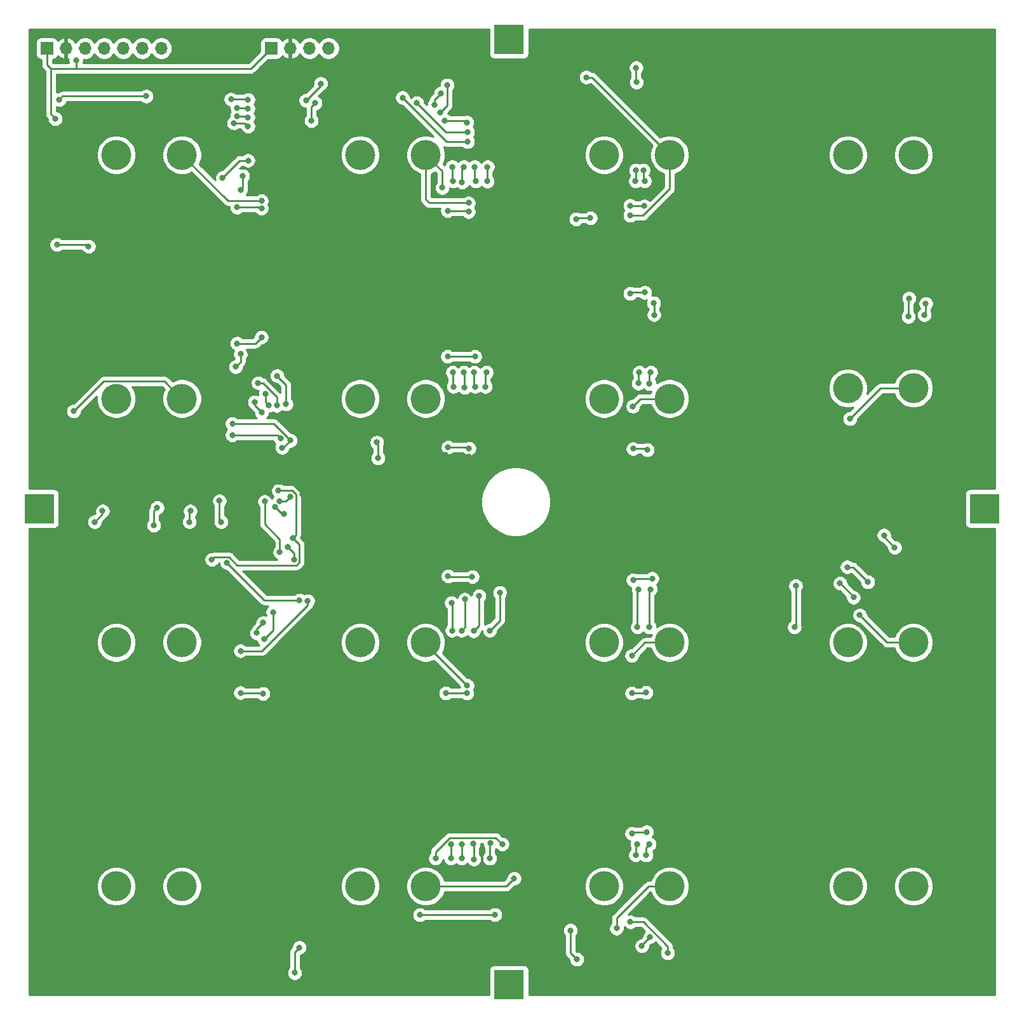
<source format=gbr>
%TF.GenerationSoftware,KiCad,Pcbnew,(5.1.7-0-10_14)*%
%TF.CreationDate,2020-11-04T15:25:09-03:00*%
%TF.ProjectId,Aracde button 24mm 4x4 - 3,41726163-6465-4206-9275-74746f6e2032,rev?*%
%TF.SameCoordinates,Original*%
%TF.FileFunction,Copper,L2,Bot*%
%TF.FilePolarity,Positive*%
%FSLAX46Y46*%
G04 Gerber Fmt 4.6, Leading zero omitted, Abs format (unit mm)*
G04 Created by KiCad (PCBNEW (5.1.7-0-10_14)) date 2020-11-04 15:25:09*
%MOMM*%
%LPD*%
G01*
G04 APERTURE LIST*
%TA.AperFunction,ComponentPad*%
%ADD10C,4.000000*%
%TD*%
%TA.AperFunction,SMDPad,CuDef*%
%ADD11R,4.000000X4.000000*%
%TD*%
%TA.AperFunction,ComponentPad*%
%ADD12R,1.700000X1.700000*%
%TD*%
%TA.AperFunction,ComponentPad*%
%ADD13O,1.700000X1.700000*%
%TD*%
%TA.AperFunction,ViaPad*%
%ADD14C,0.800000*%
%TD*%
%TA.AperFunction,Conductor*%
%ADD15C,0.250000*%
%TD*%
%TA.AperFunction,Conductor*%
%ADD16C,0.254000*%
%TD*%
%TA.AperFunction,Conductor*%
%ADD17C,0.100000*%
%TD*%
G04 APERTURE END LIST*
D10*
%TO.P,SW7,1*%
%TO.N,/mux_4*%
X99750000Y-132400000D03*
%TO.P,SW7,2*%
%TO.N,GND*%
X108500000Y-132400000D03*
%TD*%
%TO.P,SW2,1*%
%TO.N,/mux_8*%
X67250000Y-99900000D03*
%TO.P,SW2,2*%
%TO.N,GND*%
X76000000Y-99900000D03*
%TD*%
%TO.P,SW5,1*%
%TO.N,/mux_10*%
X99750000Y-67400000D03*
%TO.P,SW5,2*%
%TO.N,GND*%
X108500000Y-67400000D03*
%TD*%
%TO.P,SW16,1*%
%TO.N,/mux_1*%
X164750000Y-164900000D03*
%TO.P,SW16,2*%
%TO.N,GND*%
X173500000Y-164900000D03*
%TD*%
%TO.P,SW6,1*%
%TO.N,/mux_11*%
X99750000Y-99900000D03*
%TO.P,SW6,2*%
%TO.N,GND*%
X108500000Y-99900000D03*
%TD*%
%TO.P,SW1,2*%
%TO.N,GND*%
X76000000Y-67400000D03*
%TO.P,SW1,1*%
%TO.N,/mux_9*%
X67250000Y-67400000D03*
%TD*%
D11*
%TO.P,REF\u002A\u002A,1*%
%TO.N,N/C*%
X119600000Y-178000000D03*
%TD*%
%TO.P,REF\u002A\u002A,1*%
%TO.N,N/C*%
X119600000Y-52000000D03*
%TD*%
%TO.P,REF\u002A\u002A,1*%
%TO.N,N/C*%
X183000000Y-114550000D03*
%TD*%
%TO.P,REF\u002A\u002A,1*%
%TO.N,N/C*%
X57000000Y-114550000D03*
%TD*%
D10*
%TO.P,SW3,1*%
%TO.N,/mux_7*%
X67250000Y-132400000D03*
%TO.P,SW3,2*%
%TO.N,GND*%
X76000000Y-132400000D03*
%TD*%
%TO.P,SW4,1*%
%TO.N,/mux_6*%
X67250000Y-164900000D03*
%TO.P,SW4,2*%
%TO.N,GND*%
X76000000Y-164900000D03*
%TD*%
%TO.P,SW8,1*%
%TO.N,/mux_5*%
X99750000Y-164900000D03*
%TO.P,SW8,2*%
%TO.N,GND*%
X108500000Y-164900000D03*
%TD*%
%TO.P,SW9,1*%
%TO.N,/mux_12*%
X132250000Y-67400000D03*
%TO.P,SW9,2*%
%TO.N,GND*%
X141000000Y-67400000D03*
%TD*%
%TO.P,SW10,1*%
%TO.N,/mux_13*%
X132250000Y-99900000D03*
%TO.P,SW10,2*%
%TO.N,GND*%
X141000000Y-99900000D03*
%TD*%
%TO.P,SW11,1*%
%TO.N,/mux_2*%
X132250000Y-132400000D03*
%TO.P,SW11,2*%
%TO.N,GND*%
X141000000Y-132400000D03*
%TD*%
%TO.P,SW12,1*%
%TO.N,/mux_3*%
X132250000Y-164900000D03*
%TO.P,SW12,2*%
%TO.N,GND*%
X141000000Y-164900000D03*
%TD*%
%TO.P,SW13,1*%
%TO.N,/mux_14*%
X164750000Y-67400000D03*
%TO.P,SW13,2*%
%TO.N,GND*%
X173500000Y-67400000D03*
%TD*%
%TO.P,SW14,1*%
%TO.N,/mux_15*%
X164750000Y-98500000D03*
%TO.P,SW14,2*%
%TO.N,GND*%
X173500000Y-98500000D03*
%TD*%
%TO.P,SW15,1*%
%TO.N,/mux_0*%
X164750000Y-132400000D03*
%TO.P,SW15,2*%
%TO.N,GND*%
X173500000Y-132400000D03*
%TD*%
D12*
%TO.P,4067_pins1,1*%
%TO.N,GND*%
X58000000Y-53200000D03*
D13*
%TO.P,4067_pins1,2*%
%TO.N,VCC*%
X60540000Y-53200000D03*
%TO.P,4067_pins1,3*%
%TO.N,/S0*%
X63080000Y-53200000D03*
%TO.P,4067_pins1,4*%
%TO.N,/S1*%
X65620000Y-53200000D03*
%TO.P,4067_pins1,5*%
%TO.N,/S2*%
X68160000Y-53200000D03*
%TO.P,4067_pins1,6*%
%TO.N,/S3*%
X70700000Y-53200000D03*
%TO.P,4067_pins1,7*%
%TO.N,/SIG*%
X73240000Y-53200000D03*
%TD*%
D12*
%TO.P,ws2812b_pins4,1*%
%TO.N,GND*%
X87900000Y-53200000D03*
D13*
%TO.P,ws2812b_pins4,2*%
%TO.N,VCC*%
X90440000Y-53200000D03*
%TO.P,ws2812b_pins4,3*%
%TO.N,/din*%
X92980000Y-53200000D03*
%TO.P,ws2812b_pins4,4*%
%TO.N,/dout*%
X95520000Y-53200000D03*
%TD*%
D14*
%TO.N,GND*%
X61880000Y-54770000D03*
X61570000Y-101570000D03*
X89357347Y-106422653D03*
X90452653Y-105467347D03*
X86600030Y-73529997D03*
X114205030Y-73810000D03*
X135725000Y-75490000D03*
X129880000Y-57060000D03*
X172810000Y-88960000D03*
X172900000Y-86530000D03*
X136100000Y-100930000D03*
X157800000Y-124849899D03*
X157640000Y-130349989D03*
X135955000Y-134160000D03*
X91650000Y-173060000D03*
X91030000Y-176430000D03*
X128610000Y-174620000D03*
X127780000Y-170780000D03*
X120270000Y-163840000D03*
X114020000Y-138130000D03*
X166330000Y-128750000D03*
X90760000Y-118450000D03*
X79980000Y-121350000D03*
X88860000Y-112130000D03*
X82699990Y-103240000D03*
X165030000Y-102570000D03*
X130435154Y-75824846D03*
X128519848Y-75960152D03*
X59120000Y-62590000D03*
X59330000Y-79370000D03*
X63550000Y-79600000D03*
X102140000Y-107820000D03*
X101980000Y-105720000D03*
X110680000Y-71770000D03*
X133930000Y-170500000D03*
%TO.N,VCC*%
X63620000Y-75180000D03*
X63300000Y-73050000D03*
X96020000Y-73740000D03*
X64120000Y-107760000D03*
X63327347Y-106007347D03*
X123080000Y-63470000D03*
X123020000Y-70900011D03*
X135725000Y-77800000D03*
X137625010Y-77970000D03*
X163420000Y-86374980D03*
X163340000Y-88725000D03*
X164650000Y-118080000D03*
X168380000Y-128225000D03*
X129280000Y-158824980D03*
X128730000Y-161175000D03*
X121480000Y-173710000D03*
X122320000Y-172170000D03*
X102420000Y-172300000D03*
X111165000Y-141810000D03*
X113965030Y-141810000D03*
X83800000Y-142160000D03*
X86800020Y-142390000D03*
X78435000Y-109640000D03*
X79885000Y-109670000D03*
X87800000Y-111630000D03*
X92090000Y-112630000D03*
X111090000Y-107390000D03*
X114265030Y-107640000D03*
%TO.N,/S0*%
X91665000Y-126770000D03*
X81952347Y-121742347D03*
X117010000Y-161175000D03*
X117120000Y-159140000D03*
X117010000Y-130799999D03*
X118360000Y-125749919D03*
X116440000Y-98299999D03*
X116580000Y-96399989D03*
X116700000Y-70930000D03*
X116730000Y-69000001D03*
X82921446Y-63171428D03*
X84802653Y-63600000D03*
X111030000Y-62830000D03*
X113960000Y-63080000D03*
%TO.N,/S1*%
X89570307Y-115234999D03*
X88409853Y-114344842D03*
X65414411Y-114874999D03*
X64360000Y-116324999D03*
X90940000Y-121360000D03*
X90107347Y-119647347D03*
X114910000Y-161290000D03*
X114820000Y-159200000D03*
X114880000Y-130870000D03*
X115610000Y-126199929D03*
X169570000Y-118110000D03*
X170990000Y-119750000D03*
X115010000Y-69000001D03*
X115150000Y-70900011D03*
X114940000Y-96399989D03*
X115060000Y-98299999D03*
X83310000Y-62250000D03*
X84802653Y-62400000D03*
X110420000Y-61780000D03*
X111350000Y-58110000D03*
%TO.N,/S2*%
X77000000Y-116324999D03*
X77110000Y-114874999D03*
X113270000Y-161175000D03*
X113310000Y-159274990D03*
X113260000Y-130799999D03*
X113700000Y-126649939D03*
X164670000Y-122340000D03*
X167420000Y-124330000D03*
X113680000Y-98430000D03*
X113580000Y-96399989D03*
X113330000Y-71050000D03*
X113570000Y-69000001D03*
X83352653Y-61140000D03*
X84802653Y-61230000D03*
X109677347Y-60702653D03*
X110500000Y-59230000D03*
%TO.N,/S3*%
X72240000Y-116775009D03*
X72690000Y-114424989D03*
X89000000Y-113537545D03*
X90450000Y-112950000D03*
X87030000Y-113610000D03*
X89045000Y-120360000D03*
X111830000Y-161175000D03*
X111890000Y-159274990D03*
X112000000Y-130799999D03*
X111920000Y-127099949D03*
X163710222Y-124510222D03*
X165500000Y-126390000D03*
X112010000Y-69000001D03*
X112130000Y-70900011D03*
X112090000Y-96399989D03*
X112190000Y-98299999D03*
%TO.N,/SIG*%
X84077653Y-70202347D03*
X83800000Y-72098777D03*
X83800000Y-93960000D03*
X83150000Y-95650000D03*
X80990000Y-113515000D03*
X81224999Y-116324999D03*
%TO.N,Net-(D1-Pad2)*%
X83349990Y-74400000D03*
X86600030Y-74530000D03*
%TO.N,/din*%
X107310000Y-60505000D03*
X114085028Y-64360000D03*
X136540000Y-55790000D03*
X136580000Y-57715000D03*
X136490000Y-69450011D03*
X136450000Y-70900011D03*
X137870000Y-160750000D03*
X138290000Y-159274990D03*
X138300000Y-130349989D03*
X138440000Y-125299909D03*
X138300000Y-97900000D03*
X138480000Y-96399989D03*
X81420000Y-70450001D03*
X84820000Y-68160000D03*
X93240000Y-62855020D03*
X93750000Y-60505000D03*
%TO.N,Net-(D13-Pad2)*%
X136125000Y-106570000D03*
X138025010Y-106730000D03*
%TO.N,Net-(D3-Pad2)*%
X111405000Y-74860000D03*
X114205030Y-75000000D03*
%TO.N,Net-(D15-Pad2)*%
X138670000Y-123860000D03*
X136125000Y-124080000D03*
X114695893Y-123624107D03*
X111465000Y-123560000D03*
X92757653Y-126852347D03*
X83800000Y-133510000D03*
%TO.N,Net-(D5-Pad2)*%
X135725000Y-74170000D03*
X137625010Y-74240000D03*
%TO.N,Net-(D11-Pad2)*%
X111465000Y-106380000D03*
X114265030Y-106530000D03*
%TO.N,Net-(D17-Pad2)*%
X83800000Y-139110000D03*
X86800020Y-139210000D03*
%TO.N,Net-(D19-Pad2)*%
X111165000Y-139160000D03*
X113965030Y-139160000D03*
%TO.N,Net-(D21-Pad2)*%
X135955000Y-139160000D03*
X137855010Y-139060000D03*
%TO.N,Net-(D23-Pad2)*%
X137920000Y-157640000D03*
X135955000Y-157860000D03*
X118680000Y-159274990D03*
X109790000Y-161175000D03*
%TO.N,Net-(D27-Pad2)*%
X107707347Y-168697347D03*
X117725000Y-168680000D03*
%TO.N,/dout*%
X105390000Y-59780000D03*
X114085028Y-65670000D03*
X137490003Y-69450011D03*
X137660000Y-70900011D03*
X175140000Y-87230000D03*
X174940000Y-88725000D03*
X136470000Y-160724990D03*
X136680000Y-159274990D03*
X136710000Y-130349989D03*
X136850000Y-125299909D03*
X136830000Y-97849989D03*
X136950000Y-96399989D03*
X138920000Y-88725000D03*
X138860000Y-87140000D03*
X137300000Y-172840000D03*
X138402653Y-171627347D03*
X59630000Y-60040000D03*
X71240000Y-59590000D03*
X82540000Y-60000000D03*
X84802653Y-60049345D03*
X92530000Y-60150000D03*
X94490000Y-57910000D03*
%TO.N,/mux_14*%
X86150020Y-97800000D03*
X88630000Y-100810000D03*
%TO.N,/mux_15*%
X88682502Y-96857201D03*
X89880000Y-100625000D03*
%TO.N,/mux_1*%
X86942347Y-131957653D03*
X88115987Y-128350682D03*
%TO.N,/mux_12*%
X85700010Y-100350000D03*
X86617653Y-101707653D03*
%TO.N,/mux_13*%
X87133804Y-99225637D03*
X87600000Y-100800000D03*
%TO.N,/mux_3*%
X85960000Y-131130000D03*
X86812653Y-129777347D03*
%TO.N,Net-(D7-Pad2)*%
X137690000Y-85740000D03*
X135725000Y-85890000D03*
X115040000Y-94280000D03*
X111405000Y-94280000D03*
X86600030Y-91720000D03*
X83349990Y-92540000D03*
%TO.N,Net-(D29-Pad2)*%
X135775000Y-169650000D03*
X140730000Y-173770000D03*
%TO.N,Net-(D11-Pad4)*%
X82699990Y-104750000D03*
X89150000Y-105190000D03*
%TD*%
D15*
%TO.N,GND*%
X58000000Y-53200000D02*
X58000000Y-55410000D01*
X58000000Y-55410000D02*
X58490000Y-55900000D01*
X85200000Y-55900000D02*
X87900000Y-53200000D01*
X61930000Y-54820000D02*
X61880000Y-54770000D01*
X61930000Y-55900000D02*
X61930000Y-54820000D01*
X58490000Y-55900000D02*
X61930000Y-55900000D01*
X61930000Y-55900000D02*
X85200000Y-55900000D01*
X65565001Y-97574999D02*
X61570000Y-101570000D01*
X73674999Y-97574999D02*
X65565001Y-97574999D01*
X76000000Y-99900000D02*
X73674999Y-97574999D01*
X89497347Y-106422653D02*
X90452653Y-105467347D01*
X89357347Y-106422653D02*
X89497347Y-106422653D01*
X82129997Y-73529997D02*
X76000000Y-67400000D01*
X86600030Y-73529997D02*
X82129997Y-73529997D01*
X108500000Y-68670655D02*
X108500000Y-67400000D01*
X114205030Y-73810000D02*
X113639345Y-73810000D01*
X137448012Y-75490000D02*
X135725000Y-75490000D01*
X141000000Y-71938012D02*
X137448012Y-75490000D01*
X141000000Y-67400000D02*
X141000000Y-71938012D01*
X130660000Y-57060000D02*
X129880000Y-57060000D01*
X141000000Y-67400000D02*
X130660000Y-57060000D01*
X172810000Y-86620000D02*
X172900000Y-86530000D01*
X172810000Y-88960000D02*
X172810000Y-86620000D01*
X137130000Y-99900000D02*
X136100000Y-100930000D01*
X141000000Y-99900000D02*
X137130000Y-99900000D01*
X157800000Y-130189989D02*
X157640000Y-130349989D01*
X157800000Y-124849899D02*
X157800000Y-130189989D01*
X137715000Y-132400000D02*
X135955000Y-134160000D01*
X141000000Y-132400000D02*
X137715000Y-132400000D01*
X91650000Y-173060000D02*
X91030000Y-173680000D01*
X91030000Y-173680000D02*
X91030000Y-176430000D01*
X127780000Y-173790000D02*
X127780000Y-170780000D01*
X128610000Y-174620000D02*
X127780000Y-173790000D01*
X119210000Y-164900000D02*
X120270000Y-163840000D01*
X108500000Y-164900000D02*
X119210000Y-164900000D01*
X108500000Y-132610000D02*
X108500000Y-132400000D01*
X114020000Y-138130000D02*
X108500000Y-132610000D01*
X169980000Y-132400000D02*
X166330000Y-128750000D01*
X173500000Y-132400000D02*
X169980000Y-132400000D01*
X80312654Y-121017346D02*
X79980000Y-121350000D01*
X82300348Y-121017346D02*
X80312654Y-121017346D01*
X83368003Y-122085001D02*
X82300348Y-121017346D01*
X91288001Y-122085001D02*
X83368003Y-122085001D01*
X91665001Y-121708001D02*
X91288001Y-122085001D01*
X91665001Y-119355001D02*
X91665001Y-121708001D01*
X90760000Y-118450000D02*
X91665001Y-119355001D01*
X91175001Y-112601999D02*
X90703002Y-112130000D01*
X91175001Y-118034999D02*
X91175001Y-112601999D01*
X90703002Y-112130000D02*
X88860000Y-112130000D01*
X90760000Y-118450000D02*
X91175001Y-118034999D01*
X88225306Y-103240000D02*
X82699990Y-103240000D01*
X90452653Y-105467347D02*
X88225306Y-103240000D01*
X169100000Y-98500000D02*
X165030000Y-102570000D01*
X173500000Y-98500000D02*
X169100000Y-98500000D01*
X130435154Y-75824846D02*
X128655154Y-75824846D01*
X128655154Y-75824846D02*
X128519848Y-75960152D01*
X58490000Y-61960000D02*
X59120000Y-62590000D01*
X58490000Y-55900000D02*
X58490000Y-61960000D01*
X63320000Y-79370000D02*
X63550000Y-79600000D01*
X59330000Y-79370000D02*
X63320000Y-79370000D01*
X102140000Y-105880000D02*
X101980000Y-105720000D01*
X102140000Y-107820000D02*
X102140000Y-105880000D01*
X114205030Y-73810000D02*
X108970000Y-73810000D01*
X108500000Y-73340000D02*
X108500000Y-67400000D01*
X108970000Y-73810000D02*
X108500000Y-73340000D01*
X110680000Y-69580000D02*
X110680000Y-71770000D01*
X108500000Y-67400000D02*
X110680000Y-69580000D01*
X133930000Y-169141573D02*
X133930000Y-170500000D01*
X138171573Y-164900000D02*
X133930000Y-169141573D01*
X141000000Y-164900000D02*
X138171573Y-164900000D01*
%TO.N,VCC*%
X63620000Y-73370000D02*
X63300000Y-73050000D01*
X63620000Y-75180000D02*
X63620000Y-73370000D01*
X90440000Y-68160000D02*
X96020000Y-73740000D01*
X90440000Y-53200000D02*
X90440000Y-68160000D01*
X64120000Y-106800000D02*
X63327347Y-106007347D01*
X64120000Y-107760000D02*
X64120000Y-106800000D01*
X123080000Y-70840011D02*
X123020000Y-70900011D01*
X123080000Y-63470000D02*
X123080000Y-70840011D01*
X137455010Y-77800000D02*
X137625010Y-77970000D01*
X135725000Y-77800000D02*
X137455010Y-77800000D01*
X163420000Y-88645000D02*
X163340000Y-88725000D01*
X163420000Y-86374980D02*
X163420000Y-88645000D01*
X168380000Y-121810000D02*
X168380000Y-128225000D01*
X164650000Y-118080000D02*
X168380000Y-121810000D01*
X128730000Y-159374980D02*
X128730000Y-161175000D01*
X129280000Y-158824980D02*
X128730000Y-159374980D01*
X121480000Y-173010000D02*
X122320000Y-172170000D01*
X121480000Y-173710000D02*
X121480000Y-173010000D01*
X122190000Y-172300000D02*
X122320000Y-172170000D01*
X102420000Y-172300000D02*
X122190000Y-172300000D01*
X111165000Y-141810000D02*
X113965030Y-141810000D01*
X86570020Y-142160000D02*
X86800020Y-142390000D01*
X83800000Y-142160000D02*
X86570020Y-142160000D01*
X79855000Y-109640000D02*
X79885000Y-109670000D01*
X78435000Y-109640000D02*
X79855000Y-109640000D01*
X88199999Y-111230001D02*
X90690001Y-111230001D01*
X90690001Y-111230001D02*
X92090000Y-112630000D01*
X87800000Y-111630000D02*
X88199999Y-111230001D01*
X114015030Y-107390000D02*
X114265030Y-107640000D01*
X111090000Y-107390000D02*
X114015030Y-107390000D01*
%TO.N,/S0*%
X86980000Y-126770000D02*
X81952347Y-121742347D01*
X91665000Y-126770000D02*
X86980000Y-126770000D01*
X117010000Y-159250000D02*
X117120000Y-159140000D01*
X117010000Y-161175000D02*
X117010000Y-159250000D01*
X118360000Y-129449999D02*
X118360000Y-125749919D01*
X117010000Y-130799999D02*
X118360000Y-129449999D01*
X116440000Y-96539989D02*
X116580000Y-96399989D01*
X116440000Y-98299999D02*
X116440000Y-96539989D01*
X116700000Y-69030001D02*
X116730000Y-69000001D01*
X116700000Y-70930000D02*
X116700000Y-69030001D01*
X84374081Y-63171428D02*
X84802653Y-63600000D01*
X82921446Y-63171428D02*
X84374081Y-63171428D01*
X113710000Y-62830000D02*
X113960000Y-63080000D01*
X111030000Y-62830000D02*
X113710000Y-62830000D01*
%TO.N,/S1*%
X89300010Y-115234999D02*
X88409853Y-114344842D01*
X89570307Y-115234999D02*
X89300010Y-115234999D01*
X65414411Y-115270588D02*
X64360000Y-116324999D01*
X65414411Y-114874999D02*
X65414411Y-115270588D01*
X90940000Y-120480000D02*
X90107347Y-119647347D01*
X90940000Y-121360000D02*
X90940000Y-120480000D01*
X114910000Y-159290000D02*
X114820000Y-159200000D01*
X114910000Y-161290000D02*
X114910000Y-159290000D01*
X115610000Y-130140000D02*
X115610000Y-126199929D01*
X114880000Y-130870000D02*
X115610000Y-130140000D01*
X169570000Y-118330000D02*
X170990000Y-119750000D01*
X169570000Y-118110000D02*
X169570000Y-118330000D01*
X115010000Y-70760011D02*
X115150000Y-70900011D01*
X115010000Y-69000001D02*
X115010000Y-70760011D01*
X114940000Y-98179999D02*
X115060000Y-98299999D01*
X114940000Y-96399989D02*
X114940000Y-98179999D01*
X84652653Y-62250000D02*
X84802653Y-62400000D01*
X83310000Y-62250000D02*
X84652653Y-62250000D01*
X110420000Y-61780000D02*
X111350000Y-60850000D01*
X111350000Y-60850000D02*
X111350000Y-58110000D01*
%TO.N,/S2*%
X77000000Y-114984999D02*
X77110000Y-114874999D01*
X77000000Y-116324999D02*
X77000000Y-114984999D01*
X113270000Y-159314990D02*
X113310000Y-159274990D01*
X113270000Y-161175000D02*
X113270000Y-159314990D01*
X113700000Y-130359999D02*
X113700000Y-126649939D01*
X113260000Y-130799999D02*
X113700000Y-130359999D01*
X165430000Y-122340000D02*
X167420000Y-124330000D01*
X164670000Y-122340000D02*
X165430000Y-122340000D01*
X113680000Y-96499989D02*
X113580000Y-96399989D01*
X113680000Y-98430000D02*
X113680000Y-96499989D01*
X113330000Y-69240001D02*
X113570000Y-69000001D01*
X113330000Y-71050000D02*
X113330000Y-69240001D01*
X84712653Y-61140000D02*
X84802653Y-61230000D01*
X83352653Y-61140000D02*
X84712653Y-61140000D01*
X109677347Y-60052653D02*
X110500000Y-59230000D01*
X109677347Y-60702653D02*
X109677347Y-60052653D01*
%TO.N,/S3*%
X72240000Y-114874989D02*
X72690000Y-114424989D01*
X72240000Y-116775009D02*
X72240000Y-114874989D01*
X89862455Y-113537545D02*
X90450000Y-112950000D01*
X89000000Y-113537545D02*
X89862455Y-113537545D01*
X87030000Y-116625000D02*
X87030000Y-113610000D01*
X89045000Y-118640000D02*
X87030000Y-116625000D01*
X89045000Y-120360000D02*
X89045000Y-118640000D01*
X111830000Y-159334990D02*
X111890000Y-159274990D01*
X111830000Y-161175000D02*
X111830000Y-159334990D01*
X112000000Y-127179949D02*
X111920000Y-127099949D01*
X112000000Y-130799999D02*
X112000000Y-127179949D01*
X165500000Y-126300000D02*
X165500000Y-126390000D01*
X163710222Y-124510222D02*
X165500000Y-126300000D01*
X112010000Y-70780011D02*
X112130000Y-70900011D01*
X112010000Y-69000001D02*
X112010000Y-70780011D01*
X112090000Y-98199999D02*
X112190000Y-98299999D01*
X112090000Y-96399989D02*
X112090000Y-98199999D01*
%TO.N,/SIG*%
X84077653Y-71821124D02*
X83800000Y-72098777D01*
X84077653Y-70202347D02*
X84077653Y-71821124D01*
X83800000Y-95000000D02*
X83150000Y-95650000D01*
X83800000Y-93960000D02*
X83800000Y-95000000D01*
X80990000Y-116090000D02*
X81224999Y-116324999D01*
X80990000Y-113515000D02*
X80990000Y-116090000D01*
%TO.N,Net-(D1-Pad2)*%
X86470030Y-74400000D02*
X86600030Y-74530000D01*
X83349990Y-74400000D02*
X86470030Y-74400000D01*
%TO.N,/din*%
X111165000Y-64360000D02*
X114085028Y-64360000D01*
X107310000Y-60505000D02*
X111165000Y-64360000D01*
X136540000Y-57675000D02*
X136580000Y-57715000D01*
X136540000Y-55790000D02*
X136540000Y-57675000D01*
X136490000Y-70860011D02*
X136450000Y-70900011D01*
X136490000Y-69450011D02*
X136490000Y-70860011D01*
X137870000Y-159694990D02*
X138290000Y-159274990D01*
X137870000Y-160750000D02*
X137870000Y-159694990D01*
X138300000Y-125439909D02*
X138440000Y-125299909D01*
X138300000Y-130349989D02*
X138300000Y-125439909D01*
X138300000Y-96579989D02*
X138480000Y-96399989D01*
X138300000Y-97900000D02*
X138300000Y-96579989D01*
X83710001Y-68160000D02*
X84820000Y-68160000D01*
X81420000Y-70450001D02*
X83710001Y-68160000D01*
X93240000Y-61015000D02*
X93750000Y-60505000D01*
X93240000Y-62855020D02*
X93240000Y-61015000D01*
%TO.N,Net-(D13-Pad2)*%
X137865010Y-106570000D02*
X138025010Y-106730000D01*
X136125000Y-106570000D02*
X137865010Y-106570000D01*
%TO.N,Net-(D3-Pad2)*%
X114065030Y-74860000D02*
X114205030Y-75000000D01*
X111405000Y-74860000D02*
X114065030Y-74860000D01*
%TO.N,Net-(D15-Pad2)*%
X136345000Y-123860000D02*
X136125000Y-124080000D01*
X138670000Y-123860000D02*
X136345000Y-123860000D01*
X111529107Y-123624107D02*
X111465000Y-123560000D01*
X114695893Y-123624107D02*
X111529107Y-123624107D01*
X92757653Y-127418032D02*
X86665685Y-133510000D01*
X86665685Y-133510000D02*
X83800000Y-133510000D01*
X92757653Y-126852347D02*
X92757653Y-127418032D01*
%TO.N,Net-(D5-Pad2)*%
X137555010Y-74170000D02*
X137625010Y-74240000D01*
X135725000Y-74170000D02*
X137555010Y-74170000D01*
%TO.N,Net-(D11-Pad2)*%
X114115030Y-106380000D02*
X114265030Y-106530000D01*
X111465000Y-106380000D02*
X114115030Y-106380000D01*
%TO.N,Net-(D17-Pad2)*%
X86700020Y-139110000D02*
X86800020Y-139210000D01*
X83800000Y-139110000D02*
X86700020Y-139110000D01*
%TO.N,Net-(D19-Pad2)*%
X111165000Y-139160000D02*
X113965030Y-139160000D01*
%TO.N,Net-(D21-Pad2)*%
X137755010Y-139160000D02*
X137855010Y-139060000D01*
X135955000Y-139160000D02*
X137755010Y-139160000D01*
%TO.N,Net-(D23-Pad2)*%
X136175000Y-157640000D02*
X135955000Y-157860000D01*
X137920000Y-157640000D02*
X136175000Y-157640000D01*
X111676989Y-158414999D02*
X109790000Y-160301988D01*
X109790000Y-160301988D02*
X109790000Y-161175000D01*
X117820009Y-158414999D02*
X111676989Y-158414999D01*
X118680000Y-159274990D02*
X117820009Y-158414999D01*
%TO.N,Net-(D27-Pad2)*%
X117707653Y-168697347D02*
X117725000Y-168680000D01*
X107707347Y-168697347D02*
X117707653Y-168697347D01*
%TO.N,/dout*%
X111280000Y-65670000D02*
X114085028Y-65670000D01*
X105390000Y-59780000D02*
X111280000Y-65670000D01*
X137490003Y-70730014D02*
X137660000Y-70900011D01*
X137490003Y-69450011D02*
X137490003Y-70730014D01*
X175140000Y-88525000D02*
X174940000Y-88725000D01*
X175140000Y-87230000D02*
X175140000Y-88525000D01*
X136470000Y-159484990D02*
X136680000Y-159274990D01*
X136470000Y-160724990D02*
X136470000Y-159484990D01*
X136710000Y-125439909D02*
X136850000Y-125299909D01*
X136710000Y-130349989D02*
X136710000Y-125439909D01*
X136830000Y-96519989D02*
X136950000Y-96399989D01*
X136830000Y-97849989D02*
X136830000Y-96519989D01*
X138920000Y-87200000D02*
X138860000Y-87140000D01*
X138920000Y-88725000D02*
X138920000Y-87200000D01*
X137300000Y-172730000D02*
X138402653Y-171627347D01*
X137300000Y-172840000D02*
X137300000Y-172730000D01*
X60080000Y-59590000D02*
X71240000Y-59590000D01*
X59630000Y-60040000D02*
X60080000Y-59590000D01*
X82540000Y-60000000D02*
X84620000Y-60000000D01*
X84669345Y-60049345D02*
X84802653Y-60049345D01*
X84620000Y-60000000D02*
X84669345Y-60049345D01*
X94490000Y-58190000D02*
X94490000Y-57910000D01*
X92530000Y-60150000D02*
X94490000Y-58190000D01*
%TO.N,/mux_14*%
X88630000Y-99648831D02*
X88630000Y-100810000D01*
X86781169Y-97800000D02*
X88630000Y-99648831D01*
X86150020Y-97800000D02*
X86781169Y-97800000D01*
%TO.N,/mux_15*%
X89880000Y-98054699D02*
X89880000Y-100625000D01*
X88682502Y-96857201D02*
X89880000Y-98054699D01*
%TO.N,/mux_1*%
X88115987Y-130784013D02*
X88115987Y-128350682D01*
X86942347Y-131957653D02*
X88115987Y-130784013D01*
%TO.N,/mux_12*%
X85700010Y-100790010D02*
X86617653Y-101707653D01*
X85700010Y-100350000D02*
X85700010Y-100790010D01*
%TO.N,/mux_13*%
X87133804Y-100333804D02*
X87600000Y-100800000D01*
X87133804Y-99225637D02*
X87133804Y-100333804D01*
%TO.N,/mux_3*%
X85960000Y-130630000D02*
X86812653Y-129777347D01*
X85960000Y-131130000D02*
X85960000Y-130630000D01*
%TO.N,Net-(D7-Pad2)*%
X135875000Y-85740000D02*
X135725000Y-85890000D01*
X137690000Y-85740000D02*
X135875000Y-85740000D01*
X115040000Y-94280000D02*
X111405000Y-94280000D01*
X85780030Y-92540000D02*
X83349990Y-92540000D01*
X86600030Y-91720000D02*
X85780030Y-92540000D01*
%TO.N,Net-(D29-Pad2)*%
X140730000Y-172881692D02*
X140730000Y-173770000D01*
X137498308Y-169650000D02*
X140730000Y-172881692D01*
X135775000Y-169650000D02*
X137498308Y-169650000D01*
%TO.N,Net-(D11-Pad4)*%
X88710000Y-104750000D02*
X89150000Y-105190000D01*
X82699990Y-104750000D02*
X88710000Y-104750000D01*
%TD*%
D16*
%TO.N,VCC*%
X116961928Y-54000000D02*
X116974188Y-54124482D01*
X117010498Y-54244180D01*
X117069463Y-54354494D01*
X117148815Y-54451185D01*
X117245506Y-54530537D01*
X117355820Y-54589502D01*
X117475518Y-54625812D01*
X117600000Y-54638072D01*
X121600000Y-54638072D01*
X121724482Y-54625812D01*
X121844180Y-54589502D01*
X121954494Y-54530537D01*
X122051185Y-54451185D01*
X122130537Y-54354494D01*
X122189502Y-54244180D01*
X122225812Y-54124482D01*
X122238072Y-54000000D01*
X122238072Y-50660000D01*
X184340000Y-50660000D01*
X184340000Y-111911928D01*
X181000000Y-111911928D01*
X180875518Y-111924188D01*
X180755820Y-111960498D01*
X180645506Y-112019463D01*
X180548815Y-112098815D01*
X180469463Y-112195506D01*
X180410498Y-112305820D01*
X180374188Y-112425518D01*
X180361928Y-112550000D01*
X180361928Y-116550000D01*
X180374188Y-116674482D01*
X180410498Y-116794180D01*
X180469463Y-116904494D01*
X180548815Y-117001185D01*
X180645506Y-117080537D01*
X180755820Y-117139502D01*
X180875518Y-117175812D01*
X181000000Y-117188072D01*
X184340001Y-117188072D01*
X184340001Y-179340000D01*
X122238072Y-179340000D01*
X122238072Y-176000000D01*
X122225812Y-175875518D01*
X122189502Y-175755820D01*
X122130537Y-175645506D01*
X122051185Y-175548815D01*
X121954494Y-175469463D01*
X121844180Y-175410498D01*
X121724482Y-175374188D01*
X121600000Y-175361928D01*
X117600000Y-175361928D01*
X117475518Y-175374188D01*
X117355820Y-175410498D01*
X117245506Y-175469463D01*
X117148815Y-175548815D01*
X117069463Y-175645506D01*
X117010498Y-175755820D01*
X116974188Y-175875518D01*
X116961928Y-176000000D01*
X116961928Y-179340000D01*
X55660000Y-179340000D01*
X55660000Y-176328061D01*
X89995000Y-176328061D01*
X89995000Y-176531939D01*
X90034774Y-176731898D01*
X90112795Y-176920256D01*
X90226063Y-177089774D01*
X90370226Y-177233937D01*
X90539744Y-177347205D01*
X90728102Y-177425226D01*
X90928061Y-177465000D01*
X91131939Y-177465000D01*
X91331898Y-177425226D01*
X91520256Y-177347205D01*
X91689774Y-177233937D01*
X91833937Y-177089774D01*
X91947205Y-176920256D01*
X92025226Y-176731898D01*
X92065000Y-176531939D01*
X92065000Y-176328061D01*
X92025226Y-176128102D01*
X91947205Y-175939744D01*
X91833937Y-175770226D01*
X91790000Y-175726289D01*
X91790000Y-174087429D01*
X91951898Y-174055226D01*
X92140256Y-173977205D01*
X92309774Y-173863937D01*
X92453937Y-173719774D01*
X92567205Y-173550256D01*
X92645226Y-173361898D01*
X92685000Y-173161939D01*
X92685000Y-172958061D01*
X92645226Y-172758102D01*
X92567205Y-172569744D01*
X92453937Y-172400226D01*
X92309774Y-172256063D01*
X92140256Y-172142795D01*
X91951898Y-172064774D01*
X91751939Y-172025000D01*
X91548061Y-172025000D01*
X91348102Y-172064774D01*
X91159744Y-172142795D01*
X90990226Y-172256063D01*
X90846063Y-172400226D01*
X90732795Y-172569744D01*
X90654774Y-172758102D01*
X90615000Y-172958061D01*
X90615000Y-173020199D01*
X90519002Y-173116197D01*
X90489999Y-173139999D01*
X90434871Y-173207174D01*
X90395026Y-173255724D01*
X90336630Y-173364974D01*
X90324454Y-173387754D01*
X90280997Y-173531015D01*
X90270000Y-173642668D01*
X90270000Y-173642678D01*
X90266324Y-173680000D01*
X90270000Y-173717323D01*
X90270001Y-175726288D01*
X90226063Y-175770226D01*
X90112795Y-175939744D01*
X90034774Y-176128102D01*
X89995000Y-176328061D01*
X55660000Y-176328061D01*
X55660000Y-170678061D01*
X126745000Y-170678061D01*
X126745000Y-170881939D01*
X126784774Y-171081898D01*
X126862795Y-171270256D01*
X126976063Y-171439774D01*
X127020001Y-171483712D01*
X127020000Y-173752677D01*
X127016324Y-173790000D01*
X127020000Y-173827322D01*
X127020000Y-173827332D01*
X127030997Y-173938985D01*
X127071315Y-174071898D01*
X127074454Y-174082246D01*
X127145026Y-174214276D01*
X127169255Y-174243799D01*
X127239999Y-174330001D01*
X127269002Y-174353803D01*
X127575000Y-174659801D01*
X127575000Y-174721939D01*
X127614774Y-174921898D01*
X127692795Y-175110256D01*
X127806063Y-175279774D01*
X127950226Y-175423937D01*
X128119744Y-175537205D01*
X128308102Y-175615226D01*
X128508061Y-175655000D01*
X128711939Y-175655000D01*
X128911898Y-175615226D01*
X129100256Y-175537205D01*
X129269774Y-175423937D01*
X129413937Y-175279774D01*
X129527205Y-175110256D01*
X129605226Y-174921898D01*
X129645000Y-174721939D01*
X129645000Y-174518061D01*
X129605226Y-174318102D01*
X129527205Y-174129744D01*
X129413937Y-173960226D01*
X129269774Y-173816063D01*
X129100256Y-173702795D01*
X128911898Y-173624774D01*
X128711939Y-173585000D01*
X128649801Y-173585000D01*
X128540000Y-173475199D01*
X128540000Y-171483711D01*
X128583937Y-171439774D01*
X128697205Y-171270256D01*
X128775226Y-171081898D01*
X128815000Y-170881939D01*
X128815000Y-170678061D01*
X128775226Y-170478102D01*
X128742072Y-170398061D01*
X132895000Y-170398061D01*
X132895000Y-170601939D01*
X132934774Y-170801898D01*
X133012795Y-170990256D01*
X133126063Y-171159774D01*
X133270226Y-171303937D01*
X133439744Y-171417205D01*
X133628102Y-171495226D01*
X133828061Y-171535000D01*
X134031939Y-171535000D01*
X134231898Y-171495226D01*
X134420256Y-171417205D01*
X134589774Y-171303937D01*
X134733937Y-171159774D01*
X134847205Y-170990256D01*
X134925226Y-170801898D01*
X134965000Y-170601939D01*
X134965000Y-170398061D01*
X134937425Y-170259431D01*
X134971063Y-170309774D01*
X135115226Y-170453937D01*
X135284744Y-170567205D01*
X135473102Y-170645226D01*
X135673061Y-170685000D01*
X135876939Y-170685000D01*
X136076898Y-170645226D01*
X136265256Y-170567205D01*
X136434774Y-170453937D01*
X136478711Y-170410000D01*
X137183507Y-170410000D01*
X137669898Y-170896391D01*
X137598716Y-170967573D01*
X137485448Y-171137091D01*
X137407427Y-171325449D01*
X137367653Y-171525408D01*
X137367653Y-171587545D01*
X137138314Y-171816884D01*
X136998102Y-171844774D01*
X136809744Y-171922795D01*
X136640226Y-172036063D01*
X136496063Y-172180226D01*
X136382795Y-172349744D01*
X136304774Y-172538102D01*
X136265000Y-172738061D01*
X136265000Y-172941939D01*
X136304774Y-173141898D01*
X136382795Y-173330256D01*
X136496063Y-173499774D01*
X136640226Y-173643937D01*
X136809744Y-173757205D01*
X136998102Y-173835226D01*
X137198061Y-173875000D01*
X137401939Y-173875000D01*
X137601898Y-173835226D01*
X137790256Y-173757205D01*
X137959774Y-173643937D01*
X138103937Y-173499774D01*
X138217205Y-173330256D01*
X138295226Y-173141898D01*
X138335000Y-172941939D01*
X138335000Y-172769801D01*
X138442455Y-172662347D01*
X138504592Y-172662347D01*
X138704551Y-172622573D01*
X138892909Y-172544552D01*
X139062427Y-172431284D01*
X139133609Y-172360102D01*
X139909108Y-173135602D01*
X139812795Y-173279744D01*
X139734774Y-173468102D01*
X139695000Y-173668061D01*
X139695000Y-173871939D01*
X139734774Y-174071898D01*
X139812795Y-174260256D01*
X139926063Y-174429774D01*
X140070226Y-174573937D01*
X140239744Y-174687205D01*
X140428102Y-174765226D01*
X140628061Y-174805000D01*
X140831939Y-174805000D01*
X141031898Y-174765226D01*
X141220256Y-174687205D01*
X141389774Y-174573937D01*
X141533937Y-174429774D01*
X141647205Y-174260256D01*
X141725226Y-174071898D01*
X141765000Y-173871939D01*
X141765000Y-173668061D01*
X141725226Y-173468102D01*
X141647205Y-173279744D01*
X141533937Y-173110226D01*
X141490000Y-173066289D01*
X141490000Y-172919017D01*
X141493676Y-172881692D01*
X141490000Y-172844367D01*
X141490000Y-172844359D01*
X141479003Y-172732706D01*
X141435546Y-172589445D01*
X141364974Y-172457416D01*
X141270001Y-172341691D01*
X141241004Y-172317894D01*
X138062112Y-169139003D01*
X138038309Y-169109999D01*
X137922584Y-169015026D01*
X137790555Y-168944454D01*
X137647294Y-168900997D01*
X137535641Y-168890000D01*
X137535630Y-168890000D01*
X137498308Y-168886324D01*
X137460986Y-168890000D01*
X136478711Y-168890000D01*
X136434774Y-168846063D01*
X136265256Y-168732795D01*
X136076898Y-168654774D01*
X135876939Y-168615000D01*
X135673061Y-168615000D01*
X135496193Y-168650181D01*
X138469633Y-165676742D01*
X138664893Y-166148141D01*
X138953262Y-166579715D01*
X139320285Y-166946738D01*
X139751859Y-167235107D01*
X140231399Y-167433739D01*
X140740475Y-167535000D01*
X141259525Y-167535000D01*
X141768601Y-167433739D01*
X142248141Y-167235107D01*
X142679715Y-166946738D01*
X143046738Y-166579715D01*
X143335107Y-166148141D01*
X143533739Y-165668601D01*
X143635000Y-165159525D01*
X143635000Y-164640475D01*
X162115000Y-164640475D01*
X162115000Y-165159525D01*
X162216261Y-165668601D01*
X162414893Y-166148141D01*
X162703262Y-166579715D01*
X163070285Y-166946738D01*
X163501859Y-167235107D01*
X163981399Y-167433739D01*
X164490475Y-167535000D01*
X165009525Y-167535000D01*
X165518601Y-167433739D01*
X165998141Y-167235107D01*
X166429715Y-166946738D01*
X166796738Y-166579715D01*
X167085107Y-166148141D01*
X167283739Y-165668601D01*
X167385000Y-165159525D01*
X167385000Y-164640475D01*
X170865000Y-164640475D01*
X170865000Y-165159525D01*
X170966261Y-165668601D01*
X171164893Y-166148141D01*
X171453262Y-166579715D01*
X171820285Y-166946738D01*
X172251859Y-167235107D01*
X172731399Y-167433739D01*
X173240475Y-167535000D01*
X173759525Y-167535000D01*
X174268601Y-167433739D01*
X174748141Y-167235107D01*
X175179715Y-166946738D01*
X175546738Y-166579715D01*
X175835107Y-166148141D01*
X176033739Y-165668601D01*
X176135000Y-165159525D01*
X176135000Y-164640475D01*
X176033739Y-164131399D01*
X175835107Y-163651859D01*
X175546738Y-163220285D01*
X175179715Y-162853262D01*
X174748141Y-162564893D01*
X174268601Y-162366261D01*
X173759525Y-162265000D01*
X173240475Y-162265000D01*
X172731399Y-162366261D01*
X172251859Y-162564893D01*
X171820285Y-162853262D01*
X171453262Y-163220285D01*
X171164893Y-163651859D01*
X170966261Y-164131399D01*
X170865000Y-164640475D01*
X167385000Y-164640475D01*
X167283739Y-164131399D01*
X167085107Y-163651859D01*
X166796738Y-163220285D01*
X166429715Y-162853262D01*
X165998141Y-162564893D01*
X165518601Y-162366261D01*
X165009525Y-162265000D01*
X164490475Y-162265000D01*
X163981399Y-162366261D01*
X163501859Y-162564893D01*
X163070285Y-162853262D01*
X162703262Y-163220285D01*
X162414893Y-163651859D01*
X162216261Y-164131399D01*
X162115000Y-164640475D01*
X143635000Y-164640475D01*
X143533739Y-164131399D01*
X143335107Y-163651859D01*
X143046738Y-163220285D01*
X142679715Y-162853262D01*
X142248141Y-162564893D01*
X141768601Y-162366261D01*
X141259525Y-162265000D01*
X140740475Y-162265000D01*
X140231399Y-162366261D01*
X139751859Y-162564893D01*
X139320285Y-162853262D01*
X138953262Y-163220285D01*
X138664893Y-163651859D01*
X138466261Y-164131399D01*
X138464550Y-164140000D01*
X138208895Y-164140000D01*
X138171572Y-164136324D01*
X138134249Y-164140000D01*
X138134240Y-164140000D01*
X138022587Y-164150997D01*
X137879326Y-164194454D01*
X137747296Y-164265026D01*
X137667814Y-164330256D01*
X137631572Y-164359999D01*
X137607774Y-164388997D01*
X133419003Y-168577769D01*
X133389999Y-168601572D01*
X133346338Y-168654774D01*
X133295026Y-168717297D01*
X133260474Y-168781939D01*
X133224454Y-168849327D01*
X133180997Y-168992588D01*
X133170000Y-169104241D01*
X133170000Y-169104251D01*
X133166324Y-169141573D01*
X133170000Y-169178896D01*
X133170000Y-169796289D01*
X133126063Y-169840226D01*
X133012795Y-170009744D01*
X132934774Y-170198102D01*
X132895000Y-170398061D01*
X128742072Y-170398061D01*
X128697205Y-170289744D01*
X128583937Y-170120226D01*
X128439774Y-169976063D01*
X128270256Y-169862795D01*
X128081898Y-169784774D01*
X127881939Y-169745000D01*
X127678061Y-169745000D01*
X127478102Y-169784774D01*
X127289744Y-169862795D01*
X127120226Y-169976063D01*
X126976063Y-170120226D01*
X126862795Y-170289744D01*
X126784774Y-170478102D01*
X126745000Y-170678061D01*
X55660000Y-170678061D01*
X55660000Y-168595408D01*
X106672347Y-168595408D01*
X106672347Y-168799286D01*
X106712121Y-168999245D01*
X106790142Y-169187603D01*
X106903410Y-169357121D01*
X107047573Y-169501284D01*
X107217091Y-169614552D01*
X107405449Y-169692573D01*
X107605408Y-169732347D01*
X107809286Y-169732347D01*
X108009245Y-169692573D01*
X108197603Y-169614552D01*
X108367121Y-169501284D01*
X108411058Y-169457347D01*
X117038636Y-169457347D01*
X117065226Y-169483937D01*
X117234744Y-169597205D01*
X117423102Y-169675226D01*
X117623061Y-169715000D01*
X117826939Y-169715000D01*
X118026898Y-169675226D01*
X118215256Y-169597205D01*
X118384774Y-169483937D01*
X118528937Y-169339774D01*
X118642205Y-169170256D01*
X118720226Y-168981898D01*
X118760000Y-168781939D01*
X118760000Y-168578061D01*
X118720226Y-168378102D01*
X118642205Y-168189744D01*
X118528937Y-168020226D01*
X118384774Y-167876063D01*
X118215256Y-167762795D01*
X118026898Y-167684774D01*
X117826939Y-167645000D01*
X117623061Y-167645000D01*
X117423102Y-167684774D01*
X117234744Y-167762795D01*
X117065226Y-167876063D01*
X117003942Y-167937347D01*
X108411058Y-167937347D01*
X108367121Y-167893410D01*
X108197603Y-167780142D01*
X108009245Y-167702121D01*
X107809286Y-167662347D01*
X107605408Y-167662347D01*
X107405449Y-167702121D01*
X107217091Y-167780142D01*
X107047573Y-167893410D01*
X106903410Y-168037573D01*
X106790142Y-168207091D01*
X106712121Y-168395449D01*
X106672347Y-168595408D01*
X55660000Y-168595408D01*
X55660000Y-164640475D01*
X64615000Y-164640475D01*
X64615000Y-165159525D01*
X64716261Y-165668601D01*
X64914893Y-166148141D01*
X65203262Y-166579715D01*
X65570285Y-166946738D01*
X66001859Y-167235107D01*
X66481399Y-167433739D01*
X66990475Y-167535000D01*
X67509525Y-167535000D01*
X68018601Y-167433739D01*
X68498141Y-167235107D01*
X68929715Y-166946738D01*
X69296738Y-166579715D01*
X69585107Y-166148141D01*
X69783739Y-165668601D01*
X69885000Y-165159525D01*
X69885000Y-164640475D01*
X73365000Y-164640475D01*
X73365000Y-165159525D01*
X73466261Y-165668601D01*
X73664893Y-166148141D01*
X73953262Y-166579715D01*
X74320285Y-166946738D01*
X74751859Y-167235107D01*
X75231399Y-167433739D01*
X75740475Y-167535000D01*
X76259525Y-167535000D01*
X76768601Y-167433739D01*
X77248141Y-167235107D01*
X77679715Y-166946738D01*
X78046738Y-166579715D01*
X78335107Y-166148141D01*
X78533739Y-165668601D01*
X78635000Y-165159525D01*
X78635000Y-164640475D01*
X97115000Y-164640475D01*
X97115000Y-165159525D01*
X97216261Y-165668601D01*
X97414893Y-166148141D01*
X97703262Y-166579715D01*
X98070285Y-166946738D01*
X98501859Y-167235107D01*
X98981399Y-167433739D01*
X99490475Y-167535000D01*
X100009525Y-167535000D01*
X100518601Y-167433739D01*
X100998141Y-167235107D01*
X101429715Y-166946738D01*
X101796738Y-166579715D01*
X102085107Y-166148141D01*
X102283739Y-165668601D01*
X102385000Y-165159525D01*
X102385000Y-164640475D01*
X105865000Y-164640475D01*
X105865000Y-165159525D01*
X105966261Y-165668601D01*
X106164893Y-166148141D01*
X106453262Y-166579715D01*
X106820285Y-166946738D01*
X107251859Y-167235107D01*
X107731399Y-167433739D01*
X108240475Y-167535000D01*
X108759525Y-167535000D01*
X109268601Y-167433739D01*
X109748141Y-167235107D01*
X110179715Y-166946738D01*
X110546738Y-166579715D01*
X110835107Y-166148141D01*
X111033739Y-165668601D01*
X111035450Y-165660000D01*
X119172678Y-165660000D01*
X119210000Y-165663676D01*
X119247322Y-165660000D01*
X119247333Y-165660000D01*
X119358986Y-165649003D01*
X119502247Y-165605546D01*
X119634276Y-165534974D01*
X119750001Y-165440001D01*
X119773803Y-165410998D01*
X120309802Y-164875000D01*
X120371939Y-164875000D01*
X120571898Y-164835226D01*
X120760256Y-164757205D01*
X120929774Y-164643937D01*
X120933236Y-164640475D01*
X129615000Y-164640475D01*
X129615000Y-165159525D01*
X129716261Y-165668601D01*
X129914893Y-166148141D01*
X130203262Y-166579715D01*
X130570285Y-166946738D01*
X131001859Y-167235107D01*
X131481399Y-167433739D01*
X131990475Y-167535000D01*
X132509525Y-167535000D01*
X133018601Y-167433739D01*
X133498141Y-167235107D01*
X133929715Y-166946738D01*
X134296738Y-166579715D01*
X134585107Y-166148141D01*
X134783739Y-165668601D01*
X134885000Y-165159525D01*
X134885000Y-164640475D01*
X134783739Y-164131399D01*
X134585107Y-163651859D01*
X134296738Y-163220285D01*
X133929715Y-162853262D01*
X133498141Y-162564893D01*
X133018601Y-162366261D01*
X132509525Y-162265000D01*
X131990475Y-162265000D01*
X131481399Y-162366261D01*
X131001859Y-162564893D01*
X130570285Y-162853262D01*
X130203262Y-163220285D01*
X129914893Y-163651859D01*
X129716261Y-164131399D01*
X129615000Y-164640475D01*
X120933236Y-164640475D01*
X121073937Y-164499774D01*
X121187205Y-164330256D01*
X121265226Y-164141898D01*
X121305000Y-163941939D01*
X121305000Y-163738061D01*
X121265226Y-163538102D01*
X121187205Y-163349744D01*
X121073937Y-163180226D01*
X120929774Y-163036063D01*
X120760256Y-162922795D01*
X120571898Y-162844774D01*
X120371939Y-162805000D01*
X120168061Y-162805000D01*
X119968102Y-162844774D01*
X119779744Y-162922795D01*
X119610226Y-163036063D01*
X119466063Y-163180226D01*
X119352795Y-163349744D01*
X119274774Y-163538102D01*
X119235000Y-163738061D01*
X119235000Y-163800198D01*
X118895199Y-164140000D01*
X111035450Y-164140000D01*
X111033739Y-164131399D01*
X110835107Y-163651859D01*
X110546738Y-163220285D01*
X110179715Y-162853262D01*
X109748141Y-162564893D01*
X109268601Y-162366261D01*
X108759525Y-162265000D01*
X108240475Y-162265000D01*
X107731399Y-162366261D01*
X107251859Y-162564893D01*
X106820285Y-162853262D01*
X106453262Y-163220285D01*
X106164893Y-163651859D01*
X105966261Y-164131399D01*
X105865000Y-164640475D01*
X102385000Y-164640475D01*
X102283739Y-164131399D01*
X102085107Y-163651859D01*
X101796738Y-163220285D01*
X101429715Y-162853262D01*
X100998141Y-162564893D01*
X100518601Y-162366261D01*
X100009525Y-162265000D01*
X99490475Y-162265000D01*
X98981399Y-162366261D01*
X98501859Y-162564893D01*
X98070285Y-162853262D01*
X97703262Y-163220285D01*
X97414893Y-163651859D01*
X97216261Y-164131399D01*
X97115000Y-164640475D01*
X78635000Y-164640475D01*
X78533739Y-164131399D01*
X78335107Y-163651859D01*
X78046738Y-163220285D01*
X77679715Y-162853262D01*
X77248141Y-162564893D01*
X76768601Y-162366261D01*
X76259525Y-162265000D01*
X75740475Y-162265000D01*
X75231399Y-162366261D01*
X74751859Y-162564893D01*
X74320285Y-162853262D01*
X73953262Y-163220285D01*
X73664893Y-163651859D01*
X73466261Y-164131399D01*
X73365000Y-164640475D01*
X69885000Y-164640475D01*
X69783739Y-164131399D01*
X69585107Y-163651859D01*
X69296738Y-163220285D01*
X68929715Y-162853262D01*
X68498141Y-162564893D01*
X68018601Y-162366261D01*
X67509525Y-162265000D01*
X66990475Y-162265000D01*
X66481399Y-162366261D01*
X66001859Y-162564893D01*
X65570285Y-162853262D01*
X65203262Y-163220285D01*
X64914893Y-163651859D01*
X64716261Y-164131399D01*
X64615000Y-164640475D01*
X55660000Y-164640475D01*
X55660000Y-161073061D01*
X108755000Y-161073061D01*
X108755000Y-161276939D01*
X108794774Y-161476898D01*
X108872795Y-161665256D01*
X108986063Y-161834774D01*
X109130226Y-161978937D01*
X109299744Y-162092205D01*
X109488102Y-162170226D01*
X109688061Y-162210000D01*
X109891939Y-162210000D01*
X110091898Y-162170226D01*
X110280256Y-162092205D01*
X110449774Y-161978937D01*
X110593937Y-161834774D01*
X110707205Y-161665256D01*
X110785226Y-161476898D01*
X110810000Y-161352350D01*
X110834774Y-161476898D01*
X110912795Y-161665256D01*
X111026063Y-161834774D01*
X111170226Y-161978937D01*
X111339744Y-162092205D01*
X111528102Y-162170226D01*
X111728061Y-162210000D01*
X111931939Y-162210000D01*
X112131898Y-162170226D01*
X112320256Y-162092205D01*
X112489774Y-161978937D01*
X112550000Y-161918711D01*
X112610226Y-161978937D01*
X112779744Y-162092205D01*
X112968102Y-162170226D01*
X113168061Y-162210000D01*
X113371939Y-162210000D01*
X113571898Y-162170226D01*
X113760256Y-162092205D01*
X113929774Y-161978937D01*
X114047133Y-161861578D01*
X114106063Y-161949774D01*
X114250226Y-162093937D01*
X114419744Y-162207205D01*
X114608102Y-162285226D01*
X114808061Y-162325000D01*
X115011939Y-162325000D01*
X115211898Y-162285226D01*
X115400256Y-162207205D01*
X115569774Y-162093937D01*
X115713937Y-161949774D01*
X115827205Y-161780256D01*
X115905226Y-161591898D01*
X115945000Y-161391939D01*
X115945000Y-161188061D01*
X115905226Y-160988102D01*
X115827205Y-160799744D01*
X115713937Y-160630226D01*
X115670000Y-160586289D01*
X115670000Y-159790836D01*
X115737205Y-159690256D01*
X115815226Y-159501898D01*
X115855000Y-159301939D01*
X115855000Y-159174999D01*
X116085000Y-159174999D01*
X116085000Y-159241939D01*
X116124774Y-159441898D01*
X116202795Y-159630256D01*
X116250001Y-159700905D01*
X116250000Y-160471289D01*
X116206063Y-160515226D01*
X116092795Y-160684744D01*
X116014774Y-160873102D01*
X115975000Y-161073061D01*
X115975000Y-161276939D01*
X116014774Y-161476898D01*
X116092795Y-161665256D01*
X116206063Y-161834774D01*
X116350226Y-161978937D01*
X116519744Y-162092205D01*
X116708102Y-162170226D01*
X116908061Y-162210000D01*
X117111939Y-162210000D01*
X117311898Y-162170226D01*
X117500256Y-162092205D01*
X117669774Y-161978937D01*
X117813937Y-161834774D01*
X117927205Y-161665256D01*
X118005226Y-161476898D01*
X118045000Y-161276939D01*
X118045000Y-161073061D01*
X118005226Y-160873102D01*
X117927205Y-160684744D01*
X117813937Y-160515226D01*
X117770000Y-160471289D01*
X117770000Y-159950468D01*
X117779774Y-159943937D01*
X117841169Y-159882542D01*
X117876063Y-159934764D01*
X118020226Y-160078927D01*
X118189744Y-160192195D01*
X118378102Y-160270216D01*
X118578061Y-160309990D01*
X118781939Y-160309990D01*
X118981898Y-160270216D01*
X119170256Y-160192195D01*
X119339774Y-160078927D01*
X119483937Y-159934764D01*
X119597205Y-159765246D01*
X119675226Y-159576888D01*
X119715000Y-159376929D01*
X119715000Y-159173051D01*
X119675226Y-158973092D01*
X119597205Y-158784734D01*
X119483937Y-158615216D01*
X119339774Y-158471053D01*
X119170256Y-158357785D01*
X118981898Y-158279764D01*
X118781939Y-158239990D01*
X118719801Y-158239990D01*
X118383812Y-157904001D01*
X118360010Y-157874998D01*
X118244285Y-157780025D01*
X118203194Y-157758061D01*
X134920000Y-157758061D01*
X134920000Y-157961939D01*
X134959774Y-158161898D01*
X135037795Y-158350256D01*
X135151063Y-158519774D01*
X135295226Y-158663937D01*
X135464744Y-158777205D01*
X135653102Y-158855226D01*
X135727469Y-158870018D01*
X135684774Y-158973092D01*
X135645000Y-159173051D01*
X135645000Y-159376929D01*
X135684774Y-159576888D01*
X135710001Y-159637791D01*
X135710001Y-160021278D01*
X135666063Y-160065216D01*
X135552795Y-160234734D01*
X135474774Y-160423092D01*
X135435000Y-160623051D01*
X135435000Y-160826929D01*
X135474774Y-161026888D01*
X135552795Y-161215246D01*
X135666063Y-161384764D01*
X135810226Y-161528927D01*
X135979744Y-161642195D01*
X136168102Y-161720216D01*
X136368061Y-161759990D01*
X136571939Y-161759990D01*
X136771898Y-161720216D01*
X136960256Y-161642195D01*
X137129774Y-161528927D01*
X137157495Y-161501206D01*
X137210226Y-161553937D01*
X137379744Y-161667205D01*
X137568102Y-161745226D01*
X137768061Y-161785000D01*
X137971939Y-161785000D01*
X138171898Y-161745226D01*
X138360256Y-161667205D01*
X138529774Y-161553937D01*
X138673937Y-161409774D01*
X138787205Y-161240256D01*
X138865226Y-161051898D01*
X138905000Y-160851939D01*
X138905000Y-160648061D01*
X138865226Y-160448102D01*
X138787205Y-160259744D01*
X138750348Y-160204583D01*
X138780256Y-160192195D01*
X138949774Y-160078927D01*
X139093937Y-159934764D01*
X139207205Y-159765246D01*
X139285226Y-159576888D01*
X139325000Y-159376929D01*
X139325000Y-159173051D01*
X139285226Y-158973092D01*
X139207205Y-158784734D01*
X139093937Y-158615216D01*
X138949774Y-158471053D01*
X138780256Y-158357785D01*
X138699413Y-158324298D01*
X138723937Y-158299774D01*
X138837205Y-158130256D01*
X138915226Y-157941898D01*
X138955000Y-157741939D01*
X138955000Y-157538061D01*
X138915226Y-157338102D01*
X138837205Y-157149744D01*
X138723937Y-156980226D01*
X138579774Y-156836063D01*
X138410256Y-156722795D01*
X138221898Y-156644774D01*
X138021939Y-156605000D01*
X137818061Y-156605000D01*
X137618102Y-156644774D01*
X137429744Y-156722795D01*
X137260226Y-156836063D01*
X137216289Y-156880000D01*
X136293657Y-156880000D01*
X136256898Y-156864774D01*
X136056939Y-156825000D01*
X135853061Y-156825000D01*
X135653102Y-156864774D01*
X135464744Y-156942795D01*
X135295226Y-157056063D01*
X135151063Y-157200226D01*
X135037795Y-157369744D01*
X134959774Y-157558102D01*
X134920000Y-157758061D01*
X118203194Y-157758061D01*
X118112256Y-157709453D01*
X117968995Y-157665996D01*
X117857342Y-157654999D01*
X117857331Y-157654999D01*
X117820009Y-157651323D01*
X117782687Y-157654999D01*
X111714311Y-157654999D01*
X111676988Y-157651323D01*
X111639665Y-157654999D01*
X111639656Y-157654999D01*
X111528003Y-157665996D01*
X111384742Y-157709453D01*
X111252713Y-157780025D01*
X111252711Y-157780026D01*
X111252712Y-157780026D01*
X111165985Y-157851200D01*
X111165981Y-157851204D01*
X111136988Y-157874998D01*
X111113194Y-157903991D01*
X109279002Y-159738185D01*
X109249999Y-159761987D01*
X109206500Y-159814991D01*
X109155026Y-159877712D01*
X109116406Y-159949964D01*
X109084454Y-160009742D01*
X109040997Y-160153003D01*
X109030000Y-160264656D01*
X109030000Y-160264666D01*
X109026324Y-160301988D01*
X109030000Y-160339310D01*
X109030000Y-160471289D01*
X108986063Y-160515226D01*
X108872795Y-160684744D01*
X108794774Y-160873102D01*
X108755000Y-161073061D01*
X55660000Y-161073061D01*
X55660000Y-139008061D01*
X82765000Y-139008061D01*
X82765000Y-139211939D01*
X82804774Y-139411898D01*
X82882795Y-139600256D01*
X82996063Y-139769774D01*
X83140226Y-139913937D01*
X83309744Y-140027205D01*
X83498102Y-140105226D01*
X83698061Y-140145000D01*
X83901939Y-140145000D01*
X84101898Y-140105226D01*
X84290256Y-140027205D01*
X84459774Y-139913937D01*
X84503711Y-139870000D01*
X85996309Y-139870000D01*
X86140246Y-140013937D01*
X86309764Y-140127205D01*
X86498122Y-140205226D01*
X86698081Y-140245000D01*
X86901959Y-140245000D01*
X87101918Y-140205226D01*
X87290276Y-140127205D01*
X87459794Y-140013937D01*
X87603957Y-139869774D01*
X87717225Y-139700256D01*
X87795246Y-139511898D01*
X87835020Y-139311939D01*
X87835020Y-139108061D01*
X87795246Y-138908102D01*
X87717225Y-138719744D01*
X87603957Y-138550226D01*
X87459794Y-138406063D01*
X87290276Y-138292795D01*
X87101918Y-138214774D01*
X86901959Y-138175000D01*
X86698081Y-138175000D01*
X86498122Y-138214774D01*
X86309764Y-138292795D01*
X86224150Y-138350000D01*
X84503711Y-138350000D01*
X84459774Y-138306063D01*
X84290256Y-138192795D01*
X84101898Y-138114774D01*
X83901939Y-138075000D01*
X83698061Y-138075000D01*
X83498102Y-138114774D01*
X83309744Y-138192795D01*
X83140226Y-138306063D01*
X82996063Y-138450226D01*
X82882795Y-138619744D01*
X82804774Y-138808102D01*
X82765000Y-139008061D01*
X55660000Y-139008061D01*
X55660000Y-132140475D01*
X64615000Y-132140475D01*
X64615000Y-132659525D01*
X64716261Y-133168601D01*
X64914893Y-133648141D01*
X65203262Y-134079715D01*
X65570285Y-134446738D01*
X66001859Y-134735107D01*
X66481399Y-134933739D01*
X66990475Y-135035000D01*
X67509525Y-135035000D01*
X68018601Y-134933739D01*
X68498141Y-134735107D01*
X68929715Y-134446738D01*
X69296738Y-134079715D01*
X69585107Y-133648141D01*
X69783739Y-133168601D01*
X69885000Y-132659525D01*
X69885000Y-132140475D01*
X73365000Y-132140475D01*
X73365000Y-132659525D01*
X73466261Y-133168601D01*
X73664893Y-133648141D01*
X73953262Y-134079715D01*
X74320285Y-134446738D01*
X74751859Y-134735107D01*
X75231399Y-134933739D01*
X75740475Y-135035000D01*
X76259525Y-135035000D01*
X76768601Y-134933739D01*
X77248141Y-134735107D01*
X77679715Y-134446738D01*
X78046738Y-134079715D01*
X78335107Y-133648141D01*
X78533739Y-133168601D01*
X78635000Y-132659525D01*
X78635000Y-132140475D01*
X78533739Y-131631399D01*
X78335107Y-131151859D01*
X78046738Y-130720285D01*
X77679715Y-130353262D01*
X77248141Y-130064893D01*
X76768601Y-129866261D01*
X76259525Y-129765000D01*
X75740475Y-129765000D01*
X75231399Y-129866261D01*
X74751859Y-130064893D01*
X74320285Y-130353262D01*
X73953262Y-130720285D01*
X73664893Y-131151859D01*
X73466261Y-131631399D01*
X73365000Y-132140475D01*
X69885000Y-132140475D01*
X69783739Y-131631399D01*
X69585107Y-131151859D01*
X69296738Y-130720285D01*
X68929715Y-130353262D01*
X68498141Y-130064893D01*
X68018601Y-129866261D01*
X67509525Y-129765000D01*
X66990475Y-129765000D01*
X66481399Y-129866261D01*
X66001859Y-130064893D01*
X65570285Y-130353262D01*
X65203262Y-130720285D01*
X64914893Y-131151859D01*
X64716261Y-131631399D01*
X64615000Y-132140475D01*
X55660000Y-132140475D01*
X55660000Y-121248061D01*
X78945000Y-121248061D01*
X78945000Y-121451939D01*
X78984774Y-121651898D01*
X79062795Y-121840256D01*
X79176063Y-122009774D01*
X79320226Y-122153937D01*
X79489744Y-122267205D01*
X79678102Y-122345226D01*
X79878061Y-122385000D01*
X80081939Y-122385000D01*
X80281898Y-122345226D01*
X80470256Y-122267205D01*
X80639774Y-122153937D01*
X80783937Y-122009774D01*
X80897205Y-121840256D01*
X80917347Y-121791629D01*
X80917347Y-121844286D01*
X80957121Y-122044245D01*
X81035142Y-122232603D01*
X81148410Y-122402121D01*
X81292573Y-122546284D01*
X81462091Y-122659552D01*
X81650449Y-122737573D01*
X81850408Y-122777347D01*
X81912546Y-122777347D01*
X86416201Y-127281003D01*
X86439999Y-127310001D01*
X86468997Y-127333799D01*
X86555723Y-127404974D01*
X86681484Y-127472195D01*
X86687753Y-127475546D01*
X86831014Y-127519003D01*
X86942667Y-127530000D01*
X86942676Y-127530000D01*
X86979999Y-127533676D01*
X87017322Y-127530000D01*
X87481274Y-127530000D01*
X87456213Y-127546745D01*
X87312050Y-127690908D01*
X87198782Y-127860426D01*
X87120761Y-128048784D01*
X87080987Y-128248743D01*
X87080987Y-128452621D01*
X87120761Y-128652580D01*
X87186818Y-128812055D01*
X87114551Y-128782121D01*
X86914592Y-128742347D01*
X86710714Y-128742347D01*
X86510755Y-128782121D01*
X86322397Y-128860142D01*
X86152879Y-128973410D01*
X86008716Y-129117573D01*
X85895448Y-129287091D01*
X85817427Y-129475449D01*
X85777653Y-129675408D01*
X85777653Y-129737545D01*
X85448998Y-130066201D01*
X85420000Y-130089999D01*
X85325026Y-130205724D01*
X85254454Y-130337753D01*
X85239614Y-130386675D01*
X85156063Y-130470226D01*
X85042795Y-130639744D01*
X84964774Y-130828102D01*
X84925000Y-131028061D01*
X84925000Y-131231939D01*
X84964774Y-131431898D01*
X85042795Y-131620256D01*
X85156063Y-131789774D01*
X85300226Y-131933937D01*
X85469744Y-132047205D01*
X85658102Y-132125226D01*
X85858061Y-132165000D01*
X85928314Y-132165000D01*
X85947121Y-132259551D01*
X86025142Y-132447909D01*
X86138410Y-132617427D01*
X86270983Y-132750000D01*
X84503711Y-132750000D01*
X84459774Y-132706063D01*
X84290256Y-132592795D01*
X84101898Y-132514774D01*
X83901939Y-132475000D01*
X83698061Y-132475000D01*
X83498102Y-132514774D01*
X83309744Y-132592795D01*
X83140226Y-132706063D01*
X82996063Y-132850226D01*
X82882795Y-133019744D01*
X82804774Y-133208102D01*
X82765000Y-133408061D01*
X82765000Y-133611939D01*
X82804774Y-133811898D01*
X82882795Y-134000256D01*
X82996063Y-134169774D01*
X83140226Y-134313937D01*
X83309744Y-134427205D01*
X83498102Y-134505226D01*
X83698061Y-134545000D01*
X83901939Y-134545000D01*
X84101898Y-134505226D01*
X84290256Y-134427205D01*
X84459774Y-134313937D01*
X84503711Y-134270000D01*
X86628363Y-134270000D01*
X86665685Y-134273676D01*
X86703007Y-134270000D01*
X86703018Y-134270000D01*
X86814671Y-134259003D01*
X86957932Y-134215546D01*
X87089961Y-134144974D01*
X87205686Y-134050001D01*
X87229489Y-134020997D01*
X89110011Y-132140475D01*
X97115000Y-132140475D01*
X97115000Y-132659525D01*
X97216261Y-133168601D01*
X97414893Y-133648141D01*
X97703262Y-134079715D01*
X98070285Y-134446738D01*
X98501859Y-134735107D01*
X98981399Y-134933739D01*
X99490475Y-135035000D01*
X100009525Y-135035000D01*
X100518601Y-134933739D01*
X100998141Y-134735107D01*
X101429715Y-134446738D01*
X101796738Y-134079715D01*
X102085107Y-133648141D01*
X102283739Y-133168601D01*
X102385000Y-132659525D01*
X102385000Y-132140475D01*
X105865000Y-132140475D01*
X105865000Y-132659525D01*
X105966261Y-133168601D01*
X106164893Y-133648141D01*
X106453262Y-134079715D01*
X106820285Y-134446738D01*
X107251859Y-134735107D01*
X107731399Y-134933739D01*
X108240475Y-135035000D01*
X108759525Y-135035000D01*
X109268601Y-134933739D01*
X109608250Y-134793052D01*
X112985000Y-138169802D01*
X112985000Y-138231939D01*
X113018429Y-138400000D01*
X111868711Y-138400000D01*
X111824774Y-138356063D01*
X111655256Y-138242795D01*
X111466898Y-138164774D01*
X111266939Y-138125000D01*
X111063061Y-138125000D01*
X110863102Y-138164774D01*
X110674744Y-138242795D01*
X110505226Y-138356063D01*
X110361063Y-138500226D01*
X110247795Y-138669744D01*
X110169774Y-138858102D01*
X110130000Y-139058061D01*
X110130000Y-139261939D01*
X110169774Y-139461898D01*
X110247795Y-139650256D01*
X110361063Y-139819774D01*
X110505226Y-139963937D01*
X110674744Y-140077205D01*
X110863102Y-140155226D01*
X111063061Y-140195000D01*
X111266939Y-140195000D01*
X111466898Y-140155226D01*
X111655256Y-140077205D01*
X111824774Y-139963937D01*
X111868711Y-139920000D01*
X113261319Y-139920000D01*
X113305256Y-139963937D01*
X113474774Y-140077205D01*
X113663132Y-140155226D01*
X113863091Y-140195000D01*
X114066969Y-140195000D01*
X114266928Y-140155226D01*
X114455286Y-140077205D01*
X114624804Y-139963937D01*
X114768967Y-139819774D01*
X114882235Y-139650256D01*
X114960256Y-139461898D01*
X115000030Y-139261939D01*
X115000030Y-139058061D01*
X134920000Y-139058061D01*
X134920000Y-139261939D01*
X134959774Y-139461898D01*
X135037795Y-139650256D01*
X135151063Y-139819774D01*
X135295226Y-139963937D01*
X135464744Y-140077205D01*
X135653102Y-140155226D01*
X135853061Y-140195000D01*
X136056939Y-140195000D01*
X136256898Y-140155226D01*
X136445256Y-140077205D01*
X136614774Y-139963937D01*
X136658711Y-139920000D01*
X137279140Y-139920000D01*
X137364754Y-139977205D01*
X137553112Y-140055226D01*
X137753071Y-140095000D01*
X137956949Y-140095000D01*
X138156908Y-140055226D01*
X138345266Y-139977205D01*
X138514784Y-139863937D01*
X138658947Y-139719774D01*
X138772215Y-139550256D01*
X138850236Y-139361898D01*
X138890010Y-139161939D01*
X138890010Y-138958061D01*
X138850236Y-138758102D01*
X138772215Y-138569744D01*
X138658947Y-138400226D01*
X138514784Y-138256063D01*
X138345266Y-138142795D01*
X138156908Y-138064774D01*
X137956949Y-138025000D01*
X137753071Y-138025000D01*
X137553112Y-138064774D01*
X137364754Y-138142795D01*
X137195236Y-138256063D01*
X137051299Y-138400000D01*
X136658711Y-138400000D01*
X136614774Y-138356063D01*
X136445256Y-138242795D01*
X136256898Y-138164774D01*
X136056939Y-138125000D01*
X135853061Y-138125000D01*
X135653102Y-138164774D01*
X135464744Y-138242795D01*
X135295226Y-138356063D01*
X135151063Y-138500226D01*
X135037795Y-138669744D01*
X134959774Y-138858102D01*
X134920000Y-139058061D01*
X115000030Y-139058061D01*
X114960256Y-138858102D01*
X114890617Y-138689980D01*
X114937205Y-138620256D01*
X115015226Y-138431898D01*
X115055000Y-138231939D01*
X115055000Y-138028061D01*
X115015226Y-137828102D01*
X114937205Y-137639744D01*
X114823937Y-137470226D01*
X114679774Y-137326063D01*
X114510256Y-137212795D01*
X114321898Y-137134774D01*
X114121939Y-137095000D01*
X114059802Y-137095000D01*
X110746120Y-133781319D01*
X110835107Y-133648141D01*
X111033739Y-133168601D01*
X111135000Y-132659525D01*
X111135000Y-132140475D01*
X129615000Y-132140475D01*
X129615000Y-132659525D01*
X129716261Y-133168601D01*
X129914893Y-133648141D01*
X130203262Y-134079715D01*
X130570285Y-134446738D01*
X131001859Y-134735107D01*
X131481399Y-134933739D01*
X131990475Y-135035000D01*
X132509525Y-135035000D01*
X133018601Y-134933739D01*
X133498141Y-134735107D01*
X133929715Y-134446738D01*
X134296738Y-134079715D01*
X134311206Y-134058061D01*
X134920000Y-134058061D01*
X134920000Y-134261939D01*
X134959774Y-134461898D01*
X135037795Y-134650256D01*
X135151063Y-134819774D01*
X135295226Y-134963937D01*
X135464744Y-135077205D01*
X135653102Y-135155226D01*
X135853061Y-135195000D01*
X136056939Y-135195000D01*
X136256898Y-135155226D01*
X136445256Y-135077205D01*
X136614774Y-134963937D01*
X136758937Y-134819774D01*
X136872205Y-134650256D01*
X136950226Y-134461898D01*
X136990000Y-134261939D01*
X136990000Y-134199801D01*
X138029802Y-133160000D01*
X138464550Y-133160000D01*
X138466261Y-133168601D01*
X138664893Y-133648141D01*
X138953262Y-134079715D01*
X139320285Y-134446738D01*
X139751859Y-134735107D01*
X140231399Y-134933739D01*
X140740475Y-135035000D01*
X141259525Y-135035000D01*
X141768601Y-134933739D01*
X142248141Y-134735107D01*
X142679715Y-134446738D01*
X143046738Y-134079715D01*
X143335107Y-133648141D01*
X143533739Y-133168601D01*
X143635000Y-132659525D01*
X143635000Y-132140475D01*
X162115000Y-132140475D01*
X162115000Y-132659525D01*
X162216261Y-133168601D01*
X162414893Y-133648141D01*
X162703262Y-134079715D01*
X163070285Y-134446738D01*
X163501859Y-134735107D01*
X163981399Y-134933739D01*
X164490475Y-135035000D01*
X165009525Y-135035000D01*
X165518601Y-134933739D01*
X165998141Y-134735107D01*
X166429715Y-134446738D01*
X166796738Y-134079715D01*
X167085107Y-133648141D01*
X167283739Y-133168601D01*
X167385000Y-132659525D01*
X167385000Y-132140475D01*
X167283739Y-131631399D01*
X167085107Y-131151859D01*
X166796738Y-130720285D01*
X166429715Y-130353262D01*
X165998141Y-130064893D01*
X165518601Y-129866261D01*
X165009525Y-129765000D01*
X164490475Y-129765000D01*
X163981399Y-129866261D01*
X163501859Y-130064893D01*
X163070285Y-130353262D01*
X162703262Y-130720285D01*
X162414893Y-131151859D01*
X162216261Y-131631399D01*
X162115000Y-132140475D01*
X143635000Y-132140475D01*
X143533739Y-131631399D01*
X143335107Y-131151859D01*
X143046738Y-130720285D01*
X142679715Y-130353262D01*
X142522255Y-130248050D01*
X156605000Y-130248050D01*
X156605000Y-130451928D01*
X156644774Y-130651887D01*
X156722795Y-130840245D01*
X156836063Y-131009763D01*
X156980226Y-131153926D01*
X157149744Y-131267194D01*
X157338102Y-131345215D01*
X157538061Y-131384989D01*
X157741939Y-131384989D01*
X157941898Y-131345215D01*
X158130256Y-131267194D01*
X158299774Y-131153926D01*
X158443937Y-131009763D01*
X158557205Y-130840245D01*
X158635226Y-130651887D01*
X158675000Y-130451928D01*
X158675000Y-130248050D01*
X158635226Y-130048091D01*
X158560000Y-129866481D01*
X158560000Y-128648061D01*
X165295000Y-128648061D01*
X165295000Y-128851939D01*
X165334774Y-129051898D01*
X165412795Y-129240256D01*
X165526063Y-129409774D01*
X165670226Y-129553937D01*
X165839744Y-129667205D01*
X166028102Y-129745226D01*
X166228061Y-129785000D01*
X166290199Y-129785000D01*
X169416201Y-132911003D01*
X169439999Y-132940001D01*
X169468997Y-132963799D01*
X169555724Y-133034974D01*
X169687753Y-133105546D01*
X169831014Y-133149003D01*
X169980000Y-133163677D01*
X170017333Y-133160000D01*
X170964550Y-133160000D01*
X170966261Y-133168601D01*
X171164893Y-133648141D01*
X171453262Y-134079715D01*
X171820285Y-134446738D01*
X172251859Y-134735107D01*
X172731399Y-134933739D01*
X173240475Y-135035000D01*
X173759525Y-135035000D01*
X174268601Y-134933739D01*
X174748141Y-134735107D01*
X175179715Y-134446738D01*
X175546738Y-134079715D01*
X175835107Y-133648141D01*
X176033739Y-133168601D01*
X176135000Y-132659525D01*
X176135000Y-132140475D01*
X176033739Y-131631399D01*
X175835107Y-131151859D01*
X175546738Y-130720285D01*
X175179715Y-130353262D01*
X174748141Y-130064893D01*
X174268601Y-129866261D01*
X173759525Y-129765000D01*
X173240475Y-129765000D01*
X172731399Y-129866261D01*
X172251859Y-130064893D01*
X171820285Y-130353262D01*
X171453262Y-130720285D01*
X171164893Y-131151859D01*
X170966261Y-131631399D01*
X170964550Y-131640000D01*
X170294802Y-131640000D01*
X167365000Y-128710199D01*
X167365000Y-128648061D01*
X167325226Y-128448102D01*
X167247205Y-128259744D01*
X167133937Y-128090226D01*
X166989774Y-127946063D01*
X166820256Y-127832795D01*
X166631898Y-127754774D01*
X166431939Y-127715000D01*
X166228061Y-127715000D01*
X166028102Y-127754774D01*
X165839744Y-127832795D01*
X165670226Y-127946063D01*
X165526063Y-128090226D01*
X165412795Y-128259744D01*
X165334774Y-128448102D01*
X165295000Y-128648061D01*
X158560000Y-128648061D01*
X158560000Y-125553610D01*
X158603937Y-125509673D01*
X158717205Y-125340155D01*
X158795226Y-125151797D01*
X158835000Y-124951838D01*
X158835000Y-124747960D01*
X158795226Y-124548001D01*
X158737353Y-124408283D01*
X162675222Y-124408283D01*
X162675222Y-124612161D01*
X162714996Y-124812120D01*
X162793017Y-125000478D01*
X162906285Y-125169996D01*
X163050448Y-125314159D01*
X163219966Y-125427427D01*
X163408324Y-125505448D01*
X163608283Y-125545222D01*
X163670421Y-125545222D01*
X164465000Y-126339802D01*
X164465000Y-126491939D01*
X164504774Y-126691898D01*
X164582795Y-126880256D01*
X164696063Y-127049774D01*
X164840226Y-127193937D01*
X165009744Y-127307205D01*
X165198102Y-127385226D01*
X165398061Y-127425000D01*
X165601939Y-127425000D01*
X165801898Y-127385226D01*
X165990256Y-127307205D01*
X166159774Y-127193937D01*
X166303937Y-127049774D01*
X166417205Y-126880256D01*
X166495226Y-126691898D01*
X166535000Y-126491939D01*
X166535000Y-126288061D01*
X166495226Y-126088102D01*
X166417205Y-125899744D01*
X166303937Y-125730226D01*
X166159774Y-125586063D01*
X165990256Y-125472795D01*
X165801898Y-125394774D01*
X165636720Y-125361918D01*
X164745222Y-124470421D01*
X164745222Y-124408283D01*
X164705448Y-124208324D01*
X164627427Y-124019966D01*
X164514159Y-123850448D01*
X164369996Y-123706285D01*
X164200478Y-123593017D01*
X164012120Y-123514996D01*
X163812161Y-123475222D01*
X163608283Y-123475222D01*
X163408324Y-123514996D01*
X163219966Y-123593017D01*
X163050448Y-123706285D01*
X162906285Y-123850448D01*
X162793017Y-124019966D01*
X162714996Y-124208324D01*
X162675222Y-124408283D01*
X158737353Y-124408283D01*
X158717205Y-124359643D01*
X158603937Y-124190125D01*
X158459774Y-124045962D01*
X158290256Y-123932694D01*
X158101898Y-123854673D01*
X157901939Y-123814899D01*
X157698061Y-123814899D01*
X157498102Y-123854673D01*
X157309744Y-123932694D01*
X157140226Y-124045962D01*
X156996063Y-124190125D01*
X156882795Y-124359643D01*
X156804774Y-124548001D01*
X156765000Y-124747960D01*
X156765000Y-124951838D01*
X156804774Y-125151797D01*
X156882795Y-125340155D01*
X156996063Y-125509673D01*
X157040000Y-125553610D01*
X157040001Y-129506112D01*
X156980226Y-129546052D01*
X156836063Y-129690215D01*
X156722795Y-129859733D01*
X156644774Y-130048091D01*
X156605000Y-130248050D01*
X142522255Y-130248050D01*
X142248141Y-130064893D01*
X141768601Y-129866261D01*
X141259525Y-129765000D01*
X140740475Y-129765000D01*
X140231399Y-129866261D01*
X139751859Y-130064893D01*
X139335000Y-130343430D01*
X139335000Y-130248050D01*
X139295226Y-130048091D01*
X139217205Y-129859733D01*
X139103937Y-129690215D01*
X139060000Y-129646278D01*
X139060000Y-126130422D01*
X139099774Y-126103846D01*
X139243937Y-125959683D01*
X139357205Y-125790165D01*
X139435226Y-125601807D01*
X139475000Y-125401848D01*
X139475000Y-125197970D01*
X139435226Y-124998011D01*
X139357205Y-124809653D01*
X139281426Y-124696242D01*
X139329774Y-124663937D01*
X139473937Y-124519774D01*
X139587205Y-124350256D01*
X139665226Y-124161898D01*
X139705000Y-123961939D01*
X139705000Y-123758061D01*
X139665226Y-123558102D01*
X139587205Y-123369744D01*
X139473937Y-123200226D01*
X139329774Y-123056063D01*
X139160256Y-122942795D01*
X138971898Y-122864774D01*
X138771939Y-122825000D01*
X138568061Y-122825000D01*
X138368102Y-122864774D01*
X138179744Y-122942795D01*
X138010226Y-123056063D01*
X137966289Y-123100000D01*
X136463657Y-123100000D01*
X136426898Y-123084774D01*
X136226939Y-123045000D01*
X136023061Y-123045000D01*
X135823102Y-123084774D01*
X135634744Y-123162795D01*
X135465226Y-123276063D01*
X135321063Y-123420226D01*
X135207795Y-123589744D01*
X135129774Y-123778102D01*
X135090000Y-123978061D01*
X135090000Y-124181939D01*
X135129774Y-124381898D01*
X135207795Y-124570256D01*
X135321063Y-124739774D01*
X135465226Y-124883937D01*
X135634744Y-124997205D01*
X135823102Y-125075226D01*
X135838794Y-125078347D01*
X135815000Y-125197970D01*
X135815000Y-125401848D01*
X135854774Y-125601807D01*
X135932795Y-125790165D01*
X135950001Y-125815916D01*
X135950000Y-129646278D01*
X135906063Y-129690215D01*
X135792795Y-129859733D01*
X135714774Y-130048091D01*
X135675000Y-130248050D01*
X135675000Y-130451928D01*
X135714774Y-130651887D01*
X135792795Y-130840245D01*
X135906063Y-131009763D01*
X136050226Y-131153926D01*
X136219744Y-131267194D01*
X136408102Y-131345215D01*
X136608061Y-131384989D01*
X136811939Y-131384989D01*
X137011898Y-131345215D01*
X137200256Y-131267194D01*
X137369774Y-131153926D01*
X137505000Y-131018700D01*
X137640226Y-131153926D01*
X137809744Y-131267194D01*
X137998102Y-131345215D01*
X138198061Y-131384989D01*
X138401939Y-131384989D01*
X138583267Y-131348921D01*
X138466261Y-131631399D01*
X138464550Y-131640000D01*
X137752323Y-131640000D01*
X137715000Y-131636324D01*
X137677677Y-131640000D01*
X137677667Y-131640000D01*
X137566014Y-131650997D01*
X137422753Y-131694454D01*
X137290724Y-131765026D01*
X137174999Y-131859999D01*
X137151201Y-131888997D01*
X135915199Y-133125000D01*
X135853061Y-133125000D01*
X135653102Y-133164774D01*
X135464744Y-133242795D01*
X135295226Y-133356063D01*
X135151063Y-133500226D01*
X135037795Y-133669744D01*
X134959774Y-133858102D01*
X134920000Y-134058061D01*
X134311206Y-134058061D01*
X134585107Y-133648141D01*
X134783739Y-133168601D01*
X134885000Y-132659525D01*
X134885000Y-132140475D01*
X134783739Y-131631399D01*
X134585107Y-131151859D01*
X134296738Y-130720285D01*
X133929715Y-130353262D01*
X133498141Y-130064893D01*
X133018601Y-129866261D01*
X132509525Y-129765000D01*
X131990475Y-129765000D01*
X131481399Y-129866261D01*
X131001859Y-130064893D01*
X130570285Y-130353262D01*
X130203262Y-130720285D01*
X129914893Y-131151859D01*
X129716261Y-131631399D01*
X129615000Y-132140475D01*
X111135000Y-132140475D01*
X111033739Y-131631399D01*
X110835107Y-131151859D01*
X110546738Y-130720285D01*
X110179715Y-130353262D01*
X109748141Y-130064893D01*
X109268601Y-129866261D01*
X108759525Y-129765000D01*
X108240475Y-129765000D01*
X107731399Y-129866261D01*
X107251859Y-130064893D01*
X106820285Y-130353262D01*
X106453262Y-130720285D01*
X106164893Y-131151859D01*
X105966261Y-131631399D01*
X105865000Y-132140475D01*
X102385000Y-132140475D01*
X102283739Y-131631399D01*
X102085107Y-131151859D01*
X101796738Y-130720285D01*
X101429715Y-130353262D01*
X100998141Y-130064893D01*
X100518601Y-129866261D01*
X100009525Y-129765000D01*
X99490475Y-129765000D01*
X98981399Y-129866261D01*
X98501859Y-130064893D01*
X98070285Y-130353262D01*
X97703262Y-130720285D01*
X97414893Y-131151859D01*
X97216261Y-131631399D01*
X97115000Y-132140475D01*
X89110011Y-132140475D01*
X93268656Y-127981831D01*
X93297654Y-127958033D01*
X93392627Y-127842308D01*
X93463199Y-127710279D01*
X93506640Y-127567071D01*
X93561590Y-127512121D01*
X93674858Y-127342603D01*
X93752879Y-127154245D01*
X93783955Y-126998010D01*
X110885000Y-126998010D01*
X110885000Y-127201888D01*
X110924774Y-127401847D01*
X111002795Y-127590205D01*
X111116063Y-127759723D01*
X111240001Y-127883661D01*
X111240000Y-130096288D01*
X111196063Y-130140225D01*
X111082795Y-130309743D01*
X111004774Y-130498101D01*
X110965000Y-130698060D01*
X110965000Y-130901938D01*
X111004774Y-131101897D01*
X111082795Y-131290255D01*
X111196063Y-131459773D01*
X111340226Y-131603936D01*
X111509744Y-131717204D01*
X111698102Y-131795225D01*
X111898061Y-131834999D01*
X112101939Y-131834999D01*
X112301898Y-131795225D01*
X112490256Y-131717204D01*
X112630000Y-131623830D01*
X112769744Y-131717204D01*
X112958102Y-131795225D01*
X113158061Y-131834999D01*
X113361939Y-131834999D01*
X113561898Y-131795225D01*
X113750256Y-131717204D01*
X113919774Y-131603936D01*
X114043168Y-131480542D01*
X114076063Y-131529774D01*
X114220226Y-131673937D01*
X114389744Y-131787205D01*
X114578102Y-131865226D01*
X114778061Y-131905000D01*
X114981939Y-131905000D01*
X115181898Y-131865226D01*
X115370256Y-131787205D01*
X115539774Y-131673937D01*
X115683937Y-131529774D01*
X115797205Y-131360256D01*
X115875226Y-131171898D01*
X115915000Y-130971939D01*
X115915000Y-130909802D01*
X115975000Y-130849802D01*
X115975000Y-130901938D01*
X116014774Y-131101897D01*
X116092795Y-131290255D01*
X116206063Y-131459773D01*
X116350226Y-131603936D01*
X116519744Y-131717204D01*
X116708102Y-131795225D01*
X116908061Y-131834999D01*
X117111939Y-131834999D01*
X117311898Y-131795225D01*
X117500256Y-131717204D01*
X117669774Y-131603936D01*
X117813937Y-131459773D01*
X117927205Y-131290255D01*
X118005226Y-131101897D01*
X118045000Y-130901938D01*
X118045000Y-130839800D01*
X118871004Y-130013797D01*
X118900001Y-129990000D01*
X118994974Y-129874275D01*
X119065546Y-129742246D01*
X119109003Y-129598985D01*
X119120000Y-129487332D01*
X119120000Y-129487323D01*
X119123676Y-129450000D01*
X119120000Y-129412677D01*
X119120000Y-126453630D01*
X119163937Y-126409693D01*
X119277205Y-126240175D01*
X119355226Y-126051817D01*
X119395000Y-125851858D01*
X119395000Y-125647980D01*
X119355226Y-125448021D01*
X119277205Y-125259663D01*
X119163937Y-125090145D01*
X119019774Y-124945982D01*
X118850256Y-124832714D01*
X118661898Y-124754693D01*
X118461939Y-124714919D01*
X118258061Y-124714919D01*
X118058102Y-124754693D01*
X117869744Y-124832714D01*
X117700226Y-124945982D01*
X117556063Y-125090145D01*
X117442795Y-125259663D01*
X117364774Y-125448021D01*
X117325000Y-125647980D01*
X117325000Y-125851858D01*
X117364774Y-126051817D01*
X117442795Y-126240175D01*
X117556063Y-126409693D01*
X117600001Y-126453631D01*
X117600000Y-129135197D01*
X116970199Y-129764999D01*
X116908061Y-129764999D01*
X116708102Y-129804773D01*
X116519744Y-129882794D01*
X116370000Y-129982849D01*
X116370000Y-126903640D01*
X116413937Y-126859703D01*
X116527205Y-126690185D01*
X116605226Y-126501827D01*
X116645000Y-126301868D01*
X116645000Y-126097990D01*
X116605226Y-125898031D01*
X116527205Y-125709673D01*
X116413937Y-125540155D01*
X116269774Y-125395992D01*
X116100256Y-125282724D01*
X115911898Y-125204703D01*
X115711939Y-125164929D01*
X115508061Y-125164929D01*
X115308102Y-125204703D01*
X115119744Y-125282724D01*
X114950226Y-125395992D01*
X114806063Y-125540155D01*
X114692795Y-125709673D01*
X114614774Y-125898031D01*
X114575226Y-126096856D01*
X114503937Y-125990165D01*
X114359774Y-125846002D01*
X114190256Y-125732734D01*
X114001898Y-125654713D01*
X113801939Y-125614939D01*
X113598061Y-125614939D01*
X113398102Y-125654713D01*
X113209744Y-125732734D01*
X113040226Y-125846002D01*
X112896063Y-125990165D01*
X112782795Y-126159683D01*
X112704774Y-126348041D01*
X112692667Y-126408905D01*
X112579774Y-126296012D01*
X112410256Y-126182744D01*
X112221898Y-126104723D01*
X112021939Y-126064949D01*
X111818061Y-126064949D01*
X111618102Y-126104723D01*
X111429744Y-126182744D01*
X111260226Y-126296012D01*
X111116063Y-126440175D01*
X111002795Y-126609693D01*
X110924774Y-126798051D01*
X110885000Y-126998010D01*
X93783955Y-126998010D01*
X93792653Y-126954286D01*
X93792653Y-126750408D01*
X93752879Y-126550449D01*
X93674858Y-126362091D01*
X93561590Y-126192573D01*
X93417427Y-126048410D01*
X93247909Y-125935142D01*
X93059551Y-125857121D01*
X92859592Y-125817347D01*
X92655714Y-125817347D01*
X92455755Y-125857121D01*
X92274249Y-125932304D01*
X92155256Y-125852795D01*
X91966898Y-125774774D01*
X91766939Y-125735000D01*
X91563061Y-125735000D01*
X91363102Y-125774774D01*
X91174744Y-125852795D01*
X91005226Y-125966063D01*
X90961289Y-126010000D01*
X87294802Y-126010000D01*
X84742863Y-123458061D01*
X110430000Y-123458061D01*
X110430000Y-123661939D01*
X110469774Y-123861898D01*
X110547795Y-124050256D01*
X110661063Y-124219774D01*
X110805226Y-124363937D01*
X110974744Y-124477205D01*
X111163102Y-124555226D01*
X111363061Y-124595000D01*
X111566939Y-124595000D01*
X111766898Y-124555226D01*
X111955256Y-124477205D01*
X112094587Y-124384107D01*
X113992182Y-124384107D01*
X114036119Y-124428044D01*
X114205637Y-124541312D01*
X114393995Y-124619333D01*
X114593954Y-124659107D01*
X114797832Y-124659107D01*
X114997791Y-124619333D01*
X115186149Y-124541312D01*
X115355667Y-124428044D01*
X115499830Y-124283881D01*
X115613098Y-124114363D01*
X115691119Y-123926005D01*
X115730893Y-123726046D01*
X115730893Y-123522168D01*
X115691119Y-123322209D01*
X115613098Y-123133851D01*
X115499830Y-122964333D01*
X115355667Y-122820170D01*
X115186149Y-122706902D01*
X114997791Y-122628881D01*
X114797832Y-122589107D01*
X114593954Y-122589107D01*
X114393995Y-122628881D01*
X114205637Y-122706902D01*
X114036119Y-122820170D01*
X113992182Y-122864107D01*
X112232818Y-122864107D01*
X112124774Y-122756063D01*
X111955256Y-122642795D01*
X111766898Y-122564774D01*
X111566939Y-122525000D01*
X111363061Y-122525000D01*
X111163102Y-122564774D01*
X110974744Y-122642795D01*
X110805226Y-122756063D01*
X110661063Y-122900226D01*
X110547795Y-123069744D01*
X110469774Y-123258102D01*
X110430000Y-123458061D01*
X84742863Y-123458061D01*
X84129802Y-122845001D01*
X91250679Y-122845001D01*
X91288001Y-122848677D01*
X91325323Y-122845001D01*
X91325334Y-122845001D01*
X91436987Y-122834004D01*
X91580248Y-122790547D01*
X91712277Y-122719975D01*
X91828002Y-122625002D01*
X91851805Y-122595998D01*
X92175998Y-122271805D01*
X92205002Y-122248002D01*
X92213160Y-122238061D01*
X163635000Y-122238061D01*
X163635000Y-122441939D01*
X163674774Y-122641898D01*
X163752795Y-122830256D01*
X163866063Y-122999774D01*
X164010226Y-123143937D01*
X164179744Y-123257205D01*
X164368102Y-123335226D01*
X164568061Y-123375000D01*
X164771939Y-123375000D01*
X164971898Y-123335226D01*
X165160256Y-123257205D01*
X165227484Y-123212285D01*
X166385000Y-124369802D01*
X166385000Y-124431939D01*
X166424774Y-124631898D01*
X166502795Y-124820256D01*
X166616063Y-124989774D01*
X166760226Y-125133937D01*
X166929744Y-125247205D01*
X167118102Y-125325226D01*
X167318061Y-125365000D01*
X167521939Y-125365000D01*
X167721898Y-125325226D01*
X167910256Y-125247205D01*
X168079774Y-125133937D01*
X168223937Y-124989774D01*
X168337205Y-124820256D01*
X168415226Y-124631898D01*
X168455000Y-124431939D01*
X168455000Y-124228061D01*
X168415226Y-124028102D01*
X168337205Y-123839744D01*
X168223937Y-123670226D01*
X168079774Y-123526063D01*
X167910256Y-123412795D01*
X167721898Y-123334774D01*
X167521939Y-123295000D01*
X167459802Y-123295000D01*
X165993804Y-121829003D01*
X165970001Y-121799999D01*
X165854276Y-121705026D01*
X165722247Y-121634454D01*
X165578986Y-121590997D01*
X165467333Y-121580000D01*
X165467322Y-121580000D01*
X165430000Y-121576324D01*
X165392678Y-121580000D01*
X165373711Y-121580000D01*
X165329774Y-121536063D01*
X165160256Y-121422795D01*
X164971898Y-121344774D01*
X164771939Y-121305000D01*
X164568061Y-121305000D01*
X164368102Y-121344774D01*
X164179744Y-121422795D01*
X164010226Y-121536063D01*
X163866063Y-121680226D01*
X163752795Y-121849744D01*
X163674774Y-122038102D01*
X163635000Y-122238061D01*
X92213160Y-122238061D01*
X92299975Y-122132277D01*
X92370547Y-122000248D01*
X92414004Y-121856987D01*
X92425001Y-121745334D01*
X92428678Y-121708001D01*
X92425001Y-121670668D01*
X92425001Y-119392326D01*
X92428677Y-119355001D01*
X92425001Y-119317676D01*
X92425001Y-119317668D01*
X92414004Y-119206015D01*
X92370547Y-119062754D01*
X92299975Y-118930725D01*
X92205002Y-118815000D01*
X92176005Y-118791203D01*
X91821854Y-118437052D01*
X91880547Y-118327246D01*
X91924004Y-118183985D01*
X91935001Y-118072332D01*
X91935001Y-118072323D01*
X91938677Y-118035000D01*
X91935001Y-117997677D01*
X91935001Y-113193492D01*
X115865000Y-113193492D01*
X115865000Y-114106508D01*
X116043120Y-115001980D01*
X116392516Y-115845496D01*
X116899760Y-116604640D01*
X117545360Y-117250240D01*
X118304504Y-117757484D01*
X119148020Y-118106880D01*
X120043492Y-118285000D01*
X120956508Y-118285000D01*
X121851980Y-118106880D01*
X122090550Y-118008061D01*
X168535000Y-118008061D01*
X168535000Y-118211939D01*
X168574774Y-118411898D01*
X168652795Y-118600256D01*
X168766063Y-118769774D01*
X168910226Y-118913937D01*
X169079744Y-119027205D01*
X169268102Y-119105226D01*
X169271002Y-119105803D01*
X169955000Y-119789802D01*
X169955000Y-119851939D01*
X169994774Y-120051898D01*
X170072795Y-120240256D01*
X170186063Y-120409774D01*
X170330226Y-120553937D01*
X170499744Y-120667205D01*
X170688102Y-120745226D01*
X170888061Y-120785000D01*
X171091939Y-120785000D01*
X171291898Y-120745226D01*
X171480256Y-120667205D01*
X171649774Y-120553937D01*
X171793937Y-120409774D01*
X171907205Y-120240256D01*
X171985226Y-120051898D01*
X172025000Y-119851939D01*
X172025000Y-119648061D01*
X171985226Y-119448102D01*
X171907205Y-119259744D01*
X171793937Y-119090226D01*
X171649774Y-118946063D01*
X171480256Y-118832795D01*
X171291898Y-118754774D01*
X171091939Y-118715000D01*
X171029802Y-118715000D01*
X170592016Y-118277215D01*
X170605000Y-118211939D01*
X170605000Y-118008061D01*
X170565226Y-117808102D01*
X170487205Y-117619744D01*
X170373937Y-117450226D01*
X170229774Y-117306063D01*
X170060256Y-117192795D01*
X169871898Y-117114774D01*
X169671939Y-117075000D01*
X169468061Y-117075000D01*
X169268102Y-117114774D01*
X169079744Y-117192795D01*
X168910226Y-117306063D01*
X168766063Y-117450226D01*
X168652795Y-117619744D01*
X168574774Y-117808102D01*
X168535000Y-118008061D01*
X122090550Y-118008061D01*
X122695496Y-117757484D01*
X123454640Y-117250240D01*
X124100240Y-116604640D01*
X124607484Y-115845496D01*
X124956880Y-115001980D01*
X125135000Y-114106508D01*
X125135000Y-113193492D01*
X124956880Y-112298020D01*
X124607484Y-111454504D01*
X124100240Y-110695360D01*
X123454640Y-110049760D01*
X122695496Y-109542516D01*
X121851980Y-109193120D01*
X120956508Y-109015000D01*
X120043492Y-109015000D01*
X119148020Y-109193120D01*
X118304504Y-109542516D01*
X117545360Y-110049760D01*
X116899760Y-110695360D01*
X116392516Y-111454504D01*
X116043120Y-112298020D01*
X115865000Y-113193492D01*
X91935001Y-113193492D01*
X91935001Y-112639321D01*
X91938677Y-112601998D01*
X91935001Y-112564675D01*
X91935001Y-112564666D01*
X91924004Y-112453013D01*
X91880547Y-112309752D01*
X91809975Y-112177723D01*
X91715002Y-112061998D01*
X91686003Y-112038199D01*
X91266805Y-111619002D01*
X91243003Y-111589999D01*
X91127278Y-111495026D01*
X90995249Y-111424454D01*
X90851988Y-111380997D01*
X90740335Y-111370000D01*
X90740324Y-111370000D01*
X90703002Y-111366324D01*
X90665680Y-111370000D01*
X89563711Y-111370000D01*
X89519774Y-111326063D01*
X89350256Y-111212795D01*
X89161898Y-111134774D01*
X88961939Y-111095000D01*
X88758061Y-111095000D01*
X88558102Y-111134774D01*
X88369744Y-111212795D01*
X88200226Y-111326063D01*
X88056063Y-111470226D01*
X87942795Y-111639744D01*
X87864774Y-111828102D01*
X87825000Y-112028061D01*
X87825000Y-112231939D01*
X87864774Y-112431898D01*
X87942795Y-112620256D01*
X88056063Y-112789774D01*
X88175234Y-112908945D01*
X88082795Y-113047289D01*
X88004774Y-113235647D01*
X88001673Y-113251239D01*
X87947205Y-113119744D01*
X87833937Y-112950226D01*
X87689774Y-112806063D01*
X87520256Y-112692795D01*
X87331898Y-112614774D01*
X87131939Y-112575000D01*
X86928061Y-112575000D01*
X86728102Y-112614774D01*
X86539744Y-112692795D01*
X86370226Y-112806063D01*
X86226063Y-112950226D01*
X86112795Y-113119744D01*
X86034774Y-113308102D01*
X85995000Y-113508061D01*
X85995000Y-113711939D01*
X86034774Y-113911898D01*
X86112795Y-114100256D01*
X86226063Y-114269774D01*
X86270001Y-114313712D01*
X86270000Y-116587677D01*
X86266324Y-116625000D01*
X86270000Y-116662322D01*
X86270000Y-116662332D01*
X86280997Y-116773985D01*
X86300720Y-116839003D01*
X86324454Y-116917246D01*
X86395026Y-117049276D01*
X86420682Y-117080537D01*
X86489999Y-117165001D01*
X86519003Y-117188804D01*
X88285001Y-118954803D01*
X88285000Y-119656289D01*
X88241063Y-119700226D01*
X88127795Y-119869744D01*
X88049774Y-120058102D01*
X88010000Y-120258061D01*
X88010000Y-120461939D01*
X88049774Y-120661898D01*
X88127795Y-120850256D01*
X88241063Y-121019774D01*
X88385226Y-121163937D01*
X88554744Y-121277205D01*
X88670133Y-121325001D01*
X83682805Y-121325001D01*
X82864152Y-120506348D01*
X82840349Y-120477345D01*
X82724624Y-120382372D01*
X82592595Y-120311800D01*
X82449334Y-120268343D01*
X82337681Y-120257346D01*
X82337670Y-120257346D01*
X82300348Y-120253670D01*
X82263026Y-120257346D01*
X80349979Y-120257346D01*
X80312654Y-120253670D01*
X80275329Y-120257346D01*
X80275321Y-120257346D01*
X80163668Y-120268343D01*
X80020407Y-120311800D01*
X80014420Y-120315000D01*
X79878061Y-120315000D01*
X79678102Y-120354774D01*
X79489744Y-120432795D01*
X79320226Y-120546063D01*
X79176063Y-120690226D01*
X79062795Y-120859744D01*
X78984774Y-121048102D01*
X78945000Y-121248061D01*
X55660000Y-121248061D01*
X55660000Y-117188072D01*
X59000000Y-117188072D01*
X59124482Y-117175812D01*
X59244180Y-117139502D01*
X59354494Y-117080537D01*
X59451185Y-117001185D01*
X59530537Y-116904494D01*
X59589502Y-116794180D01*
X59625812Y-116674482D01*
X59638072Y-116550000D01*
X59638072Y-116223060D01*
X63325000Y-116223060D01*
X63325000Y-116426938D01*
X63364774Y-116626897D01*
X63442795Y-116815255D01*
X63556063Y-116984773D01*
X63700226Y-117128936D01*
X63869744Y-117242204D01*
X64058102Y-117320225D01*
X64258061Y-117359999D01*
X64461939Y-117359999D01*
X64661898Y-117320225D01*
X64850256Y-117242204D01*
X65019774Y-117128936D01*
X65163937Y-116984773D01*
X65277205Y-116815255D01*
X65336100Y-116673070D01*
X71205000Y-116673070D01*
X71205000Y-116876948D01*
X71244774Y-117076907D01*
X71322795Y-117265265D01*
X71436063Y-117434783D01*
X71580226Y-117578946D01*
X71749744Y-117692214D01*
X71938102Y-117770235D01*
X72138061Y-117810009D01*
X72341939Y-117810009D01*
X72541898Y-117770235D01*
X72730256Y-117692214D01*
X72899774Y-117578946D01*
X73043937Y-117434783D01*
X73157205Y-117265265D01*
X73235226Y-117076907D01*
X73275000Y-116876948D01*
X73275000Y-116673070D01*
X73235226Y-116473111D01*
X73157205Y-116284753D01*
X73115984Y-116223060D01*
X75965000Y-116223060D01*
X75965000Y-116426938D01*
X76004774Y-116626897D01*
X76082795Y-116815255D01*
X76196063Y-116984773D01*
X76340226Y-117128936D01*
X76509744Y-117242204D01*
X76698102Y-117320225D01*
X76898061Y-117359999D01*
X77101939Y-117359999D01*
X77301898Y-117320225D01*
X77490256Y-117242204D01*
X77659774Y-117128936D01*
X77803937Y-116984773D01*
X77917205Y-116815255D01*
X77995226Y-116626897D01*
X78035000Y-116426938D01*
X78035000Y-116223060D01*
X77995226Y-116023101D01*
X77917205Y-115834743D01*
X77803937Y-115665225D01*
X77793711Y-115654999D01*
X77913937Y-115534773D01*
X78027205Y-115365255D01*
X78105226Y-115176897D01*
X78145000Y-114976938D01*
X78145000Y-114773060D01*
X78105226Y-114573101D01*
X78027205Y-114384743D01*
X77913937Y-114215225D01*
X77769774Y-114071062D01*
X77600256Y-113957794D01*
X77411898Y-113879773D01*
X77211939Y-113839999D01*
X77008061Y-113839999D01*
X76808102Y-113879773D01*
X76619744Y-113957794D01*
X76450226Y-114071062D01*
X76306063Y-114215225D01*
X76192795Y-114384743D01*
X76114774Y-114573101D01*
X76075000Y-114773060D01*
X76075000Y-114976938D01*
X76114774Y-115176897D01*
X76192795Y-115365255D01*
X76240001Y-115435903D01*
X76240001Y-115621287D01*
X76196063Y-115665225D01*
X76082795Y-115834743D01*
X76004774Y-116023101D01*
X75965000Y-116223060D01*
X73115984Y-116223060D01*
X73043937Y-116115235D01*
X73000000Y-116071298D01*
X73000000Y-115416859D01*
X73180256Y-115342194D01*
X73349774Y-115228926D01*
X73493937Y-115084763D01*
X73607205Y-114915245D01*
X73685226Y-114726887D01*
X73725000Y-114526928D01*
X73725000Y-114323050D01*
X73685226Y-114123091D01*
X73607205Y-113934733D01*
X73493937Y-113765215D01*
X73349774Y-113621052D01*
X73180256Y-113507784D01*
X72991898Y-113429763D01*
X72907931Y-113413061D01*
X79955000Y-113413061D01*
X79955000Y-113616939D01*
X79994774Y-113816898D01*
X80072795Y-114005256D01*
X80186063Y-114174774D01*
X80230000Y-114218711D01*
X80230001Y-116022551D01*
X80229773Y-116023101D01*
X80189999Y-116223060D01*
X80189999Y-116426938D01*
X80229773Y-116626897D01*
X80307794Y-116815255D01*
X80421062Y-116984773D01*
X80565225Y-117128936D01*
X80734743Y-117242204D01*
X80923101Y-117320225D01*
X81123060Y-117359999D01*
X81326938Y-117359999D01*
X81526897Y-117320225D01*
X81715255Y-117242204D01*
X81884773Y-117128936D01*
X82028936Y-116984773D01*
X82142204Y-116815255D01*
X82220225Y-116626897D01*
X82259999Y-116426938D01*
X82259999Y-116223060D01*
X82220225Y-116023101D01*
X82142204Y-115834743D01*
X82028936Y-115665225D01*
X81884773Y-115521062D01*
X81750000Y-115431010D01*
X81750000Y-114218711D01*
X81793937Y-114174774D01*
X81907205Y-114005256D01*
X81985226Y-113816898D01*
X82025000Y-113616939D01*
X82025000Y-113413061D01*
X81985226Y-113213102D01*
X81907205Y-113024744D01*
X81793937Y-112855226D01*
X81649774Y-112711063D01*
X81480256Y-112597795D01*
X81291898Y-112519774D01*
X81091939Y-112480000D01*
X80888061Y-112480000D01*
X80688102Y-112519774D01*
X80499744Y-112597795D01*
X80330226Y-112711063D01*
X80186063Y-112855226D01*
X80072795Y-113024744D01*
X79994774Y-113213102D01*
X79955000Y-113413061D01*
X72907931Y-113413061D01*
X72791939Y-113389989D01*
X72588061Y-113389989D01*
X72388102Y-113429763D01*
X72199744Y-113507784D01*
X72030226Y-113621052D01*
X71886063Y-113765215D01*
X71772795Y-113934733D01*
X71694774Y-114123091D01*
X71655000Y-114323050D01*
X71655000Y-114389820D01*
X71605026Y-114450713D01*
X71534454Y-114582743D01*
X71515042Y-114646740D01*
X71490998Y-114726003D01*
X71486363Y-114773060D01*
X71476324Y-114874989D01*
X71480001Y-114912321D01*
X71480000Y-116071298D01*
X71436063Y-116115235D01*
X71322795Y-116284753D01*
X71244774Y-116473111D01*
X71205000Y-116673070D01*
X65336100Y-116673070D01*
X65355226Y-116626897D01*
X65395000Y-116426938D01*
X65395000Y-116364800D01*
X65925414Y-115834387D01*
X65954412Y-115810589D01*
X66048217Y-115696287D01*
X66074185Y-115678936D01*
X66218348Y-115534773D01*
X66331616Y-115365255D01*
X66409637Y-115176897D01*
X66449411Y-114976938D01*
X66449411Y-114773060D01*
X66409637Y-114573101D01*
X66331616Y-114384743D01*
X66218348Y-114215225D01*
X66074185Y-114071062D01*
X65904667Y-113957794D01*
X65716309Y-113879773D01*
X65516350Y-113839999D01*
X65312472Y-113839999D01*
X65112513Y-113879773D01*
X64924155Y-113957794D01*
X64754637Y-114071062D01*
X64610474Y-114215225D01*
X64497206Y-114384743D01*
X64419185Y-114573101D01*
X64379411Y-114773060D01*
X64379411Y-114976938D01*
X64419185Y-115176897D01*
X64423319Y-115186878D01*
X64320199Y-115289999D01*
X64258061Y-115289999D01*
X64058102Y-115329773D01*
X63869744Y-115407794D01*
X63700226Y-115521062D01*
X63556063Y-115665225D01*
X63442795Y-115834743D01*
X63364774Y-116023101D01*
X63325000Y-116223060D01*
X59638072Y-116223060D01*
X59638072Y-112550000D01*
X59625812Y-112425518D01*
X59589502Y-112305820D01*
X59530537Y-112195506D01*
X59451185Y-112098815D01*
X59354494Y-112019463D01*
X59244180Y-111960498D01*
X59124482Y-111924188D01*
X59000000Y-111911928D01*
X55660000Y-111911928D01*
X55660000Y-103138061D01*
X81664990Y-103138061D01*
X81664990Y-103341939D01*
X81704764Y-103541898D01*
X81782785Y-103730256D01*
X81896053Y-103899774D01*
X81991279Y-103995000D01*
X81896053Y-104090226D01*
X81782785Y-104259744D01*
X81704764Y-104448102D01*
X81664990Y-104648061D01*
X81664990Y-104851939D01*
X81704764Y-105051898D01*
X81782785Y-105240256D01*
X81896053Y-105409774D01*
X82040216Y-105553937D01*
X82209734Y-105667205D01*
X82398092Y-105745226D01*
X82598051Y-105785000D01*
X82801929Y-105785000D01*
X83001888Y-105745226D01*
X83190246Y-105667205D01*
X83359764Y-105553937D01*
X83403701Y-105510000D01*
X88162272Y-105510000D01*
X88232795Y-105680256D01*
X88346063Y-105849774D01*
X88436787Y-105940498D01*
X88362121Y-106120755D01*
X88322347Y-106320714D01*
X88322347Y-106524592D01*
X88362121Y-106724551D01*
X88440142Y-106912909D01*
X88553410Y-107082427D01*
X88697573Y-107226590D01*
X88867091Y-107339858D01*
X89055449Y-107417879D01*
X89255408Y-107457653D01*
X89459286Y-107457653D01*
X89659245Y-107417879D01*
X89847603Y-107339858D01*
X90017121Y-107226590D01*
X90161284Y-107082427D01*
X90274552Y-106912909D01*
X90352573Y-106724551D01*
X90373014Y-106621788D01*
X90492454Y-106502347D01*
X90554592Y-106502347D01*
X90754551Y-106462573D01*
X90942909Y-106384552D01*
X91112427Y-106271284D01*
X91256590Y-106127121D01*
X91369858Y-105957603D01*
X91447879Y-105769245D01*
X91477951Y-105618061D01*
X100945000Y-105618061D01*
X100945000Y-105821939D01*
X100984774Y-106021898D01*
X101062795Y-106210256D01*
X101176063Y-106379774D01*
X101320226Y-106523937D01*
X101380001Y-106563877D01*
X101380000Y-107116289D01*
X101336063Y-107160226D01*
X101222795Y-107329744D01*
X101144774Y-107518102D01*
X101105000Y-107718061D01*
X101105000Y-107921939D01*
X101144774Y-108121898D01*
X101222795Y-108310256D01*
X101336063Y-108479774D01*
X101480226Y-108623937D01*
X101649744Y-108737205D01*
X101838102Y-108815226D01*
X102038061Y-108855000D01*
X102241939Y-108855000D01*
X102441898Y-108815226D01*
X102630256Y-108737205D01*
X102799774Y-108623937D01*
X102943937Y-108479774D01*
X103057205Y-108310256D01*
X103135226Y-108121898D01*
X103175000Y-107921939D01*
X103175000Y-107718061D01*
X103135226Y-107518102D01*
X103057205Y-107329744D01*
X102943937Y-107160226D01*
X102900000Y-107116289D01*
X102900000Y-106278061D01*
X110430000Y-106278061D01*
X110430000Y-106481939D01*
X110469774Y-106681898D01*
X110547795Y-106870256D01*
X110661063Y-107039774D01*
X110805226Y-107183937D01*
X110974744Y-107297205D01*
X111163102Y-107375226D01*
X111363061Y-107415000D01*
X111566939Y-107415000D01*
X111766898Y-107375226D01*
X111955256Y-107297205D01*
X112124774Y-107183937D01*
X112168711Y-107140000D01*
X113427835Y-107140000D01*
X113461093Y-107189774D01*
X113605256Y-107333937D01*
X113774774Y-107447205D01*
X113963132Y-107525226D01*
X114163091Y-107565000D01*
X114366969Y-107565000D01*
X114566928Y-107525226D01*
X114755286Y-107447205D01*
X114924804Y-107333937D01*
X115068967Y-107189774D01*
X115182235Y-107020256D01*
X115260256Y-106831898D01*
X115300030Y-106631939D01*
X115300030Y-106468061D01*
X135090000Y-106468061D01*
X135090000Y-106671939D01*
X135129774Y-106871898D01*
X135207795Y-107060256D01*
X135321063Y-107229774D01*
X135465226Y-107373937D01*
X135634744Y-107487205D01*
X135823102Y-107565226D01*
X136023061Y-107605000D01*
X136226939Y-107605000D01*
X136426898Y-107565226D01*
X136615256Y-107487205D01*
X136784774Y-107373937D01*
X136828711Y-107330000D01*
X137181133Y-107330000D01*
X137221073Y-107389774D01*
X137365236Y-107533937D01*
X137534754Y-107647205D01*
X137723112Y-107725226D01*
X137923071Y-107765000D01*
X138126949Y-107765000D01*
X138326908Y-107725226D01*
X138515266Y-107647205D01*
X138684784Y-107533937D01*
X138828947Y-107389774D01*
X138942215Y-107220256D01*
X139020236Y-107031898D01*
X139060010Y-106831939D01*
X139060010Y-106628061D01*
X139020236Y-106428102D01*
X138942215Y-106239744D01*
X138828947Y-106070226D01*
X138684784Y-105926063D01*
X138515266Y-105812795D01*
X138326908Y-105734774D01*
X138126949Y-105695000D01*
X137923071Y-105695000D01*
X137723112Y-105734774D01*
X137541502Y-105810000D01*
X136828711Y-105810000D01*
X136784774Y-105766063D01*
X136615256Y-105652795D01*
X136426898Y-105574774D01*
X136226939Y-105535000D01*
X136023061Y-105535000D01*
X135823102Y-105574774D01*
X135634744Y-105652795D01*
X135465226Y-105766063D01*
X135321063Y-105910226D01*
X135207795Y-106079744D01*
X135129774Y-106268102D01*
X135090000Y-106468061D01*
X115300030Y-106468061D01*
X115300030Y-106428061D01*
X115260256Y-106228102D01*
X115182235Y-106039744D01*
X115068967Y-105870226D01*
X114924804Y-105726063D01*
X114755286Y-105612795D01*
X114566928Y-105534774D01*
X114366969Y-105495000D01*
X114163091Y-105495000D01*
X113963132Y-105534774D01*
X113774774Y-105612795D01*
X113763991Y-105620000D01*
X112168711Y-105620000D01*
X112124774Y-105576063D01*
X111955256Y-105462795D01*
X111766898Y-105384774D01*
X111566939Y-105345000D01*
X111363061Y-105345000D01*
X111163102Y-105384774D01*
X110974744Y-105462795D01*
X110805226Y-105576063D01*
X110661063Y-105720226D01*
X110547795Y-105889744D01*
X110469774Y-106078102D01*
X110430000Y-106278061D01*
X102900000Y-106278061D01*
X102900000Y-106203508D01*
X102975226Y-106021898D01*
X103015000Y-105821939D01*
X103015000Y-105618061D01*
X102975226Y-105418102D01*
X102897205Y-105229744D01*
X102783937Y-105060226D01*
X102639774Y-104916063D01*
X102470256Y-104802795D01*
X102281898Y-104724774D01*
X102081939Y-104685000D01*
X101878061Y-104685000D01*
X101678102Y-104724774D01*
X101489744Y-104802795D01*
X101320226Y-104916063D01*
X101176063Y-105060226D01*
X101062795Y-105229744D01*
X100984774Y-105418102D01*
X100945000Y-105618061D01*
X91477951Y-105618061D01*
X91487653Y-105569286D01*
X91487653Y-105365408D01*
X91447879Y-105165449D01*
X91369858Y-104977091D01*
X91256590Y-104807573D01*
X91112427Y-104663410D01*
X90942909Y-104550142D01*
X90754551Y-104472121D01*
X90554592Y-104432347D01*
X90492455Y-104432347D01*
X88789110Y-102729003D01*
X88765307Y-102699999D01*
X88649582Y-102605026D01*
X88517553Y-102534454D01*
X88374292Y-102490997D01*
X88262639Y-102480000D01*
X88262628Y-102480000D01*
X88225306Y-102476324D01*
X88187984Y-102480000D01*
X87309017Y-102480000D01*
X87421590Y-102367427D01*
X87534858Y-102197909D01*
X87612879Y-102009551D01*
X87647599Y-101835000D01*
X87701939Y-101835000D01*
X87901898Y-101795226D01*
X88090256Y-101717205D01*
X88107517Y-101705672D01*
X88139744Y-101727205D01*
X88328102Y-101805226D01*
X88528061Y-101845000D01*
X88731939Y-101845000D01*
X88931898Y-101805226D01*
X89120256Y-101727205D01*
X89289774Y-101613937D01*
X89372817Y-101530894D01*
X89389744Y-101542205D01*
X89578102Y-101620226D01*
X89778061Y-101660000D01*
X89981939Y-101660000D01*
X90181898Y-101620226D01*
X90370256Y-101542205D01*
X90539774Y-101428937D01*
X90683937Y-101284774D01*
X90797205Y-101115256D01*
X90875226Y-100926898D01*
X90915000Y-100726939D01*
X90915000Y-100523061D01*
X90875226Y-100323102D01*
X90797205Y-100134744D01*
X90683937Y-99965226D01*
X90640000Y-99921289D01*
X90640000Y-99640475D01*
X97115000Y-99640475D01*
X97115000Y-100159525D01*
X97216261Y-100668601D01*
X97414893Y-101148141D01*
X97703262Y-101579715D01*
X98070285Y-101946738D01*
X98501859Y-102235107D01*
X98981399Y-102433739D01*
X99490475Y-102535000D01*
X100009525Y-102535000D01*
X100518601Y-102433739D01*
X100998141Y-102235107D01*
X101429715Y-101946738D01*
X101796738Y-101579715D01*
X102085107Y-101148141D01*
X102283739Y-100668601D01*
X102385000Y-100159525D01*
X102385000Y-99640475D01*
X105865000Y-99640475D01*
X105865000Y-100159525D01*
X105966261Y-100668601D01*
X106164893Y-101148141D01*
X106453262Y-101579715D01*
X106820285Y-101946738D01*
X107251859Y-102235107D01*
X107731399Y-102433739D01*
X108240475Y-102535000D01*
X108759525Y-102535000D01*
X109268601Y-102433739D01*
X109748141Y-102235107D01*
X110179715Y-101946738D01*
X110546738Y-101579715D01*
X110835107Y-101148141D01*
X111033739Y-100668601D01*
X111135000Y-100159525D01*
X111135000Y-99640475D01*
X129615000Y-99640475D01*
X129615000Y-100159525D01*
X129716261Y-100668601D01*
X129914893Y-101148141D01*
X130203262Y-101579715D01*
X130570285Y-101946738D01*
X131001859Y-102235107D01*
X131481399Y-102433739D01*
X131990475Y-102535000D01*
X132509525Y-102535000D01*
X133018601Y-102433739D01*
X133498141Y-102235107D01*
X133929715Y-101946738D01*
X134296738Y-101579715D01*
X134585107Y-101148141D01*
X134717688Y-100828061D01*
X135065000Y-100828061D01*
X135065000Y-101031939D01*
X135104774Y-101231898D01*
X135182795Y-101420256D01*
X135296063Y-101589774D01*
X135440226Y-101733937D01*
X135609744Y-101847205D01*
X135798102Y-101925226D01*
X135998061Y-101965000D01*
X136201939Y-101965000D01*
X136401898Y-101925226D01*
X136590256Y-101847205D01*
X136759774Y-101733937D01*
X136903937Y-101589774D01*
X137017205Y-101420256D01*
X137095226Y-101231898D01*
X137135000Y-101031939D01*
X137135000Y-100969801D01*
X137444802Y-100660000D01*
X138464550Y-100660000D01*
X138466261Y-100668601D01*
X138664893Y-101148141D01*
X138953262Y-101579715D01*
X139320285Y-101946738D01*
X139751859Y-102235107D01*
X140231399Y-102433739D01*
X140740475Y-102535000D01*
X141259525Y-102535000D01*
X141768601Y-102433739D01*
X142248141Y-102235107D01*
X142679715Y-101946738D01*
X143046738Y-101579715D01*
X143335107Y-101148141D01*
X143533739Y-100668601D01*
X143635000Y-100159525D01*
X143635000Y-99640475D01*
X143533739Y-99131399D01*
X143335107Y-98651859D01*
X143060229Y-98240475D01*
X162115000Y-98240475D01*
X162115000Y-98759525D01*
X162216261Y-99268601D01*
X162414893Y-99748141D01*
X162703262Y-100179715D01*
X163070285Y-100546738D01*
X163501859Y-100835107D01*
X163981399Y-101033739D01*
X164490475Y-101135000D01*
X165009525Y-101135000D01*
X165484721Y-101040478D01*
X164990199Y-101535000D01*
X164928061Y-101535000D01*
X164728102Y-101574774D01*
X164539744Y-101652795D01*
X164370226Y-101766063D01*
X164226063Y-101910226D01*
X164112795Y-102079744D01*
X164034774Y-102268102D01*
X163995000Y-102468061D01*
X163995000Y-102671939D01*
X164034774Y-102871898D01*
X164112795Y-103060256D01*
X164226063Y-103229774D01*
X164370226Y-103373937D01*
X164539744Y-103487205D01*
X164728102Y-103565226D01*
X164928061Y-103605000D01*
X165131939Y-103605000D01*
X165331898Y-103565226D01*
X165520256Y-103487205D01*
X165689774Y-103373937D01*
X165833937Y-103229774D01*
X165947205Y-103060256D01*
X166025226Y-102871898D01*
X166065000Y-102671939D01*
X166065000Y-102609801D01*
X169414802Y-99260000D01*
X170964550Y-99260000D01*
X170966261Y-99268601D01*
X171164893Y-99748141D01*
X171453262Y-100179715D01*
X171820285Y-100546738D01*
X172251859Y-100835107D01*
X172731399Y-101033739D01*
X173240475Y-101135000D01*
X173759525Y-101135000D01*
X174268601Y-101033739D01*
X174748141Y-100835107D01*
X175179715Y-100546738D01*
X175546738Y-100179715D01*
X175835107Y-99748141D01*
X176033739Y-99268601D01*
X176135000Y-98759525D01*
X176135000Y-98240475D01*
X176033739Y-97731399D01*
X175835107Y-97251859D01*
X175546738Y-96820285D01*
X175179715Y-96453262D01*
X174748141Y-96164893D01*
X174268601Y-95966261D01*
X173759525Y-95865000D01*
X173240475Y-95865000D01*
X172731399Y-95966261D01*
X172251859Y-96164893D01*
X171820285Y-96453262D01*
X171453262Y-96820285D01*
X171164893Y-97251859D01*
X170966261Y-97731399D01*
X170964550Y-97740000D01*
X169137322Y-97740000D01*
X169099999Y-97736324D01*
X169062676Y-97740000D01*
X169062667Y-97740000D01*
X168951014Y-97750997D01*
X168807753Y-97794454D01*
X168675724Y-97865026D01*
X168559999Y-97959999D01*
X168536201Y-97988997D01*
X167290478Y-99234720D01*
X167385000Y-98759525D01*
X167385000Y-98240475D01*
X167283739Y-97731399D01*
X167085107Y-97251859D01*
X166796738Y-96820285D01*
X166429715Y-96453262D01*
X165998141Y-96164893D01*
X165518601Y-95966261D01*
X165009525Y-95865000D01*
X164490475Y-95865000D01*
X163981399Y-95966261D01*
X163501859Y-96164893D01*
X163070285Y-96453262D01*
X162703262Y-96820285D01*
X162414893Y-97251859D01*
X162216261Y-97731399D01*
X162115000Y-98240475D01*
X143060229Y-98240475D01*
X143046738Y-98220285D01*
X142679715Y-97853262D01*
X142248141Y-97564893D01*
X141768601Y-97366261D01*
X141259525Y-97265000D01*
X140740475Y-97265000D01*
X140231399Y-97366261D01*
X139751859Y-97564893D01*
X139335000Y-97843430D01*
X139335000Y-97798061D01*
X139295226Y-97598102D01*
X139217205Y-97409744D01*
X139103937Y-97240226D01*
X139096531Y-97232820D01*
X139139774Y-97203926D01*
X139283937Y-97059763D01*
X139397205Y-96890245D01*
X139475226Y-96701887D01*
X139515000Y-96501928D01*
X139515000Y-96298050D01*
X139475226Y-96098091D01*
X139397205Y-95909733D01*
X139283937Y-95740215D01*
X139139774Y-95596052D01*
X138970256Y-95482784D01*
X138781898Y-95404763D01*
X138581939Y-95364989D01*
X138378061Y-95364989D01*
X138178102Y-95404763D01*
X137989744Y-95482784D01*
X137820226Y-95596052D01*
X137715000Y-95701278D01*
X137609774Y-95596052D01*
X137440256Y-95482784D01*
X137251898Y-95404763D01*
X137051939Y-95364989D01*
X136848061Y-95364989D01*
X136648102Y-95404763D01*
X136459744Y-95482784D01*
X136290226Y-95596052D01*
X136146063Y-95740215D01*
X136032795Y-95909733D01*
X135954774Y-96098091D01*
X135915000Y-96298050D01*
X135915000Y-96501928D01*
X135954774Y-96701887D01*
X136032795Y-96890245D01*
X136070001Y-96945927D01*
X136070001Y-97146277D01*
X136026063Y-97190215D01*
X135912795Y-97359733D01*
X135834774Y-97548091D01*
X135795000Y-97748050D01*
X135795000Y-97951928D01*
X135834774Y-98151887D01*
X135912795Y-98340245D01*
X136026063Y-98509763D01*
X136170226Y-98653926D01*
X136339744Y-98767194D01*
X136528102Y-98845215D01*
X136728061Y-98884989D01*
X136931939Y-98884989D01*
X137131898Y-98845215D01*
X137320256Y-98767194D01*
X137489774Y-98653926D01*
X137539995Y-98603706D01*
X137640226Y-98703937D01*
X137809744Y-98817205D01*
X137998102Y-98895226D01*
X138198061Y-98935000D01*
X138401939Y-98935000D01*
X138560692Y-98903422D01*
X138466261Y-99131399D01*
X138464550Y-99140000D01*
X137167323Y-99140000D01*
X137130000Y-99136324D01*
X137092677Y-99140000D01*
X137092667Y-99140000D01*
X136981014Y-99150997D01*
X136837753Y-99194454D01*
X136705723Y-99265026D01*
X136622083Y-99333668D01*
X136589999Y-99359999D01*
X136566201Y-99388997D01*
X136060199Y-99895000D01*
X135998061Y-99895000D01*
X135798102Y-99934774D01*
X135609744Y-100012795D01*
X135440226Y-100126063D01*
X135296063Y-100270226D01*
X135182795Y-100439744D01*
X135104774Y-100628102D01*
X135065000Y-100828061D01*
X134717688Y-100828061D01*
X134783739Y-100668601D01*
X134885000Y-100159525D01*
X134885000Y-99640475D01*
X134783739Y-99131399D01*
X134585107Y-98651859D01*
X134296738Y-98220285D01*
X133929715Y-97853262D01*
X133498141Y-97564893D01*
X133018601Y-97366261D01*
X132509525Y-97265000D01*
X131990475Y-97265000D01*
X131481399Y-97366261D01*
X131001859Y-97564893D01*
X130570285Y-97853262D01*
X130203262Y-98220285D01*
X129914893Y-98651859D01*
X129716261Y-99131399D01*
X129615000Y-99640475D01*
X111135000Y-99640475D01*
X111033739Y-99131399D01*
X110835107Y-98651859D01*
X110546738Y-98220285D01*
X110179715Y-97853262D01*
X109748141Y-97564893D01*
X109268601Y-97366261D01*
X108759525Y-97265000D01*
X108240475Y-97265000D01*
X107731399Y-97366261D01*
X107251859Y-97564893D01*
X106820285Y-97853262D01*
X106453262Y-98220285D01*
X106164893Y-98651859D01*
X105966261Y-99131399D01*
X105865000Y-99640475D01*
X102385000Y-99640475D01*
X102283739Y-99131399D01*
X102085107Y-98651859D01*
X101796738Y-98220285D01*
X101429715Y-97853262D01*
X100998141Y-97564893D01*
X100518601Y-97366261D01*
X100009525Y-97265000D01*
X99490475Y-97265000D01*
X98981399Y-97366261D01*
X98501859Y-97564893D01*
X98070285Y-97853262D01*
X97703262Y-98220285D01*
X97414893Y-98651859D01*
X97216261Y-99131399D01*
X97115000Y-99640475D01*
X90640000Y-99640475D01*
X90640000Y-98092022D01*
X90643676Y-98054699D01*
X90640000Y-98017376D01*
X90640000Y-98017366D01*
X90629003Y-97905713D01*
X90585546Y-97762452D01*
X90531392Y-97661138D01*
X90514974Y-97630422D01*
X90443799Y-97543696D01*
X90420001Y-97514698D01*
X90391004Y-97490901D01*
X89717502Y-96817400D01*
X89717502Y-96755262D01*
X89677728Y-96555303D01*
X89599707Y-96366945D01*
X89553673Y-96298050D01*
X111055000Y-96298050D01*
X111055000Y-96501928D01*
X111094774Y-96701887D01*
X111172795Y-96890245D01*
X111286063Y-97059763D01*
X111330000Y-97103700D01*
X111330001Y-97724128D01*
X111272795Y-97809743D01*
X111194774Y-97998101D01*
X111155000Y-98198060D01*
X111155000Y-98401938D01*
X111194774Y-98601897D01*
X111272795Y-98790255D01*
X111386063Y-98959773D01*
X111530226Y-99103936D01*
X111699744Y-99217204D01*
X111888102Y-99295225D01*
X112088061Y-99334999D01*
X112291939Y-99334999D01*
X112491898Y-99295225D01*
X112680256Y-99217204D01*
X112849774Y-99103936D01*
X112871206Y-99082504D01*
X112876063Y-99089774D01*
X113020226Y-99233937D01*
X113189744Y-99347205D01*
X113378102Y-99425226D01*
X113578061Y-99465000D01*
X113781939Y-99465000D01*
X113981898Y-99425226D01*
X114170256Y-99347205D01*
X114339774Y-99233937D01*
X114441918Y-99131793D01*
X114569744Y-99217204D01*
X114758102Y-99295225D01*
X114958061Y-99334999D01*
X115161939Y-99334999D01*
X115361898Y-99295225D01*
X115550256Y-99217204D01*
X115719774Y-99103936D01*
X115750000Y-99073710D01*
X115780226Y-99103936D01*
X115949744Y-99217204D01*
X116138102Y-99295225D01*
X116338061Y-99334999D01*
X116541939Y-99334999D01*
X116741898Y-99295225D01*
X116930256Y-99217204D01*
X117099774Y-99103936D01*
X117243937Y-98959773D01*
X117357205Y-98790255D01*
X117435226Y-98601897D01*
X117475000Y-98401938D01*
X117475000Y-98198060D01*
X117435226Y-97998101D01*
X117357205Y-97809743D01*
X117243937Y-97640225D01*
X117200000Y-97596288D01*
X117200000Y-97230502D01*
X117239774Y-97203926D01*
X117383937Y-97059763D01*
X117497205Y-96890245D01*
X117575226Y-96701887D01*
X117615000Y-96501928D01*
X117615000Y-96298050D01*
X117575226Y-96098091D01*
X117497205Y-95909733D01*
X117383937Y-95740215D01*
X117239774Y-95596052D01*
X117070256Y-95482784D01*
X116881898Y-95404763D01*
X116681939Y-95364989D01*
X116478061Y-95364989D01*
X116278102Y-95404763D01*
X116089744Y-95482784D01*
X115920226Y-95596052D01*
X115776063Y-95740215D01*
X115760000Y-95764255D01*
X115743937Y-95740215D01*
X115599774Y-95596052D01*
X115430256Y-95482784D01*
X115241898Y-95404763D01*
X115041939Y-95364989D01*
X114838061Y-95364989D01*
X114638102Y-95404763D01*
X114449744Y-95482784D01*
X114280226Y-95596052D01*
X114260000Y-95616278D01*
X114239774Y-95596052D01*
X114070256Y-95482784D01*
X113881898Y-95404763D01*
X113681939Y-95364989D01*
X113478061Y-95364989D01*
X113278102Y-95404763D01*
X113089744Y-95482784D01*
X112920226Y-95596052D01*
X112835000Y-95681278D01*
X112749774Y-95596052D01*
X112580256Y-95482784D01*
X112391898Y-95404763D01*
X112191939Y-95364989D01*
X111988061Y-95364989D01*
X111788102Y-95404763D01*
X111599744Y-95482784D01*
X111430226Y-95596052D01*
X111286063Y-95740215D01*
X111172795Y-95909733D01*
X111094774Y-96098091D01*
X111055000Y-96298050D01*
X89553673Y-96298050D01*
X89486439Y-96197427D01*
X89342276Y-96053264D01*
X89172758Y-95939996D01*
X88984400Y-95861975D01*
X88784441Y-95822201D01*
X88580563Y-95822201D01*
X88380604Y-95861975D01*
X88192246Y-95939996D01*
X88022728Y-96053264D01*
X87878565Y-96197427D01*
X87765297Y-96366945D01*
X87687276Y-96555303D01*
X87647502Y-96755262D01*
X87647502Y-96959140D01*
X87687276Y-97159099D01*
X87765297Y-97347457D01*
X87878565Y-97516975D01*
X88022728Y-97661138D01*
X88192246Y-97774406D01*
X88380604Y-97852427D01*
X88580563Y-97892201D01*
X88642701Y-97892201D01*
X89120000Y-98369501D01*
X89120000Y-99064029D01*
X87344973Y-97289003D01*
X87321170Y-97259999D01*
X87205445Y-97165026D01*
X87073416Y-97094454D01*
X86930155Y-97050997D01*
X86857580Y-97043849D01*
X86809794Y-96996063D01*
X86640276Y-96882795D01*
X86451918Y-96804774D01*
X86251959Y-96765000D01*
X86048081Y-96765000D01*
X85848122Y-96804774D01*
X85659764Y-96882795D01*
X85490246Y-96996063D01*
X85346083Y-97140226D01*
X85232815Y-97309744D01*
X85154794Y-97498102D01*
X85115020Y-97698061D01*
X85115020Y-97901939D01*
X85154794Y-98101898D01*
X85232815Y-98290256D01*
X85346083Y-98459774D01*
X85490246Y-98603937D01*
X85659764Y-98717205D01*
X85848122Y-98795226D01*
X86048081Y-98835000D01*
X86175335Y-98835000D01*
X86138578Y-98923739D01*
X86098804Y-99123698D01*
X86098804Y-99327576D01*
X86113400Y-99400956D01*
X86001908Y-99354774D01*
X85801949Y-99315000D01*
X85598071Y-99315000D01*
X85398112Y-99354774D01*
X85209754Y-99432795D01*
X85040236Y-99546063D01*
X84896073Y-99690226D01*
X84782805Y-99859744D01*
X84704784Y-100048102D01*
X84665010Y-100248061D01*
X84665010Y-100451939D01*
X84704784Y-100651898D01*
X84782805Y-100840256D01*
X84896073Y-101009774D01*
X85024215Y-101137916D01*
X85065036Y-101214286D01*
X85160010Y-101330011D01*
X85189008Y-101353809D01*
X85582653Y-101747454D01*
X85582653Y-101809592D01*
X85622427Y-102009551D01*
X85700448Y-102197909D01*
X85813716Y-102367427D01*
X85926289Y-102480000D01*
X83403701Y-102480000D01*
X83359764Y-102436063D01*
X83190246Y-102322795D01*
X83001888Y-102244774D01*
X82801929Y-102205000D01*
X82598051Y-102205000D01*
X82398092Y-102244774D01*
X82209734Y-102322795D01*
X82040216Y-102436063D01*
X81896053Y-102580226D01*
X81782785Y-102749744D01*
X81704764Y-102938102D01*
X81664990Y-103138061D01*
X55660000Y-103138061D01*
X55660000Y-101468061D01*
X60535000Y-101468061D01*
X60535000Y-101671939D01*
X60574774Y-101871898D01*
X60652795Y-102060256D01*
X60766063Y-102229774D01*
X60910226Y-102373937D01*
X61079744Y-102487205D01*
X61268102Y-102565226D01*
X61468061Y-102605000D01*
X61671939Y-102605000D01*
X61871898Y-102565226D01*
X62060256Y-102487205D01*
X62229774Y-102373937D01*
X62373937Y-102229774D01*
X62487205Y-102060256D01*
X62565226Y-101871898D01*
X62605000Y-101671939D01*
X62605000Y-101609801D01*
X64625099Y-99589702D01*
X64615000Y-99640475D01*
X64615000Y-100159525D01*
X64716261Y-100668601D01*
X64914893Y-101148141D01*
X65203262Y-101579715D01*
X65570285Y-101946738D01*
X66001859Y-102235107D01*
X66481399Y-102433739D01*
X66990475Y-102535000D01*
X67509525Y-102535000D01*
X68018601Y-102433739D01*
X68498141Y-102235107D01*
X68929715Y-101946738D01*
X69296738Y-101579715D01*
X69585107Y-101148141D01*
X69783739Y-100668601D01*
X69885000Y-100159525D01*
X69885000Y-99640475D01*
X69783739Y-99131399D01*
X69585107Y-98651859D01*
X69373388Y-98334999D01*
X73360198Y-98334999D01*
X73669766Y-98644567D01*
X73664893Y-98651859D01*
X73466261Y-99131399D01*
X73365000Y-99640475D01*
X73365000Y-100159525D01*
X73466261Y-100668601D01*
X73664893Y-101148141D01*
X73953262Y-101579715D01*
X74320285Y-101946738D01*
X74751859Y-102235107D01*
X75231399Y-102433739D01*
X75740475Y-102535000D01*
X76259525Y-102535000D01*
X76768601Y-102433739D01*
X77248141Y-102235107D01*
X77679715Y-101946738D01*
X78046738Y-101579715D01*
X78335107Y-101148141D01*
X78533739Y-100668601D01*
X78635000Y-100159525D01*
X78635000Y-99640475D01*
X78533739Y-99131399D01*
X78335107Y-98651859D01*
X78046738Y-98220285D01*
X77679715Y-97853262D01*
X77248141Y-97564893D01*
X76768601Y-97366261D01*
X76259525Y-97265000D01*
X75740475Y-97265000D01*
X75231399Y-97366261D01*
X74751859Y-97564893D01*
X74744567Y-97569766D01*
X74238803Y-97064002D01*
X74215000Y-97034998D01*
X74099275Y-96940025D01*
X73967246Y-96869453D01*
X73823985Y-96825996D01*
X73712332Y-96814999D01*
X73712321Y-96814999D01*
X73674999Y-96811323D01*
X73637677Y-96814999D01*
X65602334Y-96814999D01*
X65565001Y-96811322D01*
X65527668Y-96814999D01*
X65416015Y-96825996D01*
X65272754Y-96869453D01*
X65140725Y-96940025D01*
X65025000Y-97034998D01*
X65001202Y-97063996D01*
X61530199Y-100535000D01*
X61468061Y-100535000D01*
X61268102Y-100574774D01*
X61079744Y-100652795D01*
X60910226Y-100766063D01*
X60766063Y-100910226D01*
X60652795Y-101079744D01*
X60574774Y-101268102D01*
X60535000Y-101468061D01*
X55660000Y-101468061D01*
X55660000Y-95548061D01*
X82115000Y-95548061D01*
X82115000Y-95751939D01*
X82154774Y-95951898D01*
X82232795Y-96140256D01*
X82346063Y-96309774D01*
X82490226Y-96453937D01*
X82659744Y-96567205D01*
X82848102Y-96645226D01*
X83048061Y-96685000D01*
X83251939Y-96685000D01*
X83451898Y-96645226D01*
X83640256Y-96567205D01*
X83809774Y-96453937D01*
X83953937Y-96309774D01*
X84067205Y-96140256D01*
X84145226Y-95951898D01*
X84185000Y-95751939D01*
X84185000Y-95689802D01*
X84311002Y-95563800D01*
X84340001Y-95540001D01*
X84434974Y-95424276D01*
X84505546Y-95292247D01*
X84549003Y-95148986D01*
X84560000Y-95037333D01*
X84560000Y-95037323D01*
X84563676Y-95000000D01*
X84560000Y-94962677D01*
X84560000Y-94663711D01*
X84603937Y-94619774D01*
X84717205Y-94450256D01*
X84795226Y-94261898D01*
X84811902Y-94178061D01*
X110370000Y-94178061D01*
X110370000Y-94381939D01*
X110409774Y-94581898D01*
X110487795Y-94770256D01*
X110601063Y-94939774D01*
X110745226Y-95083937D01*
X110914744Y-95197205D01*
X111103102Y-95275226D01*
X111303061Y-95315000D01*
X111506939Y-95315000D01*
X111706898Y-95275226D01*
X111895256Y-95197205D01*
X112064774Y-95083937D01*
X112108711Y-95040000D01*
X114336289Y-95040000D01*
X114380226Y-95083937D01*
X114549744Y-95197205D01*
X114738102Y-95275226D01*
X114938061Y-95315000D01*
X115141939Y-95315000D01*
X115341898Y-95275226D01*
X115530256Y-95197205D01*
X115699774Y-95083937D01*
X115843937Y-94939774D01*
X115957205Y-94770256D01*
X116035226Y-94581898D01*
X116075000Y-94381939D01*
X116075000Y-94178061D01*
X116035226Y-93978102D01*
X115957205Y-93789744D01*
X115843937Y-93620226D01*
X115699774Y-93476063D01*
X115530256Y-93362795D01*
X115341898Y-93284774D01*
X115141939Y-93245000D01*
X114938061Y-93245000D01*
X114738102Y-93284774D01*
X114549744Y-93362795D01*
X114380226Y-93476063D01*
X114336289Y-93520000D01*
X112108711Y-93520000D01*
X112064774Y-93476063D01*
X111895256Y-93362795D01*
X111706898Y-93284774D01*
X111506939Y-93245000D01*
X111303061Y-93245000D01*
X111103102Y-93284774D01*
X110914744Y-93362795D01*
X110745226Y-93476063D01*
X110601063Y-93620226D01*
X110487795Y-93789744D01*
X110409774Y-93978102D01*
X110370000Y-94178061D01*
X84811902Y-94178061D01*
X84835000Y-94061939D01*
X84835000Y-93858061D01*
X84795226Y-93658102D01*
X84717205Y-93469744D01*
X84603937Y-93300226D01*
X84603711Y-93300000D01*
X85742708Y-93300000D01*
X85780030Y-93303676D01*
X85817352Y-93300000D01*
X85817363Y-93300000D01*
X85929016Y-93289003D01*
X86072277Y-93245546D01*
X86204306Y-93174974D01*
X86320031Y-93080001D01*
X86343833Y-93050998D01*
X86639831Y-92755000D01*
X86701969Y-92755000D01*
X86901928Y-92715226D01*
X87090286Y-92637205D01*
X87259804Y-92523937D01*
X87403967Y-92379774D01*
X87517235Y-92210256D01*
X87595256Y-92021898D01*
X87635030Y-91821939D01*
X87635030Y-91618061D01*
X87595256Y-91418102D01*
X87517235Y-91229744D01*
X87403967Y-91060226D01*
X87259804Y-90916063D01*
X87090286Y-90802795D01*
X86901928Y-90724774D01*
X86701969Y-90685000D01*
X86498091Y-90685000D01*
X86298132Y-90724774D01*
X86109774Y-90802795D01*
X85940256Y-90916063D01*
X85796093Y-91060226D01*
X85682825Y-91229744D01*
X85604804Y-91418102D01*
X85565030Y-91618061D01*
X85565030Y-91680199D01*
X85465229Y-91780000D01*
X84053701Y-91780000D01*
X84009764Y-91736063D01*
X83840246Y-91622795D01*
X83651888Y-91544774D01*
X83451929Y-91505000D01*
X83248051Y-91505000D01*
X83048092Y-91544774D01*
X82859734Y-91622795D01*
X82690216Y-91736063D01*
X82546053Y-91880226D01*
X82432785Y-92049744D01*
X82354764Y-92238102D01*
X82314990Y-92438061D01*
X82314990Y-92641939D01*
X82354764Y-92841898D01*
X82432785Y-93030256D01*
X82546053Y-93199774D01*
X82690216Y-93343937D01*
X82859734Y-93457205D01*
X82884358Y-93467405D01*
X82882795Y-93469744D01*
X82804774Y-93658102D01*
X82765000Y-93858061D01*
X82765000Y-94061939D01*
X82804774Y-94261898D01*
X82882795Y-94450256D01*
X82996063Y-94619774D01*
X83000708Y-94624419D01*
X82848102Y-94654774D01*
X82659744Y-94732795D01*
X82490226Y-94846063D01*
X82346063Y-94990226D01*
X82232795Y-95159744D01*
X82154774Y-95348102D01*
X82115000Y-95548061D01*
X55660000Y-95548061D01*
X55660000Y-85788061D01*
X134690000Y-85788061D01*
X134690000Y-85991939D01*
X134729774Y-86191898D01*
X134807795Y-86380256D01*
X134921063Y-86549774D01*
X135065226Y-86693937D01*
X135234744Y-86807205D01*
X135423102Y-86885226D01*
X135623061Y-86925000D01*
X135826939Y-86925000D01*
X136026898Y-86885226D01*
X136215256Y-86807205D01*
X136384774Y-86693937D01*
X136528937Y-86549774D01*
X136562195Y-86500000D01*
X136986289Y-86500000D01*
X137030226Y-86543937D01*
X137199744Y-86657205D01*
X137388102Y-86735226D01*
X137588061Y-86775000D01*
X137791939Y-86775000D01*
X137899799Y-86753546D01*
X137864774Y-86838102D01*
X137825000Y-87038061D01*
X137825000Y-87241939D01*
X137864774Y-87441898D01*
X137942795Y-87630256D01*
X138056063Y-87799774D01*
X138160001Y-87903712D01*
X138160000Y-88021289D01*
X138116063Y-88065226D01*
X138002795Y-88234744D01*
X137924774Y-88423102D01*
X137885000Y-88623061D01*
X137885000Y-88826939D01*
X137924774Y-89026898D01*
X138002795Y-89215256D01*
X138116063Y-89384774D01*
X138260226Y-89528937D01*
X138429744Y-89642205D01*
X138618102Y-89720226D01*
X138818061Y-89760000D01*
X139021939Y-89760000D01*
X139221898Y-89720226D01*
X139410256Y-89642205D01*
X139579774Y-89528937D01*
X139723937Y-89384774D01*
X139837205Y-89215256D01*
X139915226Y-89026898D01*
X139948809Y-88858061D01*
X171775000Y-88858061D01*
X171775000Y-89061939D01*
X171814774Y-89261898D01*
X171892795Y-89450256D01*
X172006063Y-89619774D01*
X172150226Y-89763937D01*
X172319744Y-89877205D01*
X172508102Y-89955226D01*
X172708061Y-89995000D01*
X172911939Y-89995000D01*
X173111898Y-89955226D01*
X173300256Y-89877205D01*
X173469774Y-89763937D01*
X173613937Y-89619774D01*
X173727205Y-89450256D01*
X173805226Y-89261898D01*
X173845000Y-89061939D01*
X173845000Y-88858061D01*
X173805226Y-88658102D01*
X173790712Y-88623061D01*
X173905000Y-88623061D01*
X173905000Y-88826939D01*
X173944774Y-89026898D01*
X174022795Y-89215256D01*
X174136063Y-89384774D01*
X174280226Y-89528937D01*
X174449744Y-89642205D01*
X174638102Y-89720226D01*
X174838061Y-89760000D01*
X175041939Y-89760000D01*
X175241898Y-89720226D01*
X175430256Y-89642205D01*
X175599774Y-89528937D01*
X175743937Y-89384774D01*
X175857205Y-89215256D01*
X175935226Y-89026898D01*
X175975000Y-88826939D01*
X175975000Y-88623061D01*
X175935226Y-88423102D01*
X175900000Y-88338060D01*
X175900000Y-87933711D01*
X175943937Y-87889774D01*
X176057205Y-87720256D01*
X176135226Y-87531898D01*
X176175000Y-87331939D01*
X176175000Y-87128061D01*
X176135226Y-86928102D01*
X176057205Y-86739744D01*
X175943937Y-86570226D01*
X175799774Y-86426063D01*
X175630256Y-86312795D01*
X175441898Y-86234774D01*
X175241939Y-86195000D01*
X175038061Y-86195000D01*
X174838102Y-86234774D01*
X174649744Y-86312795D01*
X174480226Y-86426063D01*
X174336063Y-86570226D01*
X174222795Y-86739744D01*
X174144774Y-86928102D01*
X174105000Y-87128061D01*
X174105000Y-87331939D01*
X174144774Y-87531898D01*
X174222795Y-87720256D01*
X174333282Y-87885612D01*
X174280226Y-87921063D01*
X174136063Y-88065226D01*
X174022795Y-88234744D01*
X173944774Y-88423102D01*
X173905000Y-88623061D01*
X173790712Y-88623061D01*
X173727205Y-88469744D01*
X173613937Y-88300226D01*
X173570000Y-88256289D01*
X173570000Y-87323711D01*
X173703937Y-87189774D01*
X173817205Y-87020256D01*
X173895226Y-86831898D01*
X173935000Y-86631939D01*
X173935000Y-86428061D01*
X173895226Y-86228102D01*
X173817205Y-86039744D01*
X173703937Y-85870226D01*
X173559774Y-85726063D01*
X173390256Y-85612795D01*
X173201898Y-85534774D01*
X173001939Y-85495000D01*
X172798061Y-85495000D01*
X172598102Y-85534774D01*
X172409744Y-85612795D01*
X172240226Y-85726063D01*
X172096063Y-85870226D01*
X171982795Y-86039744D01*
X171904774Y-86228102D01*
X171865000Y-86428061D01*
X171865000Y-86631939D01*
X171904774Y-86831898D01*
X171982795Y-87020256D01*
X172050001Y-87120837D01*
X172050000Y-88256289D01*
X172006063Y-88300226D01*
X171892795Y-88469744D01*
X171814774Y-88658102D01*
X171775000Y-88858061D01*
X139948809Y-88858061D01*
X139955000Y-88826939D01*
X139955000Y-88623061D01*
X139915226Y-88423102D01*
X139837205Y-88234744D01*
X139723937Y-88065226D01*
X139680000Y-88021289D01*
X139680000Y-87775734D01*
X139777205Y-87630256D01*
X139855226Y-87441898D01*
X139895000Y-87241939D01*
X139895000Y-87038061D01*
X139855226Y-86838102D01*
X139777205Y-86649744D01*
X139663937Y-86480226D01*
X139519774Y-86336063D01*
X139350256Y-86222795D01*
X139161898Y-86144774D01*
X138961939Y-86105000D01*
X138758061Y-86105000D01*
X138650201Y-86126454D01*
X138685226Y-86041898D01*
X138725000Y-85841939D01*
X138725000Y-85638061D01*
X138685226Y-85438102D01*
X138607205Y-85249744D01*
X138493937Y-85080226D01*
X138349774Y-84936063D01*
X138180256Y-84822795D01*
X137991898Y-84744774D01*
X137791939Y-84705000D01*
X137588061Y-84705000D01*
X137388102Y-84744774D01*
X137199744Y-84822795D01*
X137030226Y-84936063D01*
X136986289Y-84980000D01*
X136226039Y-84980000D01*
X136215256Y-84972795D01*
X136026898Y-84894774D01*
X135826939Y-84855000D01*
X135623061Y-84855000D01*
X135423102Y-84894774D01*
X135234744Y-84972795D01*
X135065226Y-85086063D01*
X134921063Y-85230226D01*
X134807795Y-85399744D01*
X134729774Y-85588102D01*
X134690000Y-85788061D01*
X55660000Y-85788061D01*
X55660000Y-79268061D01*
X58295000Y-79268061D01*
X58295000Y-79471939D01*
X58334774Y-79671898D01*
X58412795Y-79860256D01*
X58526063Y-80029774D01*
X58670226Y-80173937D01*
X58839744Y-80287205D01*
X59028102Y-80365226D01*
X59228061Y-80405000D01*
X59431939Y-80405000D01*
X59631898Y-80365226D01*
X59820256Y-80287205D01*
X59989774Y-80173937D01*
X60033711Y-80130000D01*
X62659351Y-80130000D01*
X62746063Y-80259774D01*
X62890226Y-80403937D01*
X63059744Y-80517205D01*
X63248102Y-80595226D01*
X63448061Y-80635000D01*
X63651939Y-80635000D01*
X63851898Y-80595226D01*
X64040256Y-80517205D01*
X64209774Y-80403937D01*
X64353937Y-80259774D01*
X64467205Y-80090256D01*
X64545226Y-79901898D01*
X64585000Y-79701939D01*
X64585000Y-79498061D01*
X64545226Y-79298102D01*
X64467205Y-79109744D01*
X64353937Y-78940226D01*
X64209774Y-78796063D01*
X64040256Y-78682795D01*
X63851898Y-78604774D01*
X63651939Y-78565000D01*
X63448061Y-78565000D01*
X63248102Y-78604774D01*
X63235485Y-78610000D01*
X60033711Y-78610000D01*
X59989774Y-78566063D01*
X59820256Y-78452795D01*
X59631898Y-78374774D01*
X59431939Y-78335000D01*
X59228061Y-78335000D01*
X59028102Y-78374774D01*
X58839744Y-78452795D01*
X58670226Y-78566063D01*
X58526063Y-78710226D01*
X58412795Y-78879744D01*
X58334774Y-79068102D01*
X58295000Y-79268061D01*
X55660000Y-79268061D01*
X55660000Y-67140475D01*
X64615000Y-67140475D01*
X64615000Y-67659525D01*
X64716261Y-68168601D01*
X64914893Y-68648141D01*
X65203262Y-69079715D01*
X65570285Y-69446738D01*
X66001859Y-69735107D01*
X66481399Y-69933739D01*
X66990475Y-70035000D01*
X67509525Y-70035000D01*
X68018601Y-69933739D01*
X68498141Y-69735107D01*
X68929715Y-69446738D01*
X69296738Y-69079715D01*
X69585107Y-68648141D01*
X69783739Y-68168601D01*
X69885000Y-67659525D01*
X69885000Y-67140475D01*
X73365000Y-67140475D01*
X73365000Y-67659525D01*
X73466261Y-68168601D01*
X73664893Y-68648141D01*
X73953262Y-69079715D01*
X74320285Y-69446738D01*
X74751859Y-69735107D01*
X75231399Y-69933739D01*
X75740475Y-70035000D01*
X76259525Y-70035000D01*
X76768601Y-69933739D01*
X77248141Y-69735107D01*
X77255433Y-69730234D01*
X81566198Y-74041000D01*
X81589996Y-74069998D01*
X81618994Y-74093796D01*
X81705720Y-74164971D01*
X81818074Y-74225026D01*
X81837750Y-74235543D01*
X81981011Y-74279000D01*
X82092664Y-74289997D01*
X82092674Y-74289997D01*
X82129997Y-74293673D01*
X82167320Y-74289997D01*
X82316594Y-74289997D01*
X82314990Y-74298061D01*
X82314990Y-74501939D01*
X82354764Y-74701898D01*
X82432785Y-74890256D01*
X82546053Y-75059774D01*
X82690216Y-75203937D01*
X82859734Y-75317205D01*
X83048092Y-75395226D01*
X83248051Y-75435000D01*
X83451929Y-75435000D01*
X83651888Y-75395226D01*
X83840246Y-75317205D01*
X84009764Y-75203937D01*
X84053701Y-75160000D01*
X85776199Y-75160000D01*
X85796093Y-75189774D01*
X85940256Y-75333937D01*
X86109774Y-75447205D01*
X86298132Y-75525226D01*
X86498091Y-75565000D01*
X86701969Y-75565000D01*
X86901928Y-75525226D01*
X87090286Y-75447205D01*
X87259804Y-75333937D01*
X87403967Y-75189774D01*
X87517235Y-75020256D01*
X87595256Y-74831898D01*
X87635030Y-74631939D01*
X87635030Y-74428061D01*
X87595256Y-74228102D01*
X87517235Y-74039744D01*
X87510723Y-74029999D01*
X87517235Y-74020253D01*
X87595256Y-73831895D01*
X87635030Y-73631936D01*
X87635030Y-73428058D01*
X87595256Y-73228099D01*
X87517235Y-73039741D01*
X87403967Y-72870223D01*
X87259804Y-72726060D01*
X87090286Y-72612792D01*
X86901928Y-72534771D01*
X86701969Y-72494997D01*
X86498091Y-72494997D01*
X86298132Y-72534771D01*
X86109774Y-72612792D01*
X85940256Y-72726060D01*
X85896319Y-72769997D01*
X84592491Y-72769997D01*
X84603937Y-72758551D01*
X84717205Y-72589033D01*
X84795226Y-72400675D01*
X84835000Y-72200716D01*
X84835000Y-71996838D01*
X84827659Y-71959930D01*
X84837653Y-71858457D01*
X84837653Y-71858449D01*
X84841329Y-71821124D01*
X84837653Y-71783799D01*
X84837653Y-70906058D01*
X84881590Y-70862121D01*
X84994858Y-70692603D01*
X85072879Y-70504245D01*
X85112653Y-70304286D01*
X85112653Y-70100408D01*
X85072879Y-69900449D01*
X84994858Y-69712091D01*
X84881590Y-69542573D01*
X84737427Y-69398410D01*
X84567909Y-69285142D01*
X84379551Y-69207121D01*
X84179592Y-69167347D01*
X83975714Y-69167347D01*
X83775755Y-69207121D01*
X83710761Y-69234043D01*
X84024804Y-68920000D01*
X84116289Y-68920000D01*
X84160226Y-68963937D01*
X84329744Y-69077205D01*
X84518102Y-69155226D01*
X84718061Y-69195000D01*
X84921939Y-69195000D01*
X85121898Y-69155226D01*
X85310256Y-69077205D01*
X85479774Y-68963937D01*
X85623937Y-68819774D01*
X85737205Y-68650256D01*
X85815226Y-68461898D01*
X85855000Y-68261939D01*
X85855000Y-68058061D01*
X85815226Y-67858102D01*
X85737205Y-67669744D01*
X85623937Y-67500226D01*
X85479774Y-67356063D01*
X85310256Y-67242795D01*
X85121898Y-67164774D01*
X84999738Y-67140475D01*
X97115000Y-67140475D01*
X97115000Y-67659525D01*
X97216261Y-68168601D01*
X97414893Y-68648141D01*
X97703262Y-69079715D01*
X98070285Y-69446738D01*
X98501859Y-69735107D01*
X98981399Y-69933739D01*
X99490475Y-70035000D01*
X100009525Y-70035000D01*
X100518601Y-69933739D01*
X100998141Y-69735107D01*
X101429715Y-69446738D01*
X101796738Y-69079715D01*
X102085107Y-68648141D01*
X102283739Y-68168601D01*
X102385000Y-67659525D01*
X102385000Y-67140475D01*
X102283739Y-66631399D01*
X102085107Y-66151859D01*
X101796738Y-65720285D01*
X101429715Y-65353262D01*
X100998141Y-65064893D01*
X100518601Y-64866261D01*
X100009525Y-64765000D01*
X99490475Y-64765000D01*
X98981399Y-64866261D01*
X98501859Y-65064893D01*
X98070285Y-65353262D01*
X97703262Y-65720285D01*
X97414893Y-66151859D01*
X97216261Y-66631399D01*
X97115000Y-67140475D01*
X84999738Y-67140475D01*
X84921939Y-67125000D01*
X84718061Y-67125000D01*
X84518102Y-67164774D01*
X84329744Y-67242795D01*
X84160226Y-67356063D01*
X84116289Y-67400000D01*
X83747323Y-67400000D01*
X83710000Y-67396324D01*
X83672677Y-67400000D01*
X83672668Y-67400000D01*
X83561015Y-67410997D01*
X83417754Y-67454454D01*
X83285725Y-67525026D01*
X83285723Y-67525027D01*
X83285724Y-67525027D01*
X83198997Y-67596201D01*
X83198993Y-67596205D01*
X83170000Y-67619999D01*
X83146206Y-67648992D01*
X81380199Y-69415001D01*
X81318061Y-69415001D01*
X81118102Y-69454775D01*
X80929744Y-69532796D01*
X80760226Y-69646064D01*
X80616063Y-69790227D01*
X80502795Y-69959745D01*
X80424774Y-70148103D01*
X80385000Y-70348062D01*
X80385000Y-70551940D01*
X80424296Y-70749494D01*
X78330234Y-68655433D01*
X78335107Y-68648141D01*
X78533739Y-68168601D01*
X78635000Y-67659525D01*
X78635000Y-67140475D01*
X78533739Y-66631399D01*
X78335107Y-66151859D01*
X78046738Y-65720285D01*
X77679715Y-65353262D01*
X77248141Y-65064893D01*
X76768601Y-64866261D01*
X76259525Y-64765000D01*
X75740475Y-64765000D01*
X75231399Y-64866261D01*
X74751859Y-65064893D01*
X74320285Y-65353262D01*
X73953262Y-65720285D01*
X73664893Y-66151859D01*
X73466261Y-66631399D01*
X73365000Y-67140475D01*
X69885000Y-67140475D01*
X69783739Y-66631399D01*
X69585107Y-66151859D01*
X69296738Y-65720285D01*
X68929715Y-65353262D01*
X68498141Y-65064893D01*
X68018601Y-64866261D01*
X67509525Y-64765000D01*
X66990475Y-64765000D01*
X66481399Y-64866261D01*
X66001859Y-65064893D01*
X65570285Y-65353262D01*
X65203262Y-65720285D01*
X64914893Y-66151859D01*
X64716261Y-66631399D01*
X64615000Y-67140475D01*
X55660000Y-67140475D01*
X55660000Y-52350000D01*
X56511928Y-52350000D01*
X56511928Y-54050000D01*
X56524188Y-54174482D01*
X56560498Y-54294180D01*
X56619463Y-54404494D01*
X56698815Y-54501185D01*
X56795506Y-54580537D01*
X56905820Y-54639502D01*
X57025518Y-54675812D01*
X57150000Y-54688072D01*
X57240001Y-54688072D01*
X57240001Y-55372668D01*
X57236324Y-55410000D01*
X57240001Y-55447333D01*
X57244017Y-55488102D01*
X57250998Y-55558985D01*
X57294454Y-55702246D01*
X57365026Y-55834276D01*
X57418965Y-55900000D01*
X57460000Y-55950001D01*
X57488998Y-55973799D01*
X57730000Y-56214801D01*
X57730001Y-61922668D01*
X57726324Y-61960000D01*
X57740998Y-62108985D01*
X57784454Y-62252246D01*
X57855026Y-62384276D01*
X57921999Y-62465882D01*
X57950000Y-62500001D01*
X57978998Y-62523799D01*
X58085000Y-62629801D01*
X58085000Y-62691939D01*
X58124774Y-62891898D01*
X58202795Y-63080256D01*
X58316063Y-63249774D01*
X58460226Y-63393937D01*
X58629744Y-63507205D01*
X58818102Y-63585226D01*
X59018061Y-63625000D01*
X59221939Y-63625000D01*
X59421898Y-63585226D01*
X59610256Y-63507205D01*
X59779774Y-63393937D01*
X59923937Y-63249774D01*
X60037205Y-63080256D01*
X60115226Y-62891898D01*
X60155000Y-62691939D01*
X60155000Y-62488061D01*
X60115226Y-62288102D01*
X60037205Y-62099744D01*
X59923937Y-61930226D01*
X59779774Y-61786063D01*
X59610256Y-61672795D01*
X59421898Y-61594774D01*
X59250000Y-61560582D01*
X59250000Y-61002875D01*
X59328102Y-61035226D01*
X59528061Y-61075000D01*
X59731939Y-61075000D01*
X59931898Y-61035226D01*
X60120256Y-60957205D01*
X60289774Y-60843937D01*
X60433937Y-60699774D01*
X60547205Y-60530256D01*
X60621870Y-60350000D01*
X70536289Y-60350000D01*
X70580226Y-60393937D01*
X70749744Y-60507205D01*
X70938102Y-60585226D01*
X71138061Y-60625000D01*
X71341939Y-60625000D01*
X71541898Y-60585226D01*
X71730256Y-60507205D01*
X71899774Y-60393937D01*
X72043937Y-60249774D01*
X72157205Y-60080256D01*
X72232673Y-59898061D01*
X81505000Y-59898061D01*
X81505000Y-60101939D01*
X81544774Y-60301898D01*
X81622795Y-60490256D01*
X81736063Y-60659774D01*
X81880226Y-60803937D01*
X82049744Y-60917205D01*
X82238102Y-60995226D01*
X82322821Y-61012078D01*
X82317653Y-61038061D01*
X82317653Y-61241939D01*
X82357427Y-61441898D01*
X82435448Y-61630256D01*
X82457382Y-61663083D01*
X82392795Y-61759744D01*
X82314774Y-61948102D01*
X82275000Y-62148061D01*
X82275000Y-62351939D01*
X82276167Y-62357806D01*
X82261672Y-62367491D01*
X82117509Y-62511654D01*
X82004241Y-62681172D01*
X81926220Y-62869530D01*
X81886446Y-63069489D01*
X81886446Y-63273367D01*
X81926220Y-63473326D01*
X82004241Y-63661684D01*
X82117509Y-63831202D01*
X82261672Y-63975365D01*
X82431190Y-64088633D01*
X82619548Y-64166654D01*
X82819507Y-64206428D01*
X83023385Y-64206428D01*
X83223344Y-64166654D01*
X83411702Y-64088633D01*
X83581220Y-63975365D01*
X83625157Y-63931428D01*
X83819659Y-63931428D01*
X83885448Y-64090256D01*
X83998716Y-64259774D01*
X84142879Y-64403937D01*
X84312397Y-64517205D01*
X84500755Y-64595226D01*
X84700714Y-64635000D01*
X84904592Y-64635000D01*
X85104551Y-64595226D01*
X85292909Y-64517205D01*
X85462427Y-64403937D01*
X85606590Y-64259774D01*
X85719858Y-64090256D01*
X85797879Y-63901898D01*
X85837653Y-63701939D01*
X85837653Y-63498061D01*
X85797879Y-63298102D01*
X85719858Y-63109744D01*
X85646530Y-63000000D01*
X85719858Y-62890256D01*
X85797879Y-62701898D01*
X85837653Y-62501939D01*
X85837653Y-62298061D01*
X85797879Y-62098102D01*
X85719858Y-61909744D01*
X85656552Y-61815000D01*
X85719858Y-61720256D01*
X85797879Y-61531898D01*
X85837653Y-61331939D01*
X85837653Y-61128061D01*
X85797879Y-60928102D01*
X85719858Y-60739744D01*
X85652993Y-60639672D01*
X85719858Y-60539601D01*
X85797879Y-60351243D01*
X85837653Y-60151284D01*
X85837653Y-60048061D01*
X91495000Y-60048061D01*
X91495000Y-60251939D01*
X91534774Y-60451898D01*
X91612795Y-60640256D01*
X91726063Y-60809774D01*
X91870226Y-60953937D01*
X92039744Y-61067205D01*
X92228102Y-61145226D01*
X92428061Y-61185000D01*
X92480001Y-61185000D01*
X92480000Y-62151309D01*
X92436063Y-62195246D01*
X92322795Y-62364764D01*
X92244774Y-62553122D01*
X92205000Y-62753081D01*
X92205000Y-62956959D01*
X92244774Y-63156918D01*
X92322795Y-63345276D01*
X92436063Y-63514794D01*
X92580226Y-63658957D01*
X92749744Y-63772225D01*
X92938102Y-63850246D01*
X93138061Y-63890020D01*
X93341939Y-63890020D01*
X93541898Y-63850246D01*
X93730256Y-63772225D01*
X93899774Y-63658957D01*
X94043937Y-63514794D01*
X94157205Y-63345276D01*
X94235226Y-63156918D01*
X94275000Y-62956959D01*
X94275000Y-62753081D01*
X94235226Y-62553122D01*
X94157205Y-62364764D01*
X94043937Y-62195246D01*
X94000000Y-62151309D01*
X94000000Y-61510549D01*
X94051898Y-61500226D01*
X94240256Y-61422205D01*
X94409774Y-61308937D01*
X94553937Y-61164774D01*
X94667205Y-60995256D01*
X94745226Y-60806898D01*
X94785000Y-60606939D01*
X94785000Y-60403061D01*
X94745226Y-60203102D01*
X94667205Y-60014744D01*
X94553937Y-59845226D01*
X94409774Y-59701063D01*
X94375349Y-59678061D01*
X104355000Y-59678061D01*
X104355000Y-59881939D01*
X104394774Y-60081898D01*
X104472795Y-60270256D01*
X104586063Y-60439774D01*
X104730226Y-60583937D01*
X104899744Y-60697205D01*
X105088102Y-60775226D01*
X105288061Y-60815000D01*
X105350199Y-60815000D01*
X109495404Y-64960206D01*
X109268601Y-64866261D01*
X108759525Y-64765000D01*
X108240475Y-64765000D01*
X107731399Y-64866261D01*
X107251859Y-65064893D01*
X106820285Y-65353262D01*
X106453262Y-65720285D01*
X106164893Y-66151859D01*
X105966261Y-66631399D01*
X105865000Y-67140475D01*
X105865000Y-67659525D01*
X105966261Y-68168601D01*
X106164893Y-68648141D01*
X106453262Y-69079715D01*
X106820285Y-69446738D01*
X107251859Y-69735107D01*
X107731399Y-69933739D01*
X107740001Y-69935450D01*
X107740000Y-73302677D01*
X107736324Y-73340000D01*
X107740000Y-73377322D01*
X107740000Y-73377332D01*
X107750997Y-73488985D01*
X107788554Y-73612795D01*
X107794454Y-73632246D01*
X107865026Y-73764276D01*
X107865642Y-73765026D01*
X107959999Y-73880001D01*
X107989002Y-73903803D01*
X108406200Y-74321002D01*
X108429999Y-74350001D01*
X108545724Y-74444974D01*
X108677753Y-74515546D01*
X108821014Y-74559003D01*
X108932667Y-74570000D01*
X108932676Y-74570000D01*
X108969999Y-74573676D01*
X109007322Y-74570000D01*
X110407407Y-74570000D01*
X110370000Y-74758061D01*
X110370000Y-74961939D01*
X110409774Y-75161898D01*
X110487795Y-75350256D01*
X110601063Y-75519774D01*
X110745226Y-75663937D01*
X110914744Y-75777205D01*
X111103102Y-75855226D01*
X111303061Y-75895000D01*
X111506939Y-75895000D01*
X111706898Y-75855226D01*
X111895256Y-75777205D01*
X112064774Y-75663937D01*
X112108711Y-75620000D01*
X113374517Y-75620000D01*
X113401093Y-75659774D01*
X113545256Y-75803937D01*
X113714774Y-75917205D01*
X113903132Y-75995226D01*
X114103091Y-76035000D01*
X114306969Y-76035000D01*
X114506928Y-75995226D01*
X114695286Y-75917205D01*
X114783574Y-75858213D01*
X127484848Y-75858213D01*
X127484848Y-76062091D01*
X127524622Y-76262050D01*
X127602643Y-76450408D01*
X127715911Y-76619926D01*
X127860074Y-76764089D01*
X128029592Y-76877357D01*
X128217950Y-76955378D01*
X128417909Y-76995152D01*
X128621787Y-76995152D01*
X128821746Y-76955378D01*
X129010104Y-76877357D01*
X129179622Y-76764089D01*
X129323785Y-76619926D01*
X129347225Y-76584846D01*
X129731443Y-76584846D01*
X129775380Y-76628783D01*
X129944898Y-76742051D01*
X130133256Y-76820072D01*
X130333215Y-76859846D01*
X130537093Y-76859846D01*
X130737052Y-76820072D01*
X130925410Y-76742051D01*
X131094928Y-76628783D01*
X131239091Y-76484620D01*
X131352359Y-76315102D01*
X131430380Y-76126744D01*
X131470154Y-75926785D01*
X131470154Y-75722907D01*
X131430380Y-75522948D01*
X131352359Y-75334590D01*
X131239091Y-75165072D01*
X131094928Y-75020909D01*
X130925410Y-74907641D01*
X130737052Y-74829620D01*
X130537093Y-74789846D01*
X130333215Y-74789846D01*
X130133256Y-74829620D01*
X129944898Y-74907641D01*
X129775380Y-75020909D01*
X129731443Y-75064846D01*
X129042878Y-75064846D01*
X129010104Y-75042947D01*
X128821746Y-74964926D01*
X128621787Y-74925152D01*
X128417909Y-74925152D01*
X128217950Y-74964926D01*
X128029592Y-75042947D01*
X127860074Y-75156215D01*
X127715911Y-75300378D01*
X127602643Y-75469896D01*
X127524622Y-75658254D01*
X127484848Y-75858213D01*
X114783574Y-75858213D01*
X114864804Y-75803937D01*
X115008967Y-75659774D01*
X115122235Y-75490256D01*
X115200256Y-75301898D01*
X115240030Y-75101939D01*
X115240030Y-74898061D01*
X115200256Y-74698102D01*
X115122235Y-74509744D01*
X115052247Y-74405000D01*
X115122235Y-74300256D01*
X115200256Y-74111898D01*
X115240030Y-73911939D01*
X115240030Y-73708061D01*
X115200256Y-73508102D01*
X115122235Y-73319744D01*
X115008967Y-73150226D01*
X114864804Y-73006063D01*
X114695286Y-72892795D01*
X114506928Y-72814774D01*
X114306969Y-72775000D01*
X114103091Y-72775000D01*
X113903132Y-72814774D01*
X113714774Y-72892795D01*
X113545256Y-73006063D01*
X113501319Y-73050000D01*
X109284802Y-73050000D01*
X109260000Y-73025199D01*
X109260000Y-69935450D01*
X109268601Y-69933739D01*
X109748141Y-69735107D01*
X109755433Y-69730235D01*
X109920000Y-69894802D01*
X109920001Y-71066288D01*
X109876063Y-71110226D01*
X109762795Y-71279744D01*
X109684774Y-71468102D01*
X109645000Y-71668061D01*
X109645000Y-71871939D01*
X109684774Y-72071898D01*
X109762795Y-72260256D01*
X109876063Y-72429774D01*
X110020226Y-72573937D01*
X110189744Y-72687205D01*
X110378102Y-72765226D01*
X110578061Y-72805000D01*
X110781939Y-72805000D01*
X110981898Y-72765226D01*
X111170256Y-72687205D01*
X111339774Y-72573937D01*
X111483937Y-72429774D01*
X111597205Y-72260256D01*
X111675226Y-72071898D01*
X111715000Y-71871939D01*
X111715000Y-71848388D01*
X111828102Y-71895237D01*
X112028061Y-71935011D01*
X112231939Y-71935011D01*
X112431898Y-71895237D01*
X112620256Y-71817216D01*
X112628198Y-71811909D01*
X112670226Y-71853937D01*
X112839744Y-71967205D01*
X113028102Y-72045226D01*
X113228061Y-72085000D01*
X113431939Y-72085000D01*
X113631898Y-72045226D01*
X113820256Y-71967205D01*
X113989774Y-71853937D01*
X114133937Y-71709774D01*
X114247205Y-71540256D01*
X114280043Y-71460979D01*
X114346063Y-71559785D01*
X114490226Y-71703948D01*
X114659744Y-71817216D01*
X114848102Y-71895237D01*
X115048061Y-71935011D01*
X115251939Y-71935011D01*
X115451898Y-71895237D01*
X115640256Y-71817216D01*
X115809774Y-71703948D01*
X115910006Y-71603717D01*
X116040226Y-71733937D01*
X116209744Y-71847205D01*
X116398102Y-71925226D01*
X116598061Y-71965000D01*
X116801939Y-71965000D01*
X117001898Y-71925226D01*
X117190256Y-71847205D01*
X117359774Y-71733937D01*
X117503937Y-71589774D01*
X117617205Y-71420256D01*
X117695226Y-71231898D01*
X117735000Y-71031939D01*
X117735000Y-70828061D01*
X117729035Y-70798072D01*
X135415000Y-70798072D01*
X135415000Y-71001950D01*
X135454774Y-71201909D01*
X135532795Y-71390267D01*
X135646063Y-71559785D01*
X135790226Y-71703948D01*
X135959744Y-71817216D01*
X136148102Y-71895237D01*
X136348061Y-71935011D01*
X136551939Y-71935011D01*
X136751898Y-71895237D01*
X136940256Y-71817216D01*
X137055000Y-71740547D01*
X137169744Y-71817216D01*
X137358102Y-71895237D01*
X137558061Y-71935011D01*
X137761939Y-71935011D01*
X137961898Y-71895237D01*
X138150256Y-71817216D01*
X138319774Y-71703948D01*
X138463937Y-71559785D01*
X138577205Y-71390267D01*
X138655226Y-71201909D01*
X138695000Y-71001950D01*
X138695000Y-70798072D01*
X138655226Y-70598113D01*
X138577205Y-70409755D01*
X138463937Y-70240237D01*
X138319774Y-70096074D01*
X138308247Y-70088372D01*
X138407208Y-69940267D01*
X138485229Y-69751909D01*
X138525003Y-69551950D01*
X138525003Y-69348072D01*
X138485229Y-69148113D01*
X138407208Y-68959755D01*
X138293940Y-68790237D01*
X138149777Y-68646074D01*
X137980259Y-68532806D01*
X137791901Y-68454785D01*
X137591942Y-68415011D01*
X137388064Y-68415011D01*
X137188105Y-68454785D01*
X136999747Y-68532806D01*
X136990002Y-68539318D01*
X136980256Y-68532806D01*
X136791898Y-68454785D01*
X136591939Y-68415011D01*
X136388061Y-68415011D01*
X136188102Y-68454785D01*
X135999744Y-68532806D01*
X135830226Y-68646074D01*
X135686063Y-68790237D01*
X135572795Y-68959755D01*
X135494774Y-69148113D01*
X135455000Y-69348072D01*
X135455000Y-69551950D01*
X135494774Y-69751909D01*
X135572795Y-69940267D01*
X135686063Y-70109785D01*
X135730000Y-70153722D01*
X135730001Y-70156299D01*
X135646063Y-70240237D01*
X135532795Y-70409755D01*
X135454774Y-70598113D01*
X135415000Y-70798072D01*
X117729035Y-70798072D01*
X117695226Y-70628102D01*
X117617205Y-70439744D01*
X117503937Y-70270226D01*
X117460000Y-70226289D01*
X117460000Y-69733712D01*
X117533937Y-69659775D01*
X117647205Y-69490257D01*
X117725226Y-69301899D01*
X117765000Y-69101940D01*
X117765000Y-68898062D01*
X117725226Y-68698103D01*
X117647205Y-68509745D01*
X117533937Y-68340227D01*
X117389774Y-68196064D01*
X117220256Y-68082796D01*
X117031898Y-68004775D01*
X116831939Y-67965001D01*
X116628061Y-67965001D01*
X116428102Y-68004775D01*
X116239744Y-68082796D01*
X116070226Y-68196064D01*
X115926063Y-68340227D01*
X115870000Y-68424131D01*
X115813937Y-68340227D01*
X115669774Y-68196064D01*
X115500256Y-68082796D01*
X115311898Y-68004775D01*
X115111939Y-67965001D01*
X114908061Y-67965001D01*
X114708102Y-68004775D01*
X114519744Y-68082796D01*
X114350226Y-68196064D01*
X114290000Y-68256290D01*
X114229774Y-68196064D01*
X114060256Y-68082796D01*
X113871898Y-68004775D01*
X113671939Y-67965001D01*
X113468061Y-67965001D01*
X113268102Y-68004775D01*
X113079744Y-68082796D01*
X112910226Y-68196064D01*
X112790000Y-68316290D01*
X112669774Y-68196064D01*
X112500256Y-68082796D01*
X112311898Y-68004775D01*
X112111939Y-67965001D01*
X111908061Y-67965001D01*
X111708102Y-68004775D01*
X111519744Y-68082796D01*
X111350226Y-68196064D01*
X111206063Y-68340227D01*
X111092795Y-68509745D01*
X111014774Y-68698103D01*
X110991237Y-68816435D01*
X110830235Y-68655433D01*
X110835107Y-68648141D01*
X111033739Y-68168601D01*
X111135000Y-67659525D01*
X111135000Y-67140475D01*
X129615000Y-67140475D01*
X129615000Y-67659525D01*
X129716261Y-68168601D01*
X129914893Y-68648141D01*
X130203262Y-69079715D01*
X130570285Y-69446738D01*
X131001859Y-69735107D01*
X131481399Y-69933739D01*
X131990475Y-70035000D01*
X132509525Y-70035000D01*
X133018601Y-69933739D01*
X133498141Y-69735107D01*
X133929715Y-69446738D01*
X134296738Y-69079715D01*
X134585107Y-68648141D01*
X134783739Y-68168601D01*
X134885000Y-67659525D01*
X134885000Y-67140475D01*
X134783739Y-66631399D01*
X134585107Y-66151859D01*
X134296738Y-65720285D01*
X133929715Y-65353262D01*
X133498141Y-65064893D01*
X133018601Y-64866261D01*
X132509525Y-64765000D01*
X131990475Y-64765000D01*
X131481399Y-64866261D01*
X131001859Y-65064893D01*
X130570285Y-65353262D01*
X130203262Y-65720285D01*
X129914893Y-66151859D01*
X129716261Y-66631399D01*
X129615000Y-67140475D01*
X111135000Y-67140475D01*
X111033739Y-66631399D01*
X110910702Y-66334361D01*
X110987753Y-66375546D01*
X111131014Y-66419003D01*
X111242667Y-66430000D01*
X111242677Y-66430000D01*
X111280000Y-66433676D01*
X111317323Y-66430000D01*
X113381317Y-66430000D01*
X113425254Y-66473937D01*
X113594772Y-66587205D01*
X113783130Y-66665226D01*
X113983089Y-66705000D01*
X114186967Y-66705000D01*
X114386926Y-66665226D01*
X114575284Y-66587205D01*
X114744802Y-66473937D01*
X114888965Y-66329774D01*
X115002233Y-66160256D01*
X115080254Y-65971898D01*
X115120028Y-65771939D01*
X115120028Y-65568061D01*
X115080254Y-65368102D01*
X115002233Y-65179744D01*
X114892155Y-65015000D01*
X115002233Y-64850256D01*
X115080254Y-64661898D01*
X115120028Y-64461939D01*
X115120028Y-64258061D01*
X115080254Y-64058102D01*
X115002233Y-63869744D01*
X114888965Y-63700226D01*
X114829857Y-63641118D01*
X114877205Y-63570256D01*
X114955226Y-63381898D01*
X114995000Y-63181939D01*
X114995000Y-62978061D01*
X114955226Y-62778102D01*
X114877205Y-62589744D01*
X114763937Y-62420226D01*
X114619774Y-62276063D01*
X114450256Y-62162795D01*
X114261898Y-62084774D01*
X114061939Y-62045000D01*
X113858061Y-62045000D01*
X113737326Y-62069015D01*
X113710000Y-62066324D01*
X113672678Y-62070000D01*
X111733711Y-62070000D01*
X111689774Y-62026063D01*
X111520256Y-61912795D01*
X111454297Y-61885474D01*
X111455000Y-61881939D01*
X111455000Y-61819802D01*
X111861004Y-61413798D01*
X111890001Y-61390001D01*
X111984974Y-61274276D01*
X112055546Y-61142247D01*
X112099003Y-60998986D01*
X112110000Y-60887333D01*
X112110000Y-60887332D01*
X112113677Y-60850000D01*
X112110000Y-60812667D01*
X112110000Y-58813711D01*
X112153937Y-58769774D01*
X112267205Y-58600256D01*
X112345226Y-58411898D01*
X112385000Y-58211939D01*
X112385000Y-58008061D01*
X112345226Y-57808102D01*
X112267205Y-57619744D01*
X112153937Y-57450226D01*
X112009774Y-57306063D01*
X111840256Y-57192795D01*
X111651898Y-57114774D01*
X111451939Y-57075000D01*
X111248061Y-57075000D01*
X111048102Y-57114774D01*
X110859744Y-57192795D01*
X110690226Y-57306063D01*
X110546063Y-57450226D01*
X110432795Y-57619744D01*
X110354774Y-57808102D01*
X110315000Y-58008061D01*
X110315000Y-58211522D01*
X110198102Y-58234774D01*
X110009744Y-58312795D01*
X109840226Y-58426063D01*
X109696063Y-58570226D01*
X109582795Y-58739744D01*
X109504774Y-58928102D01*
X109465000Y-59128061D01*
X109465000Y-59190199D01*
X109166345Y-59488854D01*
X109137347Y-59512652D01*
X109113549Y-59541650D01*
X109113548Y-59541651D01*
X109042373Y-59628377D01*
X109008398Y-59691939D01*
X108971801Y-59760406D01*
X108928344Y-59903667D01*
X108919136Y-59997153D01*
X108873410Y-60042879D01*
X108760142Y-60212397D01*
X108682121Y-60400755D01*
X108642347Y-60600714D01*
X108642347Y-60762546D01*
X108345000Y-60465199D01*
X108345000Y-60403061D01*
X108305226Y-60203102D01*
X108227205Y-60014744D01*
X108113937Y-59845226D01*
X107969774Y-59701063D01*
X107800256Y-59587795D01*
X107611898Y-59509774D01*
X107411939Y-59470000D01*
X107208061Y-59470000D01*
X107008102Y-59509774D01*
X106819744Y-59587795D01*
X106650226Y-59701063D01*
X106518045Y-59833244D01*
X106425000Y-59740199D01*
X106425000Y-59678061D01*
X106385226Y-59478102D01*
X106307205Y-59289744D01*
X106193937Y-59120226D01*
X106049774Y-58976063D01*
X105880256Y-58862795D01*
X105691898Y-58784774D01*
X105491939Y-58745000D01*
X105288061Y-58745000D01*
X105088102Y-58784774D01*
X104899744Y-58862795D01*
X104730226Y-58976063D01*
X104586063Y-59120226D01*
X104472795Y-59289744D01*
X104394774Y-59478102D01*
X104355000Y-59678061D01*
X94375349Y-59678061D01*
X94240256Y-59587795D01*
X94188461Y-59566341D01*
X94890361Y-58864441D01*
X94980256Y-58827205D01*
X95149774Y-58713937D01*
X95293937Y-58569774D01*
X95407205Y-58400256D01*
X95485226Y-58211898D01*
X95525000Y-58011939D01*
X95525000Y-57808061D01*
X95485226Y-57608102D01*
X95407205Y-57419744D01*
X95293937Y-57250226D01*
X95149774Y-57106063D01*
X94980256Y-56992795D01*
X94896402Y-56958061D01*
X128845000Y-56958061D01*
X128845000Y-57161939D01*
X128884774Y-57361898D01*
X128962795Y-57550256D01*
X129076063Y-57719774D01*
X129220226Y-57863937D01*
X129389744Y-57977205D01*
X129578102Y-58055226D01*
X129778061Y-58095000D01*
X129981939Y-58095000D01*
X130181898Y-58055226D01*
X130370256Y-57977205D01*
X130449473Y-57924274D01*
X138669765Y-66144567D01*
X138664893Y-66151859D01*
X138466261Y-66631399D01*
X138365000Y-67140475D01*
X138365000Y-67659525D01*
X138466261Y-68168601D01*
X138664893Y-68648141D01*
X138953262Y-69079715D01*
X139320285Y-69446738D01*
X139751859Y-69735107D01*
X140231399Y-69933739D01*
X140240001Y-69935450D01*
X140240001Y-71623209D01*
X138355966Y-73507245D01*
X138284784Y-73436063D01*
X138115266Y-73322795D01*
X137926908Y-73244774D01*
X137726949Y-73205000D01*
X137523071Y-73205000D01*
X137323112Y-73244774D01*
X137134754Y-73322795D01*
X137004242Y-73410000D01*
X136428711Y-73410000D01*
X136384774Y-73366063D01*
X136215256Y-73252795D01*
X136026898Y-73174774D01*
X135826939Y-73135000D01*
X135623061Y-73135000D01*
X135423102Y-73174774D01*
X135234744Y-73252795D01*
X135065226Y-73366063D01*
X134921063Y-73510226D01*
X134807795Y-73679744D01*
X134729774Y-73868102D01*
X134690000Y-74068061D01*
X134690000Y-74271939D01*
X134729774Y-74471898D01*
X134807795Y-74660256D01*
X134921063Y-74829774D01*
X134921289Y-74830000D01*
X134921063Y-74830226D01*
X134807795Y-74999744D01*
X134729774Y-75188102D01*
X134690000Y-75388061D01*
X134690000Y-75591939D01*
X134729774Y-75791898D01*
X134807795Y-75980256D01*
X134921063Y-76149774D01*
X135065226Y-76293937D01*
X135234744Y-76407205D01*
X135423102Y-76485226D01*
X135623061Y-76525000D01*
X135826939Y-76525000D01*
X136026898Y-76485226D01*
X136215256Y-76407205D01*
X136384774Y-76293937D01*
X136428711Y-76250000D01*
X137410690Y-76250000D01*
X137448012Y-76253676D01*
X137485334Y-76250000D01*
X137485345Y-76250000D01*
X137596998Y-76239003D01*
X137740259Y-76195546D01*
X137872288Y-76124974D01*
X137988013Y-76030001D01*
X138011816Y-76000997D01*
X141511003Y-72501811D01*
X141540001Y-72478013D01*
X141634974Y-72362288D01*
X141705546Y-72230259D01*
X141749003Y-72086998D01*
X141760000Y-71975345D01*
X141763677Y-71938012D01*
X141760000Y-71900679D01*
X141760000Y-69935450D01*
X141768601Y-69933739D01*
X142248141Y-69735107D01*
X142679715Y-69446738D01*
X143046738Y-69079715D01*
X143335107Y-68648141D01*
X143533739Y-68168601D01*
X143635000Y-67659525D01*
X143635000Y-67140475D01*
X162115000Y-67140475D01*
X162115000Y-67659525D01*
X162216261Y-68168601D01*
X162414893Y-68648141D01*
X162703262Y-69079715D01*
X163070285Y-69446738D01*
X163501859Y-69735107D01*
X163981399Y-69933739D01*
X164490475Y-70035000D01*
X165009525Y-70035000D01*
X165518601Y-69933739D01*
X165998141Y-69735107D01*
X166429715Y-69446738D01*
X166796738Y-69079715D01*
X167085107Y-68648141D01*
X167283739Y-68168601D01*
X167385000Y-67659525D01*
X167385000Y-67140475D01*
X170865000Y-67140475D01*
X170865000Y-67659525D01*
X170966261Y-68168601D01*
X171164893Y-68648141D01*
X171453262Y-69079715D01*
X171820285Y-69446738D01*
X172251859Y-69735107D01*
X172731399Y-69933739D01*
X173240475Y-70035000D01*
X173759525Y-70035000D01*
X174268601Y-69933739D01*
X174748141Y-69735107D01*
X175179715Y-69446738D01*
X175546738Y-69079715D01*
X175835107Y-68648141D01*
X176033739Y-68168601D01*
X176135000Y-67659525D01*
X176135000Y-67140475D01*
X176033739Y-66631399D01*
X175835107Y-66151859D01*
X175546738Y-65720285D01*
X175179715Y-65353262D01*
X174748141Y-65064893D01*
X174268601Y-64866261D01*
X173759525Y-64765000D01*
X173240475Y-64765000D01*
X172731399Y-64866261D01*
X172251859Y-65064893D01*
X171820285Y-65353262D01*
X171453262Y-65720285D01*
X171164893Y-66151859D01*
X170966261Y-66631399D01*
X170865000Y-67140475D01*
X167385000Y-67140475D01*
X167283739Y-66631399D01*
X167085107Y-66151859D01*
X166796738Y-65720285D01*
X166429715Y-65353262D01*
X165998141Y-65064893D01*
X165518601Y-64866261D01*
X165009525Y-64765000D01*
X164490475Y-64765000D01*
X163981399Y-64866261D01*
X163501859Y-65064893D01*
X163070285Y-65353262D01*
X162703262Y-65720285D01*
X162414893Y-66151859D01*
X162216261Y-66631399D01*
X162115000Y-67140475D01*
X143635000Y-67140475D01*
X143533739Y-66631399D01*
X143335107Y-66151859D01*
X143046738Y-65720285D01*
X142679715Y-65353262D01*
X142248141Y-65064893D01*
X141768601Y-64866261D01*
X141259525Y-64765000D01*
X140740475Y-64765000D01*
X140231399Y-64866261D01*
X139751859Y-65064893D01*
X139744567Y-65069765D01*
X131223804Y-56549003D01*
X131200001Y-56519999D01*
X131084276Y-56425026D01*
X130952247Y-56354454D01*
X130808986Y-56310997D01*
X130697333Y-56300000D01*
X130697322Y-56300000D01*
X130660000Y-56296324D01*
X130622678Y-56300000D01*
X130583711Y-56300000D01*
X130539774Y-56256063D01*
X130370256Y-56142795D01*
X130181898Y-56064774D01*
X129981939Y-56025000D01*
X129778061Y-56025000D01*
X129578102Y-56064774D01*
X129389744Y-56142795D01*
X129220226Y-56256063D01*
X129076063Y-56400226D01*
X128962795Y-56569744D01*
X128884774Y-56758102D01*
X128845000Y-56958061D01*
X94896402Y-56958061D01*
X94791898Y-56914774D01*
X94591939Y-56875000D01*
X94388061Y-56875000D01*
X94188102Y-56914774D01*
X93999744Y-56992795D01*
X93830226Y-57106063D01*
X93686063Y-57250226D01*
X93572795Y-57419744D01*
X93494774Y-57608102D01*
X93455000Y-57808061D01*
X93455000Y-58011939D01*
X93477939Y-58127260D01*
X92490199Y-59115000D01*
X92428061Y-59115000D01*
X92228102Y-59154774D01*
X92039744Y-59232795D01*
X91870226Y-59346063D01*
X91726063Y-59490226D01*
X91612795Y-59659744D01*
X91534774Y-59848102D01*
X91495000Y-60048061D01*
X85837653Y-60048061D01*
X85837653Y-59947406D01*
X85797879Y-59747447D01*
X85719858Y-59559089D01*
X85606590Y-59389571D01*
X85462427Y-59245408D01*
X85292909Y-59132140D01*
X85104551Y-59054119D01*
X84904592Y-59014345D01*
X84700714Y-59014345D01*
X84500755Y-59054119D01*
X84312397Y-59132140D01*
X84150973Y-59240000D01*
X83243711Y-59240000D01*
X83199774Y-59196063D01*
X83030256Y-59082795D01*
X82841898Y-59004774D01*
X82641939Y-58965000D01*
X82438061Y-58965000D01*
X82238102Y-59004774D01*
X82049744Y-59082795D01*
X81880226Y-59196063D01*
X81736063Y-59340226D01*
X81622795Y-59509744D01*
X81544774Y-59698102D01*
X81505000Y-59898061D01*
X72232673Y-59898061D01*
X72235226Y-59891898D01*
X72275000Y-59691939D01*
X72275000Y-59488061D01*
X72235226Y-59288102D01*
X72157205Y-59099744D01*
X72043937Y-58930226D01*
X71899774Y-58786063D01*
X71730256Y-58672795D01*
X71541898Y-58594774D01*
X71341939Y-58555000D01*
X71138061Y-58555000D01*
X70938102Y-58594774D01*
X70749744Y-58672795D01*
X70580226Y-58786063D01*
X70536289Y-58830000D01*
X60117322Y-58830000D01*
X60079999Y-58826324D01*
X60042676Y-58830000D01*
X60042667Y-58830000D01*
X59931014Y-58840997D01*
X59787753Y-58884454D01*
X59655723Y-58955026D01*
X59630090Y-58976063D01*
X59594830Y-59005000D01*
X59528061Y-59005000D01*
X59328102Y-59044774D01*
X59250000Y-59077125D01*
X59250000Y-56660000D01*
X61892667Y-56660000D01*
X61930000Y-56663677D01*
X61967333Y-56660000D01*
X85162678Y-56660000D01*
X85200000Y-56663676D01*
X85237322Y-56660000D01*
X85237333Y-56660000D01*
X85348986Y-56649003D01*
X85492247Y-56605546D01*
X85624276Y-56534974D01*
X85740001Y-56440001D01*
X85763804Y-56410997D01*
X86486740Y-55688061D01*
X135505000Y-55688061D01*
X135505000Y-55891939D01*
X135544774Y-56091898D01*
X135622795Y-56280256D01*
X135736063Y-56449774D01*
X135780000Y-56493711D01*
X135780001Y-57051288D01*
X135776063Y-57055226D01*
X135662795Y-57224744D01*
X135584774Y-57413102D01*
X135545000Y-57613061D01*
X135545000Y-57816939D01*
X135584774Y-58016898D01*
X135662795Y-58205256D01*
X135776063Y-58374774D01*
X135920226Y-58518937D01*
X136089744Y-58632205D01*
X136278102Y-58710226D01*
X136478061Y-58750000D01*
X136681939Y-58750000D01*
X136881898Y-58710226D01*
X137070256Y-58632205D01*
X137239774Y-58518937D01*
X137383937Y-58374774D01*
X137497205Y-58205256D01*
X137575226Y-58016898D01*
X137615000Y-57816939D01*
X137615000Y-57613061D01*
X137575226Y-57413102D01*
X137497205Y-57224744D01*
X137383937Y-57055226D01*
X137300000Y-56971289D01*
X137300000Y-56493711D01*
X137343937Y-56449774D01*
X137457205Y-56280256D01*
X137535226Y-56091898D01*
X137575000Y-55891939D01*
X137575000Y-55688061D01*
X137535226Y-55488102D01*
X137457205Y-55299744D01*
X137343937Y-55130226D01*
X137199774Y-54986063D01*
X137030256Y-54872795D01*
X136841898Y-54794774D01*
X136641939Y-54755000D01*
X136438061Y-54755000D01*
X136238102Y-54794774D01*
X136049744Y-54872795D01*
X135880226Y-54986063D01*
X135736063Y-55130226D01*
X135622795Y-55299744D01*
X135544774Y-55488102D01*
X135505000Y-55688061D01*
X86486740Y-55688061D01*
X87486730Y-54688072D01*
X88750000Y-54688072D01*
X88874482Y-54675812D01*
X88994180Y-54639502D01*
X89104494Y-54580537D01*
X89201185Y-54501185D01*
X89280537Y-54404494D01*
X89339502Y-54294180D01*
X89363966Y-54213534D01*
X89439731Y-54297588D01*
X89673080Y-54471641D01*
X89935901Y-54596825D01*
X90083110Y-54641476D01*
X90313000Y-54520155D01*
X90313000Y-53327000D01*
X90293000Y-53327000D01*
X90293000Y-53073000D01*
X90313000Y-53073000D01*
X90313000Y-51879845D01*
X90567000Y-51879845D01*
X90567000Y-53073000D01*
X90587000Y-53073000D01*
X90587000Y-53327000D01*
X90567000Y-53327000D01*
X90567000Y-54520155D01*
X90796890Y-54641476D01*
X90944099Y-54596825D01*
X91206920Y-54471641D01*
X91440269Y-54297588D01*
X91635178Y-54081355D01*
X91704805Y-53964466D01*
X91826525Y-54146632D01*
X92033368Y-54353475D01*
X92276589Y-54515990D01*
X92546842Y-54627932D01*
X92833740Y-54685000D01*
X93126260Y-54685000D01*
X93413158Y-54627932D01*
X93683411Y-54515990D01*
X93926632Y-54353475D01*
X94133475Y-54146632D01*
X94250000Y-53972240D01*
X94366525Y-54146632D01*
X94573368Y-54353475D01*
X94816589Y-54515990D01*
X95086842Y-54627932D01*
X95373740Y-54685000D01*
X95666260Y-54685000D01*
X95953158Y-54627932D01*
X96223411Y-54515990D01*
X96466632Y-54353475D01*
X96673475Y-54146632D01*
X96835990Y-53903411D01*
X96947932Y-53633158D01*
X97005000Y-53346260D01*
X97005000Y-53053740D01*
X96947932Y-52766842D01*
X96835990Y-52496589D01*
X96673475Y-52253368D01*
X96466632Y-52046525D01*
X96223411Y-51884010D01*
X95953158Y-51772068D01*
X95666260Y-51715000D01*
X95373740Y-51715000D01*
X95086842Y-51772068D01*
X94816589Y-51884010D01*
X94573368Y-52046525D01*
X94366525Y-52253368D01*
X94250000Y-52427760D01*
X94133475Y-52253368D01*
X93926632Y-52046525D01*
X93683411Y-51884010D01*
X93413158Y-51772068D01*
X93126260Y-51715000D01*
X92833740Y-51715000D01*
X92546842Y-51772068D01*
X92276589Y-51884010D01*
X92033368Y-52046525D01*
X91826525Y-52253368D01*
X91704805Y-52435534D01*
X91635178Y-52318645D01*
X91440269Y-52102412D01*
X91206920Y-51928359D01*
X90944099Y-51803175D01*
X90796890Y-51758524D01*
X90567000Y-51879845D01*
X90313000Y-51879845D01*
X90083110Y-51758524D01*
X89935901Y-51803175D01*
X89673080Y-51928359D01*
X89439731Y-52102412D01*
X89363966Y-52186466D01*
X89339502Y-52105820D01*
X89280537Y-51995506D01*
X89201185Y-51898815D01*
X89104494Y-51819463D01*
X88994180Y-51760498D01*
X88874482Y-51724188D01*
X88750000Y-51711928D01*
X87050000Y-51711928D01*
X86925518Y-51724188D01*
X86805820Y-51760498D01*
X86695506Y-51819463D01*
X86598815Y-51898815D01*
X86519463Y-51995506D01*
X86460498Y-52105820D01*
X86424188Y-52225518D01*
X86411928Y-52350000D01*
X86411928Y-53613270D01*
X84885199Y-55140000D01*
X62847017Y-55140000D01*
X62875226Y-55071898D01*
X62915000Y-54871939D01*
X62915000Y-54681272D01*
X62933740Y-54685000D01*
X63226260Y-54685000D01*
X63513158Y-54627932D01*
X63783411Y-54515990D01*
X64026632Y-54353475D01*
X64233475Y-54146632D01*
X64350000Y-53972240D01*
X64466525Y-54146632D01*
X64673368Y-54353475D01*
X64916589Y-54515990D01*
X65186842Y-54627932D01*
X65473740Y-54685000D01*
X65766260Y-54685000D01*
X66053158Y-54627932D01*
X66323411Y-54515990D01*
X66566632Y-54353475D01*
X66773475Y-54146632D01*
X66890000Y-53972240D01*
X67006525Y-54146632D01*
X67213368Y-54353475D01*
X67456589Y-54515990D01*
X67726842Y-54627932D01*
X68013740Y-54685000D01*
X68306260Y-54685000D01*
X68593158Y-54627932D01*
X68863411Y-54515990D01*
X69106632Y-54353475D01*
X69313475Y-54146632D01*
X69430000Y-53972240D01*
X69546525Y-54146632D01*
X69753368Y-54353475D01*
X69996589Y-54515990D01*
X70266842Y-54627932D01*
X70553740Y-54685000D01*
X70846260Y-54685000D01*
X71133158Y-54627932D01*
X71403411Y-54515990D01*
X71646632Y-54353475D01*
X71853475Y-54146632D01*
X71970000Y-53972240D01*
X72086525Y-54146632D01*
X72293368Y-54353475D01*
X72536589Y-54515990D01*
X72806842Y-54627932D01*
X73093740Y-54685000D01*
X73386260Y-54685000D01*
X73673158Y-54627932D01*
X73943411Y-54515990D01*
X74186632Y-54353475D01*
X74393475Y-54146632D01*
X74555990Y-53903411D01*
X74667932Y-53633158D01*
X74725000Y-53346260D01*
X74725000Y-53053740D01*
X74667932Y-52766842D01*
X74555990Y-52496589D01*
X74393475Y-52253368D01*
X74186632Y-52046525D01*
X73943411Y-51884010D01*
X73673158Y-51772068D01*
X73386260Y-51715000D01*
X73093740Y-51715000D01*
X72806842Y-51772068D01*
X72536589Y-51884010D01*
X72293368Y-52046525D01*
X72086525Y-52253368D01*
X71970000Y-52427760D01*
X71853475Y-52253368D01*
X71646632Y-52046525D01*
X71403411Y-51884010D01*
X71133158Y-51772068D01*
X70846260Y-51715000D01*
X70553740Y-51715000D01*
X70266842Y-51772068D01*
X69996589Y-51884010D01*
X69753368Y-52046525D01*
X69546525Y-52253368D01*
X69430000Y-52427760D01*
X69313475Y-52253368D01*
X69106632Y-52046525D01*
X68863411Y-51884010D01*
X68593158Y-51772068D01*
X68306260Y-51715000D01*
X68013740Y-51715000D01*
X67726842Y-51772068D01*
X67456589Y-51884010D01*
X67213368Y-52046525D01*
X67006525Y-52253368D01*
X66890000Y-52427760D01*
X66773475Y-52253368D01*
X66566632Y-52046525D01*
X66323411Y-51884010D01*
X66053158Y-51772068D01*
X65766260Y-51715000D01*
X65473740Y-51715000D01*
X65186842Y-51772068D01*
X64916589Y-51884010D01*
X64673368Y-52046525D01*
X64466525Y-52253368D01*
X64350000Y-52427760D01*
X64233475Y-52253368D01*
X64026632Y-52046525D01*
X63783411Y-51884010D01*
X63513158Y-51772068D01*
X63226260Y-51715000D01*
X62933740Y-51715000D01*
X62646842Y-51772068D01*
X62376589Y-51884010D01*
X62133368Y-52046525D01*
X61926525Y-52253368D01*
X61804805Y-52435534D01*
X61735178Y-52318645D01*
X61540269Y-52102412D01*
X61306920Y-51928359D01*
X61044099Y-51803175D01*
X60896890Y-51758524D01*
X60667000Y-51879845D01*
X60667000Y-53073000D01*
X60687000Y-53073000D01*
X60687000Y-53327000D01*
X60667000Y-53327000D01*
X60667000Y-54520155D01*
X60854715Y-54619219D01*
X60845000Y-54668061D01*
X60845000Y-54871939D01*
X60884774Y-55071898D01*
X60912983Y-55140000D01*
X58804801Y-55140000D01*
X58760000Y-55095199D01*
X58760000Y-54688072D01*
X58850000Y-54688072D01*
X58974482Y-54675812D01*
X59094180Y-54639502D01*
X59204494Y-54580537D01*
X59301185Y-54501185D01*
X59380537Y-54404494D01*
X59439502Y-54294180D01*
X59463966Y-54213534D01*
X59539731Y-54297588D01*
X59773080Y-54471641D01*
X60035901Y-54596825D01*
X60183110Y-54641476D01*
X60413000Y-54520155D01*
X60413000Y-53327000D01*
X60393000Y-53327000D01*
X60393000Y-53073000D01*
X60413000Y-53073000D01*
X60413000Y-51879845D01*
X60183110Y-51758524D01*
X60035901Y-51803175D01*
X59773080Y-51928359D01*
X59539731Y-52102412D01*
X59463966Y-52186466D01*
X59439502Y-52105820D01*
X59380537Y-51995506D01*
X59301185Y-51898815D01*
X59204494Y-51819463D01*
X59094180Y-51760498D01*
X58974482Y-51724188D01*
X58850000Y-51711928D01*
X57150000Y-51711928D01*
X57025518Y-51724188D01*
X56905820Y-51760498D01*
X56795506Y-51819463D01*
X56698815Y-51898815D01*
X56619463Y-51995506D01*
X56560498Y-52105820D01*
X56524188Y-52225518D01*
X56511928Y-52350000D01*
X55660000Y-52350000D01*
X55660000Y-50660000D01*
X116961928Y-50660000D01*
X116961928Y-54000000D01*
%TA.AperFunction,Conductor*%
D17*
G36*
X116961928Y-54000000D02*
G01*
X116974188Y-54124482D01*
X117010498Y-54244180D01*
X117069463Y-54354494D01*
X117148815Y-54451185D01*
X117245506Y-54530537D01*
X117355820Y-54589502D01*
X117475518Y-54625812D01*
X117600000Y-54638072D01*
X121600000Y-54638072D01*
X121724482Y-54625812D01*
X121844180Y-54589502D01*
X121954494Y-54530537D01*
X122051185Y-54451185D01*
X122130537Y-54354494D01*
X122189502Y-54244180D01*
X122225812Y-54124482D01*
X122238072Y-54000000D01*
X122238072Y-50660000D01*
X184340000Y-50660000D01*
X184340000Y-111911928D01*
X181000000Y-111911928D01*
X180875518Y-111924188D01*
X180755820Y-111960498D01*
X180645506Y-112019463D01*
X180548815Y-112098815D01*
X180469463Y-112195506D01*
X180410498Y-112305820D01*
X180374188Y-112425518D01*
X180361928Y-112550000D01*
X180361928Y-116550000D01*
X180374188Y-116674482D01*
X180410498Y-116794180D01*
X180469463Y-116904494D01*
X180548815Y-117001185D01*
X180645506Y-117080537D01*
X180755820Y-117139502D01*
X180875518Y-117175812D01*
X181000000Y-117188072D01*
X184340001Y-117188072D01*
X184340001Y-179340000D01*
X122238072Y-179340000D01*
X122238072Y-176000000D01*
X122225812Y-175875518D01*
X122189502Y-175755820D01*
X122130537Y-175645506D01*
X122051185Y-175548815D01*
X121954494Y-175469463D01*
X121844180Y-175410498D01*
X121724482Y-175374188D01*
X121600000Y-175361928D01*
X117600000Y-175361928D01*
X117475518Y-175374188D01*
X117355820Y-175410498D01*
X117245506Y-175469463D01*
X117148815Y-175548815D01*
X117069463Y-175645506D01*
X117010498Y-175755820D01*
X116974188Y-175875518D01*
X116961928Y-176000000D01*
X116961928Y-179340000D01*
X55660000Y-179340000D01*
X55660000Y-176328061D01*
X89995000Y-176328061D01*
X89995000Y-176531939D01*
X90034774Y-176731898D01*
X90112795Y-176920256D01*
X90226063Y-177089774D01*
X90370226Y-177233937D01*
X90539744Y-177347205D01*
X90728102Y-177425226D01*
X90928061Y-177465000D01*
X91131939Y-177465000D01*
X91331898Y-177425226D01*
X91520256Y-177347205D01*
X91689774Y-177233937D01*
X91833937Y-177089774D01*
X91947205Y-176920256D01*
X92025226Y-176731898D01*
X92065000Y-176531939D01*
X92065000Y-176328061D01*
X92025226Y-176128102D01*
X91947205Y-175939744D01*
X91833937Y-175770226D01*
X91790000Y-175726289D01*
X91790000Y-174087429D01*
X91951898Y-174055226D01*
X92140256Y-173977205D01*
X92309774Y-173863937D01*
X92453937Y-173719774D01*
X92567205Y-173550256D01*
X92645226Y-173361898D01*
X92685000Y-173161939D01*
X92685000Y-172958061D01*
X92645226Y-172758102D01*
X92567205Y-172569744D01*
X92453937Y-172400226D01*
X92309774Y-172256063D01*
X92140256Y-172142795D01*
X91951898Y-172064774D01*
X91751939Y-172025000D01*
X91548061Y-172025000D01*
X91348102Y-172064774D01*
X91159744Y-172142795D01*
X90990226Y-172256063D01*
X90846063Y-172400226D01*
X90732795Y-172569744D01*
X90654774Y-172758102D01*
X90615000Y-172958061D01*
X90615000Y-173020199D01*
X90519002Y-173116197D01*
X90489999Y-173139999D01*
X90434871Y-173207174D01*
X90395026Y-173255724D01*
X90336630Y-173364974D01*
X90324454Y-173387754D01*
X90280997Y-173531015D01*
X90270000Y-173642668D01*
X90270000Y-173642678D01*
X90266324Y-173680000D01*
X90270000Y-173717323D01*
X90270001Y-175726288D01*
X90226063Y-175770226D01*
X90112795Y-175939744D01*
X90034774Y-176128102D01*
X89995000Y-176328061D01*
X55660000Y-176328061D01*
X55660000Y-170678061D01*
X126745000Y-170678061D01*
X126745000Y-170881939D01*
X126784774Y-171081898D01*
X126862795Y-171270256D01*
X126976063Y-171439774D01*
X127020001Y-171483712D01*
X127020000Y-173752677D01*
X127016324Y-173790000D01*
X127020000Y-173827322D01*
X127020000Y-173827332D01*
X127030997Y-173938985D01*
X127071315Y-174071898D01*
X127074454Y-174082246D01*
X127145026Y-174214276D01*
X127169255Y-174243799D01*
X127239999Y-174330001D01*
X127269002Y-174353803D01*
X127575000Y-174659801D01*
X127575000Y-174721939D01*
X127614774Y-174921898D01*
X127692795Y-175110256D01*
X127806063Y-175279774D01*
X127950226Y-175423937D01*
X128119744Y-175537205D01*
X128308102Y-175615226D01*
X128508061Y-175655000D01*
X128711939Y-175655000D01*
X128911898Y-175615226D01*
X129100256Y-175537205D01*
X129269774Y-175423937D01*
X129413937Y-175279774D01*
X129527205Y-175110256D01*
X129605226Y-174921898D01*
X129645000Y-174721939D01*
X129645000Y-174518061D01*
X129605226Y-174318102D01*
X129527205Y-174129744D01*
X129413937Y-173960226D01*
X129269774Y-173816063D01*
X129100256Y-173702795D01*
X128911898Y-173624774D01*
X128711939Y-173585000D01*
X128649801Y-173585000D01*
X128540000Y-173475199D01*
X128540000Y-171483711D01*
X128583937Y-171439774D01*
X128697205Y-171270256D01*
X128775226Y-171081898D01*
X128815000Y-170881939D01*
X128815000Y-170678061D01*
X128775226Y-170478102D01*
X128742072Y-170398061D01*
X132895000Y-170398061D01*
X132895000Y-170601939D01*
X132934774Y-170801898D01*
X133012795Y-170990256D01*
X133126063Y-171159774D01*
X133270226Y-171303937D01*
X133439744Y-171417205D01*
X133628102Y-171495226D01*
X133828061Y-171535000D01*
X134031939Y-171535000D01*
X134231898Y-171495226D01*
X134420256Y-171417205D01*
X134589774Y-171303937D01*
X134733937Y-171159774D01*
X134847205Y-170990256D01*
X134925226Y-170801898D01*
X134965000Y-170601939D01*
X134965000Y-170398061D01*
X134937425Y-170259431D01*
X134971063Y-170309774D01*
X135115226Y-170453937D01*
X135284744Y-170567205D01*
X135473102Y-170645226D01*
X135673061Y-170685000D01*
X135876939Y-170685000D01*
X136076898Y-170645226D01*
X136265256Y-170567205D01*
X136434774Y-170453937D01*
X136478711Y-170410000D01*
X137183507Y-170410000D01*
X137669898Y-170896391D01*
X137598716Y-170967573D01*
X137485448Y-171137091D01*
X137407427Y-171325449D01*
X137367653Y-171525408D01*
X137367653Y-171587545D01*
X137138314Y-171816884D01*
X136998102Y-171844774D01*
X136809744Y-171922795D01*
X136640226Y-172036063D01*
X136496063Y-172180226D01*
X136382795Y-172349744D01*
X136304774Y-172538102D01*
X136265000Y-172738061D01*
X136265000Y-172941939D01*
X136304774Y-173141898D01*
X136382795Y-173330256D01*
X136496063Y-173499774D01*
X136640226Y-173643937D01*
X136809744Y-173757205D01*
X136998102Y-173835226D01*
X137198061Y-173875000D01*
X137401939Y-173875000D01*
X137601898Y-173835226D01*
X137790256Y-173757205D01*
X137959774Y-173643937D01*
X138103937Y-173499774D01*
X138217205Y-173330256D01*
X138295226Y-173141898D01*
X138335000Y-172941939D01*
X138335000Y-172769801D01*
X138442455Y-172662347D01*
X138504592Y-172662347D01*
X138704551Y-172622573D01*
X138892909Y-172544552D01*
X139062427Y-172431284D01*
X139133609Y-172360102D01*
X139909108Y-173135602D01*
X139812795Y-173279744D01*
X139734774Y-173468102D01*
X139695000Y-173668061D01*
X139695000Y-173871939D01*
X139734774Y-174071898D01*
X139812795Y-174260256D01*
X139926063Y-174429774D01*
X140070226Y-174573937D01*
X140239744Y-174687205D01*
X140428102Y-174765226D01*
X140628061Y-174805000D01*
X140831939Y-174805000D01*
X141031898Y-174765226D01*
X141220256Y-174687205D01*
X141389774Y-174573937D01*
X141533937Y-174429774D01*
X141647205Y-174260256D01*
X141725226Y-174071898D01*
X141765000Y-173871939D01*
X141765000Y-173668061D01*
X141725226Y-173468102D01*
X141647205Y-173279744D01*
X141533937Y-173110226D01*
X141490000Y-173066289D01*
X141490000Y-172919017D01*
X141493676Y-172881692D01*
X141490000Y-172844367D01*
X141490000Y-172844359D01*
X141479003Y-172732706D01*
X141435546Y-172589445D01*
X141364974Y-172457416D01*
X141270001Y-172341691D01*
X141241004Y-172317894D01*
X138062112Y-169139003D01*
X138038309Y-169109999D01*
X137922584Y-169015026D01*
X137790555Y-168944454D01*
X137647294Y-168900997D01*
X137535641Y-168890000D01*
X137535630Y-168890000D01*
X137498308Y-168886324D01*
X137460986Y-168890000D01*
X136478711Y-168890000D01*
X136434774Y-168846063D01*
X136265256Y-168732795D01*
X136076898Y-168654774D01*
X135876939Y-168615000D01*
X135673061Y-168615000D01*
X135496193Y-168650181D01*
X138469633Y-165676742D01*
X138664893Y-166148141D01*
X138953262Y-166579715D01*
X139320285Y-166946738D01*
X139751859Y-167235107D01*
X140231399Y-167433739D01*
X140740475Y-167535000D01*
X141259525Y-167535000D01*
X141768601Y-167433739D01*
X142248141Y-167235107D01*
X142679715Y-166946738D01*
X143046738Y-166579715D01*
X143335107Y-166148141D01*
X143533739Y-165668601D01*
X143635000Y-165159525D01*
X143635000Y-164640475D01*
X162115000Y-164640475D01*
X162115000Y-165159525D01*
X162216261Y-165668601D01*
X162414893Y-166148141D01*
X162703262Y-166579715D01*
X163070285Y-166946738D01*
X163501859Y-167235107D01*
X163981399Y-167433739D01*
X164490475Y-167535000D01*
X165009525Y-167535000D01*
X165518601Y-167433739D01*
X165998141Y-167235107D01*
X166429715Y-166946738D01*
X166796738Y-166579715D01*
X167085107Y-166148141D01*
X167283739Y-165668601D01*
X167385000Y-165159525D01*
X167385000Y-164640475D01*
X170865000Y-164640475D01*
X170865000Y-165159525D01*
X170966261Y-165668601D01*
X171164893Y-166148141D01*
X171453262Y-166579715D01*
X171820285Y-166946738D01*
X172251859Y-167235107D01*
X172731399Y-167433739D01*
X173240475Y-167535000D01*
X173759525Y-167535000D01*
X174268601Y-167433739D01*
X174748141Y-167235107D01*
X175179715Y-166946738D01*
X175546738Y-166579715D01*
X175835107Y-166148141D01*
X176033739Y-165668601D01*
X176135000Y-165159525D01*
X176135000Y-164640475D01*
X176033739Y-164131399D01*
X175835107Y-163651859D01*
X175546738Y-163220285D01*
X175179715Y-162853262D01*
X174748141Y-162564893D01*
X174268601Y-162366261D01*
X173759525Y-162265000D01*
X173240475Y-162265000D01*
X172731399Y-162366261D01*
X172251859Y-162564893D01*
X171820285Y-162853262D01*
X171453262Y-163220285D01*
X171164893Y-163651859D01*
X170966261Y-164131399D01*
X170865000Y-164640475D01*
X167385000Y-164640475D01*
X167283739Y-164131399D01*
X167085107Y-163651859D01*
X166796738Y-163220285D01*
X166429715Y-162853262D01*
X165998141Y-162564893D01*
X165518601Y-162366261D01*
X165009525Y-162265000D01*
X164490475Y-162265000D01*
X163981399Y-162366261D01*
X163501859Y-162564893D01*
X163070285Y-162853262D01*
X162703262Y-163220285D01*
X162414893Y-163651859D01*
X162216261Y-164131399D01*
X162115000Y-164640475D01*
X143635000Y-164640475D01*
X143533739Y-164131399D01*
X143335107Y-163651859D01*
X143046738Y-163220285D01*
X142679715Y-162853262D01*
X142248141Y-162564893D01*
X141768601Y-162366261D01*
X141259525Y-162265000D01*
X140740475Y-162265000D01*
X140231399Y-162366261D01*
X139751859Y-162564893D01*
X139320285Y-162853262D01*
X138953262Y-163220285D01*
X138664893Y-163651859D01*
X138466261Y-164131399D01*
X138464550Y-164140000D01*
X138208895Y-164140000D01*
X138171572Y-164136324D01*
X138134249Y-164140000D01*
X138134240Y-164140000D01*
X138022587Y-164150997D01*
X137879326Y-164194454D01*
X137747296Y-164265026D01*
X137667814Y-164330256D01*
X137631572Y-164359999D01*
X137607774Y-164388997D01*
X133419003Y-168577769D01*
X133389999Y-168601572D01*
X133346338Y-168654774D01*
X133295026Y-168717297D01*
X133260474Y-168781939D01*
X133224454Y-168849327D01*
X133180997Y-168992588D01*
X133170000Y-169104241D01*
X133170000Y-169104251D01*
X133166324Y-169141573D01*
X133170000Y-169178896D01*
X133170000Y-169796289D01*
X133126063Y-169840226D01*
X133012795Y-170009744D01*
X132934774Y-170198102D01*
X132895000Y-170398061D01*
X128742072Y-170398061D01*
X128697205Y-170289744D01*
X128583937Y-170120226D01*
X128439774Y-169976063D01*
X128270256Y-169862795D01*
X128081898Y-169784774D01*
X127881939Y-169745000D01*
X127678061Y-169745000D01*
X127478102Y-169784774D01*
X127289744Y-169862795D01*
X127120226Y-169976063D01*
X126976063Y-170120226D01*
X126862795Y-170289744D01*
X126784774Y-170478102D01*
X126745000Y-170678061D01*
X55660000Y-170678061D01*
X55660000Y-168595408D01*
X106672347Y-168595408D01*
X106672347Y-168799286D01*
X106712121Y-168999245D01*
X106790142Y-169187603D01*
X106903410Y-169357121D01*
X107047573Y-169501284D01*
X107217091Y-169614552D01*
X107405449Y-169692573D01*
X107605408Y-169732347D01*
X107809286Y-169732347D01*
X108009245Y-169692573D01*
X108197603Y-169614552D01*
X108367121Y-169501284D01*
X108411058Y-169457347D01*
X117038636Y-169457347D01*
X117065226Y-169483937D01*
X117234744Y-169597205D01*
X117423102Y-169675226D01*
X117623061Y-169715000D01*
X117826939Y-169715000D01*
X118026898Y-169675226D01*
X118215256Y-169597205D01*
X118384774Y-169483937D01*
X118528937Y-169339774D01*
X118642205Y-169170256D01*
X118720226Y-168981898D01*
X118760000Y-168781939D01*
X118760000Y-168578061D01*
X118720226Y-168378102D01*
X118642205Y-168189744D01*
X118528937Y-168020226D01*
X118384774Y-167876063D01*
X118215256Y-167762795D01*
X118026898Y-167684774D01*
X117826939Y-167645000D01*
X117623061Y-167645000D01*
X117423102Y-167684774D01*
X117234744Y-167762795D01*
X117065226Y-167876063D01*
X117003942Y-167937347D01*
X108411058Y-167937347D01*
X108367121Y-167893410D01*
X108197603Y-167780142D01*
X108009245Y-167702121D01*
X107809286Y-167662347D01*
X107605408Y-167662347D01*
X107405449Y-167702121D01*
X107217091Y-167780142D01*
X107047573Y-167893410D01*
X106903410Y-168037573D01*
X106790142Y-168207091D01*
X106712121Y-168395449D01*
X106672347Y-168595408D01*
X55660000Y-168595408D01*
X55660000Y-164640475D01*
X64615000Y-164640475D01*
X64615000Y-165159525D01*
X64716261Y-165668601D01*
X64914893Y-166148141D01*
X65203262Y-166579715D01*
X65570285Y-166946738D01*
X66001859Y-167235107D01*
X66481399Y-167433739D01*
X66990475Y-167535000D01*
X67509525Y-167535000D01*
X68018601Y-167433739D01*
X68498141Y-167235107D01*
X68929715Y-166946738D01*
X69296738Y-166579715D01*
X69585107Y-166148141D01*
X69783739Y-165668601D01*
X69885000Y-165159525D01*
X69885000Y-164640475D01*
X73365000Y-164640475D01*
X73365000Y-165159525D01*
X73466261Y-165668601D01*
X73664893Y-166148141D01*
X73953262Y-166579715D01*
X74320285Y-166946738D01*
X74751859Y-167235107D01*
X75231399Y-167433739D01*
X75740475Y-167535000D01*
X76259525Y-167535000D01*
X76768601Y-167433739D01*
X77248141Y-167235107D01*
X77679715Y-166946738D01*
X78046738Y-166579715D01*
X78335107Y-166148141D01*
X78533739Y-165668601D01*
X78635000Y-165159525D01*
X78635000Y-164640475D01*
X97115000Y-164640475D01*
X97115000Y-165159525D01*
X97216261Y-165668601D01*
X97414893Y-166148141D01*
X97703262Y-166579715D01*
X98070285Y-166946738D01*
X98501859Y-167235107D01*
X98981399Y-167433739D01*
X99490475Y-167535000D01*
X100009525Y-167535000D01*
X100518601Y-167433739D01*
X100998141Y-167235107D01*
X101429715Y-166946738D01*
X101796738Y-166579715D01*
X102085107Y-166148141D01*
X102283739Y-165668601D01*
X102385000Y-165159525D01*
X102385000Y-164640475D01*
X105865000Y-164640475D01*
X105865000Y-165159525D01*
X105966261Y-165668601D01*
X106164893Y-166148141D01*
X106453262Y-166579715D01*
X106820285Y-166946738D01*
X107251859Y-167235107D01*
X107731399Y-167433739D01*
X108240475Y-167535000D01*
X108759525Y-167535000D01*
X109268601Y-167433739D01*
X109748141Y-167235107D01*
X110179715Y-166946738D01*
X110546738Y-166579715D01*
X110835107Y-166148141D01*
X111033739Y-165668601D01*
X111035450Y-165660000D01*
X119172678Y-165660000D01*
X119210000Y-165663676D01*
X119247322Y-165660000D01*
X119247333Y-165660000D01*
X119358986Y-165649003D01*
X119502247Y-165605546D01*
X119634276Y-165534974D01*
X119750001Y-165440001D01*
X119773803Y-165410998D01*
X120309802Y-164875000D01*
X120371939Y-164875000D01*
X120571898Y-164835226D01*
X120760256Y-164757205D01*
X120929774Y-164643937D01*
X120933236Y-164640475D01*
X129615000Y-164640475D01*
X129615000Y-165159525D01*
X129716261Y-165668601D01*
X129914893Y-166148141D01*
X130203262Y-166579715D01*
X130570285Y-166946738D01*
X131001859Y-167235107D01*
X131481399Y-167433739D01*
X131990475Y-167535000D01*
X132509525Y-167535000D01*
X133018601Y-167433739D01*
X133498141Y-167235107D01*
X133929715Y-166946738D01*
X134296738Y-166579715D01*
X134585107Y-166148141D01*
X134783739Y-165668601D01*
X134885000Y-165159525D01*
X134885000Y-164640475D01*
X134783739Y-164131399D01*
X134585107Y-163651859D01*
X134296738Y-163220285D01*
X133929715Y-162853262D01*
X133498141Y-162564893D01*
X133018601Y-162366261D01*
X132509525Y-162265000D01*
X131990475Y-162265000D01*
X131481399Y-162366261D01*
X131001859Y-162564893D01*
X130570285Y-162853262D01*
X130203262Y-163220285D01*
X129914893Y-163651859D01*
X129716261Y-164131399D01*
X129615000Y-164640475D01*
X120933236Y-164640475D01*
X121073937Y-164499774D01*
X121187205Y-164330256D01*
X121265226Y-164141898D01*
X121305000Y-163941939D01*
X121305000Y-163738061D01*
X121265226Y-163538102D01*
X121187205Y-163349744D01*
X121073937Y-163180226D01*
X120929774Y-163036063D01*
X120760256Y-162922795D01*
X120571898Y-162844774D01*
X120371939Y-162805000D01*
X120168061Y-162805000D01*
X119968102Y-162844774D01*
X119779744Y-162922795D01*
X119610226Y-163036063D01*
X119466063Y-163180226D01*
X119352795Y-163349744D01*
X119274774Y-163538102D01*
X119235000Y-163738061D01*
X119235000Y-163800198D01*
X118895199Y-164140000D01*
X111035450Y-164140000D01*
X111033739Y-164131399D01*
X110835107Y-163651859D01*
X110546738Y-163220285D01*
X110179715Y-162853262D01*
X109748141Y-162564893D01*
X109268601Y-162366261D01*
X108759525Y-162265000D01*
X108240475Y-162265000D01*
X107731399Y-162366261D01*
X107251859Y-162564893D01*
X106820285Y-162853262D01*
X106453262Y-163220285D01*
X106164893Y-163651859D01*
X105966261Y-164131399D01*
X105865000Y-164640475D01*
X102385000Y-164640475D01*
X102283739Y-164131399D01*
X102085107Y-163651859D01*
X101796738Y-163220285D01*
X101429715Y-162853262D01*
X100998141Y-162564893D01*
X100518601Y-162366261D01*
X100009525Y-162265000D01*
X99490475Y-162265000D01*
X98981399Y-162366261D01*
X98501859Y-162564893D01*
X98070285Y-162853262D01*
X97703262Y-163220285D01*
X97414893Y-163651859D01*
X97216261Y-164131399D01*
X97115000Y-164640475D01*
X78635000Y-164640475D01*
X78533739Y-164131399D01*
X78335107Y-163651859D01*
X78046738Y-163220285D01*
X77679715Y-162853262D01*
X77248141Y-162564893D01*
X76768601Y-162366261D01*
X76259525Y-162265000D01*
X75740475Y-162265000D01*
X75231399Y-162366261D01*
X74751859Y-162564893D01*
X74320285Y-162853262D01*
X73953262Y-163220285D01*
X73664893Y-163651859D01*
X73466261Y-164131399D01*
X73365000Y-164640475D01*
X69885000Y-164640475D01*
X69783739Y-164131399D01*
X69585107Y-163651859D01*
X69296738Y-163220285D01*
X68929715Y-162853262D01*
X68498141Y-162564893D01*
X68018601Y-162366261D01*
X67509525Y-162265000D01*
X66990475Y-162265000D01*
X66481399Y-162366261D01*
X66001859Y-162564893D01*
X65570285Y-162853262D01*
X65203262Y-163220285D01*
X64914893Y-163651859D01*
X64716261Y-164131399D01*
X64615000Y-164640475D01*
X55660000Y-164640475D01*
X55660000Y-161073061D01*
X108755000Y-161073061D01*
X108755000Y-161276939D01*
X108794774Y-161476898D01*
X108872795Y-161665256D01*
X108986063Y-161834774D01*
X109130226Y-161978937D01*
X109299744Y-162092205D01*
X109488102Y-162170226D01*
X109688061Y-162210000D01*
X109891939Y-162210000D01*
X110091898Y-162170226D01*
X110280256Y-162092205D01*
X110449774Y-161978937D01*
X110593937Y-161834774D01*
X110707205Y-161665256D01*
X110785226Y-161476898D01*
X110810000Y-161352350D01*
X110834774Y-161476898D01*
X110912795Y-161665256D01*
X111026063Y-161834774D01*
X111170226Y-161978937D01*
X111339744Y-162092205D01*
X111528102Y-162170226D01*
X111728061Y-162210000D01*
X111931939Y-162210000D01*
X112131898Y-162170226D01*
X112320256Y-162092205D01*
X112489774Y-161978937D01*
X112550000Y-161918711D01*
X112610226Y-161978937D01*
X112779744Y-162092205D01*
X112968102Y-162170226D01*
X113168061Y-162210000D01*
X113371939Y-162210000D01*
X113571898Y-162170226D01*
X113760256Y-162092205D01*
X113929774Y-161978937D01*
X114047133Y-161861578D01*
X114106063Y-161949774D01*
X114250226Y-162093937D01*
X114419744Y-162207205D01*
X114608102Y-162285226D01*
X114808061Y-162325000D01*
X115011939Y-162325000D01*
X115211898Y-162285226D01*
X115400256Y-162207205D01*
X115569774Y-162093937D01*
X115713937Y-161949774D01*
X115827205Y-161780256D01*
X115905226Y-161591898D01*
X115945000Y-161391939D01*
X115945000Y-161188061D01*
X115905226Y-160988102D01*
X115827205Y-160799744D01*
X115713937Y-160630226D01*
X115670000Y-160586289D01*
X115670000Y-159790836D01*
X115737205Y-159690256D01*
X115815226Y-159501898D01*
X115855000Y-159301939D01*
X115855000Y-159174999D01*
X116085000Y-159174999D01*
X116085000Y-159241939D01*
X116124774Y-159441898D01*
X116202795Y-159630256D01*
X116250001Y-159700905D01*
X116250000Y-160471289D01*
X116206063Y-160515226D01*
X116092795Y-160684744D01*
X116014774Y-160873102D01*
X115975000Y-161073061D01*
X115975000Y-161276939D01*
X116014774Y-161476898D01*
X116092795Y-161665256D01*
X116206063Y-161834774D01*
X116350226Y-161978937D01*
X116519744Y-162092205D01*
X116708102Y-162170226D01*
X116908061Y-162210000D01*
X117111939Y-162210000D01*
X117311898Y-162170226D01*
X117500256Y-162092205D01*
X117669774Y-161978937D01*
X117813937Y-161834774D01*
X117927205Y-161665256D01*
X118005226Y-161476898D01*
X118045000Y-161276939D01*
X118045000Y-161073061D01*
X118005226Y-160873102D01*
X117927205Y-160684744D01*
X117813937Y-160515226D01*
X117770000Y-160471289D01*
X117770000Y-159950468D01*
X117779774Y-159943937D01*
X117841169Y-159882542D01*
X117876063Y-159934764D01*
X118020226Y-160078927D01*
X118189744Y-160192195D01*
X118378102Y-160270216D01*
X118578061Y-160309990D01*
X118781939Y-160309990D01*
X118981898Y-160270216D01*
X119170256Y-160192195D01*
X119339774Y-160078927D01*
X119483937Y-159934764D01*
X119597205Y-159765246D01*
X119675226Y-159576888D01*
X119715000Y-159376929D01*
X119715000Y-159173051D01*
X119675226Y-158973092D01*
X119597205Y-158784734D01*
X119483937Y-158615216D01*
X119339774Y-158471053D01*
X119170256Y-158357785D01*
X118981898Y-158279764D01*
X118781939Y-158239990D01*
X118719801Y-158239990D01*
X118383812Y-157904001D01*
X118360010Y-157874998D01*
X118244285Y-157780025D01*
X118203194Y-157758061D01*
X134920000Y-157758061D01*
X134920000Y-157961939D01*
X134959774Y-158161898D01*
X135037795Y-158350256D01*
X135151063Y-158519774D01*
X135295226Y-158663937D01*
X135464744Y-158777205D01*
X135653102Y-158855226D01*
X135727469Y-158870018D01*
X135684774Y-158973092D01*
X135645000Y-159173051D01*
X135645000Y-159376929D01*
X135684774Y-159576888D01*
X135710001Y-159637791D01*
X135710001Y-160021278D01*
X135666063Y-160065216D01*
X135552795Y-160234734D01*
X135474774Y-160423092D01*
X135435000Y-160623051D01*
X135435000Y-160826929D01*
X135474774Y-161026888D01*
X135552795Y-161215246D01*
X135666063Y-161384764D01*
X135810226Y-161528927D01*
X135979744Y-161642195D01*
X136168102Y-161720216D01*
X136368061Y-161759990D01*
X136571939Y-161759990D01*
X136771898Y-161720216D01*
X136960256Y-161642195D01*
X137129774Y-161528927D01*
X137157495Y-161501206D01*
X137210226Y-161553937D01*
X137379744Y-161667205D01*
X137568102Y-161745226D01*
X137768061Y-161785000D01*
X137971939Y-161785000D01*
X138171898Y-161745226D01*
X138360256Y-161667205D01*
X138529774Y-161553937D01*
X138673937Y-161409774D01*
X138787205Y-161240256D01*
X138865226Y-161051898D01*
X138905000Y-160851939D01*
X138905000Y-160648061D01*
X138865226Y-160448102D01*
X138787205Y-160259744D01*
X138750348Y-160204583D01*
X138780256Y-160192195D01*
X138949774Y-160078927D01*
X139093937Y-159934764D01*
X139207205Y-159765246D01*
X139285226Y-159576888D01*
X139325000Y-159376929D01*
X139325000Y-159173051D01*
X139285226Y-158973092D01*
X139207205Y-158784734D01*
X139093937Y-158615216D01*
X138949774Y-158471053D01*
X138780256Y-158357785D01*
X138699413Y-158324298D01*
X138723937Y-158299774D01*
X138837205Y-158130256D01*
X138915226Y-157941898D01*
X138955000Y-157741939D01*
X138955000Y-157538061D01*
X138915226Y-157338102D01*
X138837205Y-157149744D01*
X138723937Y-156980226D01*
X138579774Y-156836063D01*
X138410256Y-156722795D01*
X138221898Y-156644774D01*
X138021939Y-156605000D01*
X137818061Y-156605000D01*
X137618102Y-156644774D01*
X137429744Y-156722795D01*
X137260226Y-156836063D01*
X137216289Y-156880000D01*
X136293657Y-156880000D01*
X136256898Y-156864774D01*
X136056939Y-156825000D01*
X135853061Y-156825000D01*
X135653102Y-156864774D01*
X135464744Y-156942795D01*
X135295226Y-157056063D01*
X135151063Y-157200226D01*
X135037795Y-157369744D01*
X134959774Y-157558102D01*
X134920000Y-157758061D01*
X118203194Y-157758061D01*
X118112256Y-157709453D01*
X117968995Y-157665996D01*
X117857342Y-157654999D01*
X117857331Y-157654999D01*
X117820009Y-157651323D01*
X117782687Y-157654999D01*
X111714311Y-157654999D01*
X111676988Y-157651323D01*
X111639665Y-157654999D01*
X111639656Y-157654999D01*
X111528003Y-157665996D01*
X111384742Y-157709453D01*
X111252713Y-157780025D01*
X111252711Y-157780026D01*
X111252712Y-157780026D01*
X111165985Y-157851200D01*
X111165981Y-157851204D01*
X111136988Y-157874998D01*
X111113194Y-157903991D01*
X109279002Y-159738185D01*
X109249999Y-159761987D01*
X109206500Y-159814991D01*
X109155026Y-159877712D01*
X109116406Y-159949964D01*
X109084454Y-160009742D01*
X109040997Y-160153003D01*
X109030000Y-160264656D01*
X109030000Y-160264666D01*
X109026324Y-160301988D01*
X109030000Y-160339310D01*
X109030000Y-160471289D01*
X108986063Y-160515226D01*
X108872795Y-160684744D01*
X108794774Y-160873102D01*
X108755000Y-161073061D01*
X55660000Y-161073061D01*
X55660000Y-139008061D01*
X82765000Y-139008061D01*
X82765000Y-139211939D01*
X82804774Y-139411898D01*
X82882795Y-139600256D01*
X82996063Y-139769774D01*
X83140226Y-139913937D01*
X83309744Y-140027205D01*
X83498102Y-140105226D01*
X83698061Y-140145000D01*
X83901939Y-140145000D01*
X84101898Y-140105226D01*
X84290256Y-140027205D01*
X84459774Y-139913937D01*
X84503711Y-139870000D01*
X85996309Y-139870000D01*
X86140246Y-140013937D01*
X86309764Y-140127205D01*
X86498122Y-140205226D01*
X86698081Y-140245000D01*
X86901959Y-140245000D01*
X87101918Y-140205226D01*
X87290276Y-140127205D01*
X87459794Y-140013937D01*
X87603957Y-139869774D01*
X87717225Y-139700256D01*
X87795246Y-139511898D01*
X87835020Y-139311939D01*
X87835020Y-139108061D01*
X87795246Y-138908102D01*
X87717225Y-138719744D01*
X87603957Y-138550226D01*
X87459794Y-138406063D01*
X87290276Y-138292795D01*
X87101918Y-138214774D01*
X86901959Y-138175000D01*
X86698081Y-138175000D01*
X86498122Y-138214774D01*
X86309764Y-138292795D01*
X86224150Y-138350000D01*
X84503711Y-138350000D01*
X84459774Y-138306063D01*
X84290256Y-138192795D01*
X84101898Y-138114774D01*
X83901939Y-138075000D01*
X83698061Y-138075000D01*
X83498102Y-138114774D01*
X83309744Y-138192795D01*
X83140226Y-138306063D01*
X82996063Y-138450226D01*
X82882795Y-138619744D01*
X82804774Y-138808102D01*
X82765000Y-139008061D01*
X55660000Y-139008061D01*
X55660000Y-132140475D01*
X64615000Y-132140475D01*
X64615000Y-132659525D01*
X64716261Y-133168601D01*
X64914893Y-133648141D01*
X65203262Y-134079715D01*
X65570285Y-134446738D01*
X66001859Y-134735107D01*
X66481399Y-134933739D01*
X66990475Y-135035000D01*
X67509525Y-135035000D01*
X68018601Y-134933739D01*
X68498141Y-134735107D01*
X68929715Y-134446738D01*
X69296738Y-134079715D01*
X69585107Y-133648141D01*
X69783739Y-133168601D01*
X69885000Y-132659525D01*
X69885000Y-132140475D01*
X73365000Y-132140475D01*
X73365000Y-132659525D01*
X73466261Y-133168601D01*
X73664893Y-133648141D01*
X73953262Y-134079715D01*
X74320285Y-134446738D01*
X74751859Y-134735107D01*
X75231399Y-134933739D01*
X75740475Y-135035000D01*
X76259525Y-135035000D01*
X76768601Y-134933739D01*
X77248141Y-134735107D01*
X77679715Y-134446738D01*
X78046738Y-134079715D01*
X78335107Y-133648141D01*
X78533739Y-133168601D01*
X78635000Y-132659525D01*
X78635000Y-132140475D01*
X78533739Y-131631399D01*
X78335107Y-131151859D01*
X78046738Y-130720285D01*
X77679715Y-130353262D01*
X77248141Y-130064893D01*
X76768601Y-129866261D01*
X76259525Y-129765000D01*
X75740475Y-129765000D01*
X75231399Y-129866261D01*
X74751859Y-130064893D01*
X74320285Y-130353262D01*
X73953262Y-130720285D01*
X73664893Y-131151859D01*
X73466261Y-131631399D01*
X73365000Y-132140475D01*
X69885000Y-132140475D01*
X69783739Y-131631399D01*
X69585107Y-131151859D01*
X69296738Y-130720285D01*
X68929715Y-130353262D01*
X68498141Y-130064893D01*
X68018601Y-129866261D01*
X67509525Y-129765000D01*
X66990475Y-129765000D01*
X66481399Y-129866261D01*
X66001859Y-130064893D01*
X65570285Y-130353262D01*
X65203262Y-130720285D01*
X64914893Y-131151859D01*
X64716261Y-131631399D01*
X64615000Y-132140475D01*
X55660000Y-132140475D01*
X55660000Y-121248061D01*
X78945000Y-121248061D01*
X78945000Y-121451939D01*
X78984774Y-121651898D01*
X79062795Y-121840256D01*
X79176063Y-122009774D01*
X79320226Y-122153937D01*
X79489744Y-122267205D01*
X79678102Y-122345226D01*
X79878061Y-122385000D01*
X80081939Y-122385000D01*
X80281898Y-122345226D01*
X80470256Y-122267205D01*
X80639774Y-122153937D01*
X80783937Y-122009774D01*
X80897205Y-121840256D01*
X80917347Y-121791629D01*
X80917347Y-121844286D01*
X80957121Y-122044245D01*
X81035142Y-122232603D01*
X81148410Y-122402121D01*
X81292573Y-122546284D01*
X81462091Y-122659552D01*
X81650449Y-122737573D01*
X81850408Y-122777347D01*
X81912546Y-122777347D01*
X86416201Y-127281003D01*
X86439999Y-127310001D01*
X86468997Y-127333799D01*
X86555723Y-127404974D01*
X86681484Y-127472195D01*
X86687753Y-127475546D01*
X86831014Y-127519003D01*
X86942667Y-127530000D01*
X86942676Y-127530000D01*
X86979999Y-127533676D01*
X87017322Y-127530000D01*
X87481274Y-127530000D01*
X87456213Y-127546745D01*
X87312050Y-127690908D01*
X87198782Y-127860426D01*
X87120761Y-128048784D01*
X87080987Y-128248743D01*
X87080987Y-128452621D01*
X87120761Y-128652580D01*
X87186818Y-128812055D01*
X87114551Y-128782121D01*
X86914592Y-128742347D01*
X86710714Y-128742347D01*
X86510755Y-128782121D01*
X86322397Y-128860142D01*
X86152879Y-128973410D01*
X86008716Y-129117573D01*
X85895448Y-129287091D01*
X85817427Y-129475449D01*
X85777653Y-129675408D01*
X85777653Y-129737545D01*
X85448998Y-130066201D01*
X85420000Y-130089999D01*
X85325026Y-130205724D01*
X85254454Y-130337753D01*
X85239614Y-130386675D01*
X85156063Y-130470226D01*
X85042795Y-130639744D01*
X84964774Y-130828102D01*
X84925000Y-131028061D01*
X84925000Y-131231939D01*
X84964774Y-131431898D01*
X85042795Y-131620256D01*
X85156063Y-131789774D01*
X85300226Y-131933937D01*
X85469744Y-132047205D01*
X85658102Y-132125226D01*
X85858061Y-132165000D01*
X85928314Y-132165000D01*
X85947121Y-132259551D01*
X86025142Y-132447909D01*
X86138410Y-132617427D01*
X86270983Y-132750000D01*
X84503711Y-132750000D01*
X84459774Y-132706063D01*
X84290256Y-132592795D01*
X84101898Y-132514774D01*
X83901939Y-132475000D01*
X83698061Y-132475000D01*
X83498102Y-132514774D01*
X83309744Y-132592795D01*
X83140226Y-132706063D01*
X82996063Y-132850226D01*
X82882795Y-133019744D01*
X82804774Y-133208102D01*
X82765000Y-133408061D01*
X82765000Y-133611939D01*
X82804774Y-133811898D01*
X82882795Y-134000256D01*
X82996063Y-134169774D01*
X83140226Y-134313937D01*
X83309744Y-134427205D01*
X83498102Y-134505226D01*
X83698061Y-134545000D01*
X83901939Y-134545000D01*
X84101898Y-134505226D01*
X84290256Y-134427205D01*
X84459774Y-134313937D01*
X84503711Y-134270000D01*
X86628363Y-134270000D01*
X86665685Y-134273676D01*
X86703007Y-134270000D01*
X86703018Y-134270000D01*
X86814671Y-134259003D01*
X86957932Y-134215546D01*
X87089961Y-134144974D01*
X87205686Y-134050001D01*
X87229489Y-134020997D01*
X89110011Y-132140475D01*
X97115000Y-132140475D01*
X97115000Y-132659525D01*
X97216261Y-133168601D01*
X97414893Y-133648141D01*
X97703262Y-134079715D01*
X98070285Y-134446738D01*
X98501859Y-134735107D01*
X98981399Y-134933739D01*
X99490475Y-135035000D01*
X100009525Y-135035000D01*
X100518601Y-134933739D01*
X100998141Y-134735107D01*
X101429715Y-134446738D01*
X101796738Y-134079715D01*
X102085107Y-133648141D01*
X102283739Y-133168601D01*
X102385000Y-132659525D01*
X102385000Y-132140475D01*
X105865000Y-132140475D01*
X105865000Y-132659525D01*
X105966261Y-133168601D01*
X106164893Y-133648141D01*
X106453262Y-134079715D01*
X106820285Y-134446738D01*
X107251859Y-134735107D01*
X107731399Y-134933739D01*
X108240475Y-135035000D01*
X108759525Y-135035000D01*
X109268601Y-134933739D01*
X109608250Y-134793052D01*
X112985000Y-138169802D01*
X112985000Y-138231939D01*
X113018429Y-138400000D01*
X111868711Y-138400000D01*
X111824774Y-138356063D01*
X111655256Y-138242795D01*
X111466898Y-138164774D01*
X111266939Y-138125000D01*
X111063061Y-138125000D01*
X110863102Y-138164774D01*
X110674744Y-138242795D01*
X110505226Y-138356063D01*
X110361063Y-138500226D01*
X110247795Y-138669744D01*
X110169774Y-138858102D01*
X110130000Y-139058061D01*
X110130000Y-139261939D01*
X110169774Y-139461898D01*
X110247795Y-139650256D01*
X110361063Y-139819774D01*
X110505226Y-139963937D01*
X110674744Y-140077205D01*
X110863102Y-140155226D01*
X111063061Y-140195000D01*
X111266939Y-140195000D01*
X111466898Y-140155226D01*
X111655256Y-140077205D01*
X111824774Y-139963937D01*
X111868711Y-139920000D01*
X113261319Y-139920000D01*
X113305256Y-139963937D01*
X113474774Y-140077205D01*
X113663132Y-140155226D01*
X113863091Y-140195000D01*
X114066969Y-140195000D01*
X114266928Y-140155226D01*
X114455286Y-140077205D01*
X114624804Y-139963937D01*
X114768967Y-139819774D01*
X114882235Y-139650256D01*
X114960256Y-139461898D01*
X115000030Y-139261939D01*
X115000030Y-139058061D01*
X134920000Y-139058061D01*
X134920000Y-139261939D01*
X134959774Y-139461898D01*
X135037795Y-139650256D01*
X135151063Y-139819774D01*
X135295226Y-139963937D01*
X135464744Y-140077205D01*
X135653102Y-140155226D01*
X135853061Y-140195000D01*
X136056939Y-140195000D01*
X136256898Y-140155226D01*
X136445256Y-140077205D01*
X136614774Y-139963937D01*
X136658711Y-139920000D01*
X137279140Y-139920000D01*
X137364754Y-139977205D01*
X137553112Y-140055226D01*
X137753071Y-140095000D01*
X137956949Y-140095000D01*
X138156908Y-140055226D01*
X138345266Y-139977205D01*
X138514784Y-139863937D01*
X138658947Y-139719774D01*
X138772215Y-139550256D01*
X138850236Y-139361898D01*
X138890010Y-139161939D01*
X138890010Y-138958061D01*
X138850236Y-138758102D01*
X138772215Y-138569744D01*
X138658947Y-138400226D01*
X138514784Y-138256063D01*
X138345266Y-138142795D01*
X138156908Y-138064774D01*
X137956949Y-138025000D01*
X137753071Y-138025000D01*
X137553112Y-138064774D01*
X137364754Y-138142795D01*
X137195236Y-138256063D01*
X137051299Y-138400000D01*
X136658711Y-138400000D01*
X136614774Y-138356063D01*
X136445256Y-138242795D01*
X136256898Y-138164774D01*
X136056939Y-138125000D01*
X135853061Y-138125000D01*
X135653102Y-138164774D01*
X135464744Y-138242795D01*
X135295226Y-138356063D01*
X135151063Y-138500226D01*
X135037795Y-138669744D01*
X134959774Y-138858102D01*
X134920000Y-139058061D01*
X115000030Y-139058061D01*
X114960256Y-138858102D01*
X114890617Y-138689980D01*
X114937205Y-138620256D01*
X115015226Y-138431898D01*
X115055000Y-138231939D01*
X115055000Y-138028061D01*
X115015226Y-137828102D01*
X114937205Y-137639744D01*
X114823937Y-137470226D01*
X114679774Y-137326063D01*
X114510256Y-137212795D01*
X114321898Y-137134774D01*
X114121939Y-137095000D01*
X114059802Y-137095000D01*
X110746120Y-133781319D01*
X110835107Y-133648141D01*
X111033739Y-133168601D01*
X111135000Y-132659525D01*
X111135000Y-132140475D01*
X129615000Y-132140475D01*
X129615000Y-132659525D01*
X129716261Y-133168601D01*
X129914893Y-133648141D01*
X130203262Y-134079715D01*
X130570285Y-134446738D01*
X131001859Y-134735107D01*
X131481399Y-134933739D01*
X131990475Y-135035000D01*
X132509525Y-135035000D01*
X133018601Y-134933739D01*
X133498141Y-134735107D01*
X133929715Y-134446738D01*
X134296738Y-134079715D01*
X134311206Y-134058061D01*
X134920000Y-134058061D01*
X134920000Y-134261939D01*
X134959774Y-134461898D01*
X135037795Y-134650256D01*
X135151063Y-134819774D01*
X135295226Y-134963937D01*
X135464744Y-135077205D01*
X135653102Y-135155226D01*
X135853061Y-135195000D01*
X136056939Y-135195000D01*
X136256898Y-135155226D01*
X136445256Y-135077205D01*
X136614774Y-134963937D01*
X136758937Y-134819774D01*
X136872205Y-134650256D01*
X136950226Y-134461898D01*
X136990000Y-134261939D01*
X136990000Y-134199801D01*
X138029802Y-133160000D01*
X138464550Y-133160000D01*
X138466261Y-133168601D01*
X138664893Y-133648141D01*
X138953262Y-134079715D01*
X139320285Y-134446738D01*
X139751859Y-134735107D01*
X140231399Y-134933739D01*
X140740475Y-135035000D01*
X141259525Y-135035000D01*
X141768601Y-134933739D01*
X142248141Y-134735107D01*
X142679715Y-134446738D01*
X143046738Y-134079715D01*
X143335107Y-133648141D01*
X143533739Y-133168601D01*
X143635000Y-132659525D01*
X143635000Y-132140475D01*
X162115000Y-132140475D01*
X162115000Y-132659525D01*
X162216261Y-133168601D01*
X162414893Y-133648141D01*
X162703262Y-134079715D01*
X163070285Y-134446738D01*
X163501859Y-134735107D01*
X163981399Y-134933739D01*
X164490475Y-135035000D01*
X165009525Y-135035000D01*
X165518601Y-134933739D01*
X165998141Y-134735107D01*
X166429715Y-134446738D01*
X166796738Y-134079715D01*
X167085107Y-133648141D01*
X167283739Y-133168601D01*
X167385000Y-132659525D01*
X167385000Y-132140475D01*
X167283739Y-131631399D01*
X167085107Y-131151859D01*
X166796738Y-130720285D01*
X166429715Y-130353262D01*
X165998141Y-130064893D01*
X165518601Y-129866261D01*
X165009525Y-129765000D01*
X164490475Y-129765000D01*
X163981399Y-129866261D01*
X163501859Y-130064893D01*
X163070285Y-130353262D01*
X162703262Y-130720285D01*
X162414893Y-131151859D01*
X162216261Y-131631399D01*
X162115000Y-132140475D01*
X143635000Y-132140475D01*
X143533739Y-131631399D01*
X143335107Y-131151859D01*
X143046738Y-130720285D01*
X142679715Y-130353262D01*
X142522255Y-130248050D01*
X156605000Y-130248050D01*
X156605000Y-130451928D01*
X156644774Y-130651887D01*
X156722795Y-130840245D01*
X156836063Y-131009763D01*
X156980226Y-131153926D01*
X157149744Y-131267194D01*
X157338102Y-131345215D01*
X157538061Y-131384989D01*
X157741939Y-131384989D01*
X157941898Y-131345215D01*
X158130256Y-131267194D01*
X158299774Y-131153926D01*
X158443937Y-131009763D01*
X158557205Y-130840245D01*
X158635226Y-130651887D01*
X158675000Y-130451928D01*
X158675000Y-130248050D01*
X158635226Y-130048091D01*
X158560000Y-129866481D01*
X158560000Y-128648061D01*
X165295000Y-128648061D01*
X165295000Y-128851939D01*
X165334774Y-129051898D01*
X165412795Y-129240256D01*
X165526063Y-129409774D01*
X165670226Y-129553937D01*
X165839744Y-129667205D01*
X166028102Y-129745226D01*
X166228061Y-129785000D01*
X166290199Y-129785000D01*
X169416201Y-132911003D01*
X169439999Y-132940001D01*
X169468997Y-132963799D01*
X169555724Y-133034974D01*
X169687753Y-133105546D01*
X169831014Y-133149003D01*
X169980000Y-133163677D01*
X170017333Y-133160000D01*
X170964550Y-133160000D01*
X170966261Y-133168601D01*
X171164893Y-133648141D01*
X171453262Y-134079715D01*
X171820285Y-134446738D01*
X172251859Y-134735107D01*
X172731399Y-134933739D01*
X173240475Y-135035000D01*
X173759525Y-135035000D01*
X174268601Y-134933739D01*
X174748141Y-134735107D01*
X175179715Y-134446738D01*
X175546738Y-134079715D01*
X175835107Y-133648141D01*
X176033739Y-133168601D01*
X176135000Y-132659525D01*
X176135000Y-132140475D01*
X176033739Y-131631399D01*
X175835107Y-131151859D01*
X175546738Y-130720285D01*
X175179715Y-130353262D01*
X174748141Y-13
... [100006 chars truncated]
</source>
